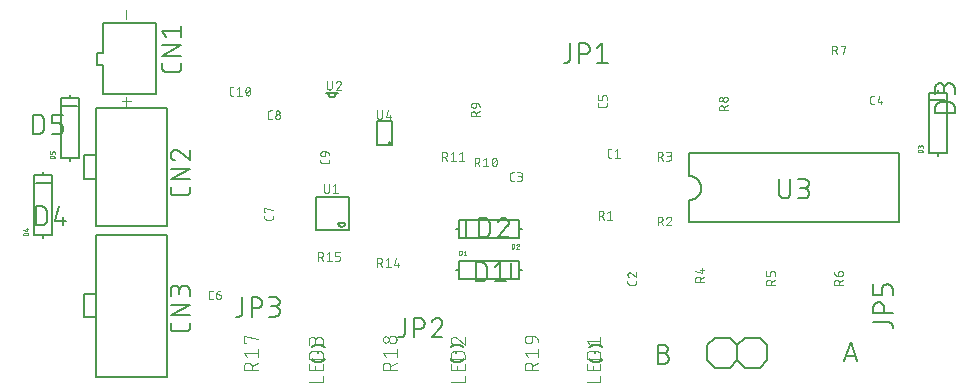
<source format=gbr>
G04 EAGLE Gerber RS-274X export*
G75*
%MOMM*%
%FSLAX34Y34*%
%LPD*%
%INSilkscreen Top*%
%IPPOS*%
%AMOC8*
5,1,8,0,0,1.08239X$1,22.5*%
G01*
%ADD10C,0.152400*%
%ADD11C,0.076200*%
%ADD12C,0.127000*%
%ADD13C,0.101600*%
%ADD14C,0.203200*%
%ADD15C,0.010159*%
%ADD16R,0.200000X0.200000*%
%ADD17R,0.150000X0.250000*%
%ADD18C,0.025400*%


D10*
X658262Y122293D02*
X662778Y122293D01*
X662778Y122294D02*
X662911Y122292D01*
X663043Y122286D01*
X663175Y122276D01*
X663307Y122263D01*
X663439Y122245D01*
X663569Y122224D01*
X663700Y122199D01*
X663829Y122170D01*
X663957Y122137D01*
X664085Y122101D01*
X664211Y122061D01*
X664336Y122017D01*
X664460Y121969D01*
X664582Y121918D01*
X664703Y121863D01*
X664822Y121805D01*
X664940Y121743D01*
X665055Y121678D01*
X665169Y121609D01*
X665280Y121538D01*
X665389Y121462D01*
X665496Y121384D01*
X665601Y121303D01*
X665703Y121218D01*
X665803Y121131D01*
X665900Y121041D01*
X665995Y120948D01*
X666086Y120852D01*
X666175Y120754D01*
X666261Y120653D01*
X666344Y120549D01*
X666424Y120443D01*
X666500Y120335D01*
X666574Y120225D01*
X666644Y120112D01*
X666711Y119998D01*
X666774Y119881D01*
X666834Y119763D01*
X666891Y119643D01*
X666944Y119521D01*
X666993Y119398D01*
X667039Y119274D01*
X667081Y119148D01*
X667119Y119021D01*
X667154Y118893D01*
X667185Y118764D01*
X667212Y118635D01*
X667235Y118504D01*
X667255Y118373D01*
X667270Y118241D01*
X667282Y118109D01*
X667290Y117977D01*
X667294Y117844D01*
X667294Y117712D01*
X667290Y117579D01*
X667282Y117447D01*
X667270Y117315D01*
X667255Y117183D01*
X667235Y117052D01*
X667212Y116921D01*
X667185Y116792D01*
X667154Y116663D01*
X667119Y116535D01*
X667081Y116408D01*
X667039Y116282D01*
X666993Y116158D01*
X666944Y116035D01*
X666891Y115913D01*
X666834Y115793D01*
X666774Y115675D01*
X666711Y115558D01*
X666644Y115444D01*
X666574Y115331D01*
X666500Y115221D01*
X666424Y115113D01*
X666344Y115007D01*
X666261Y114903D01*
X666175Y114802D01*
X666086Y114704D01*
X665995Y114608D01*
X665900Y114515D01*
X665803Y114425D01*
X665703Y114338D01*
X665601Y114253D01*
X665496Y114172D01*
X665389Y114094D01*
X665280Y114018D01*
X665169Y113947D01*
X665055Y113878D01*
X664940Y113813D01*
X664822Y113751D01*
X664703Y113693D01*
X664582Y113638D01*
X664460Y113587D01*
X664336Y113539D01*
X664211Y113495D01*
X664085Y113455D01*
X663957Y113419D01*
X663829Y113386D01*
X663700Y113357D01*
X663569Y113332D01*
X663439Y113311D01*
X663307Y113293D01*
X663175Y113280D01*
X663043Y113270D01*
X662911Y113264D01*
X662778Y113262D01*
X658262Y113262D01*
X658262Y129518D01*
X662778Y129518D01*
X662897Y129516D01*
X663017Y129510D01*
X663136Y129500D01*
X663254Y129486D01*
X663373Y129469D01*
X663490Y129447D01*
X663607Y129422D01*
X663722Y129392D01*
X663837Y129359D01*
X663951Y129322D01*
X664063Y129282D01*
X664174Y129237D01*
X664283Y129189D01*
X664391Y129138D01*
X664497Y129083D01*
X664601Y129024D01*
X664703Y128962D01*
X664803Y128897D01*
X664901Y128828D01*
X664997Y128756D01*
X665090Y128681D01*
X665180Y128604D01*
X665268Y128523D01*
X665353Y128439D01*
X665435Y128352D01*
X665515Y128263D01*
X665591Y128171D01*
X665665Y128077D01*
X665735Y127980D01*
X665802Y127882D01*
X665866Y127781D01*
X665926Y127677D01*
X665983Y127572D01*
X666036Y127465D01*
X666086Y127357D01*
X666132Y127247D01*
X666174Y127135D01*
X666213Y127022D01*
X666248Y126908D01*
X666279Y126793D01*
X666307Y126676D01*
X666330Y126559D01*
X666350Y126442D01*
X666366Y126323D01*
X666378Y126204D01*
X666386Y126085D01*
X666390Y125966D01*
X666390Y125846D01*
X666386Y125727D01*
X666378Y125608D01*
X666366Y125489D01*
X666350Y125370D01*
X666330Y125253D01*
X666307Y125136D01*
X666279Y125019D01*
X666248Y124904D01*
X666213Y124790D01*
X666174Y124677D01*
X666132Y124565D01*
X666086Y124455D01*
X666036Y124347D01*
X665983Y124240D01*
X665926Y124135D01*
X665866Y124031D01*
X665802Y123930D01*
X665735Y123832D01*
X665665Y123735D01*
X665591Y123641D01*
X665515Y123549D01*
X665435Y123460D01*
X665353Y123373D01*
X665268Y123289D01*
X665180Y123208D01*
X665090Y123131D01*
X664997Y123056D01*
X664901Y122984D01*
X664803Y122915D01*
X664703Y122850D01*
X664601Y122788D01*
X664497Y122729D01*
X664391Y122674D01*
X664283Y122623D01*
X664174Y122575D01*
X664063Y122530D01*
X663951Y122490D01*
X663837Y122453D01*
X663722Y122420D01*
X663607Y122390D01*
X663490Y122365D01*
X663373Y122343D01*
X663254Y122326D01*
X663136Y122312D01*
X663017Y122302D01*
X662897Y122296D01*
X662778Y122294D01*
X815762Y115762D02*
X821181Y132018D01*
X826599Y115762D01*
X825245Y119826D02*
X817117Y119826D01*
D11*
X618655Y287881D02*
X617018Y287881D01*
X616940Y287883D01*
X616862Y287888D01*
X616785Y287898D01*
X616708Y287911D01*
X616632Y287927D01*
X616557Y287947D01*
X616483Y287971D01*
X616410Y287998D01*
X616338Y288029D01*
X616268Y288063D01*
X616200Y288100D01*
X616133Y288141D01*
X616068Y288185D01*
X616006Y288231D01*
X615946Y288281D01*
X615888Y288333D01*
X615833Y288388D01*
X615781Y288446D01*
X615731Y288506D01*
X615685Y288568D01*
X615641Y288633D01*
X615600Y288700D01*
X615563Y288768D01*
X615529Y288838D01*
X615498Y288910D01*
X615471Y288983D01*
X615447Y289057D01*
X615427Y289132D01*
X615411Y289208D01*
X615398Y289285D01*
X615388Y289362D01*
X615383Y289440D01*
X615381Y289518D01*
X615381Y293610D01*
X615383Y293690D01*
X615389Y293770D01*
X615399Y293850D01*
X615412Y293929D01*
X615430Y294008D01*
X615451Y294085D01*
X615477Y294161D01*
X615506Y294236D01*
X615538Y294310D01*
X615574Y294382D01*
X615614Y294452D01*
X615657Y294519D01*
X615703Y294585D01*
X615753Y294648D01*
X615805Y294709D01*
X615860Y294768D01*
X615919Y294823D01*
X615979Y294875D01*
X616043Y294925D01*
X616109Y294971D01*
X616176Y295014D01*
X616246Y295054D01*
X616318Y295090D01*
X616392Y295122D01*
X616466Y295151D01*
X616543Y295177D01*
X616620Y295198D01*
X616699Y295216D01*
X616778Y295229D01*
X616858Y295239D01*
X616938Y295245D01*
X617018Y295247D01*
X618655Y295247D01*
X621500Y293610D02*
X623546Y295247D01*
X623546Y287881D01*
X621500Y287881D02*
X625592Y287881D01*
X639619Y183655D02*
X639619Y182018D01*
X639617Y181940D01*
X639612Y181862D01*
X639602Y181785D01*
X639589Y181708D01*
X639573Y181632D01*
X639553Y181557D01*
X639529Y181483D01*
X639502Y181410D01*
X639471Y181338D01*
X639437Y181268D01*
X639400Y181200D01*
X639359Y181133D01*
X639315Y181068D01*
X639269Y181006D01*
X639219Y180946D01*
X639167Y180888D01*
X639112Y180833D01*
X639054Y180781D01*
X638994Y180731D01*
X638932Y180685D01*
X638867Y180641D01*
X638801Y180600D01*
X638732Y180563D01*
X638662Y180529D01*
X638590Y180498D01*
X638517Y180471D01*
X638443Y180447D01*
X638368Y180427D01*
X638292Y180411D01*
X638215Y180398D01*
X638138Y180388D01*
X638060Y180383D01*
X637982Y180381D01*
X633890Y180381D01*
X633810Y180383D01*
X633730Y180389D01*
X633650Y180399D01*
X633571Y180412D01*
X633492Y180430D01*
X633415Y180451D01*
X633339Y180477D01*
X633264Y180506D01*
X633190Y180538D01*
X633118Y180574D01*
X633048Y180614D01*
X632981Y180657D01*
X632915Y180703D01*
X632852Y180753D01*
X632791Y180805D01*
X632732Y180860D01*
X632677Y180919D01*
X632625Y180979D01*
X632575Y181043D01*
X632529Y181108D01*
X632486Y181176D01*
X632446Y181246D01*
X632410Y181318D01*
X632378Y181392D01*
X632349Y181466D01*
X632324Y181543D01*
X632302Y181620D01*
X632284Y181699D01*
X632271Y181778D01*
X632261Y181857D01*
X632255Y181938D01*
X632253Y182018D01*
X632253Y183655D01*
X632253Y188751D02*
X632255Y188836D01*
X632261Y188921D01*
X632271Y189005D01*
X632284Y189089D01*
X632302Y189173D01*
X632323Y189255D01*
X632348Y189336D01*
X632377Y189416D01*
X632410Y189495D01*
X632446Y189572D01*
X632486Y189647D01*
X632529Y189721D01*
X632575Y189792D01*
X632625Y189861D01*
X632678Y189928D01*
X632734Y189992D01*
X632793Y190053D01*
X632854Y190112D01*
X632918Y190168D01*
X632985Y190221D01*
X633054Y190271D01*
X633125Y190317D01*
X633199Y190360D01*
X633274Y190400D01*
X633351Y190436D01*
X633430Y190469D01*
X633510Y190498D01*
X633591Y190523D01*
X633673Y190544D01*
X633757Y190562D01*
X633841Y190575D01*
X633925Y190585D01*
X634010Y190591D01*
X634095Y190593D01*
X632253Y188751D02*
X632255Y188655D01*
X632261Y188559D01*
X632271Y188464D01*
X632284Y188369D01*
X632302Y188274D01*
X632323Y188181D01*
X632348Y188088D01*
X632377Y187997D01*
X632409Y187906D01*
X632445Y187817D01*
X632485Y187730D01*
X632528Y187644D01*
X632574Y187560D01*
X632624Y187478D01*
X632678Y187398D01*
X632734Y187321D01*
X632794Y187246D01*
X632856Y187173D01*
X632922Y187103D01*
X632990Y187035D01*
X633061Y186970D01*
X633134Y186909D01*
X633210Y186850D01*
X633289Y186794D01*
X633369Y186742D01*
X633452Y186693D01*
X633536Y186647D01*
X633622Y186605D01*
X633710Y186567D01*
X633799Y186532D01*
X633890Y186500D01*
X635527Y189978D02*
X635468Y190038D01*
X635406Y190095D01*
X635342Y190150D01*
X635275Y190201D01*
X635206Y190250D01*
X635136Y190296D01*
X635063Y190339D01*
X634989Y190379D01*
X634913Y190415D01*
X634835Y190448D01*
X634756Y190478D01*
X634676Y190505D01*
X634595Y190528D01*
X634513Y190547D01*
X634431Y190563D01*
X634347Y190576D01*
X634263Y190585D01*
X634179Y190590D01*
X634095Y190592D01*
X635527Y189978D02*
X639619Y186500D01*
X639619Y190592D01*
X536155Y267881D02*
X534518Y267881D01*
X534440Y267883D01*
X534362Y267888D01*
X534285Y267898D01*
X534208Y267911D01*
X534132Y267927D01*
X534057Y267947D01*
X533983Y267971D01*
X533910Y267998D01*
X533838Y268029D01*
X533768Y268063D01*
X533700Y268100D01*
X533633Y268141D01*
X533568Y268185D01*
X533506Y268231D01*
X533446Y268281D01*
X533388Y268333D01*
X533333Y268388D01*
X533281Y268446D01*
X533231Y268506D01*
X533185Y268568D01*
X533141Y268633D01*
X533100Y268700D01*
X533063Y268768D01*
X533029Y268838D01*
X532998Y268910D01*
X532971Y268983D01*
X532947Y269057D01*
X532927Y269132D01*
X532911Y269208D01*
X532898Y269285D01*
X532888Y269362D01*
X532883Y269440D01*
X532881Y269518D01*
X532881Y273610D01*
X532883Y273690D01*
X532889Y273770D01*
X532899Y273850D01*
X532912Y273929D01*
X532930Y274008D01*
X532951Y274085D01*
X532977Y274161D01*
X533006Y274236D01*
X533038Y274310D01*
X533074Y274382D01*
X533114Y274452D01*
X533157Y274519D01*
X533203Y274585D01*
X533253Y274648D01*
X533305Y274709D01*
X533360Y274768D01*
X533419Y274823D01*
X533479Y274875D01*
X533543Y274925D01*
X533609Y274971D01*
X533676Y275014D01*
X533746Y275054D01*
X533818Y275090D01*
X533892Y275122D01*
X533966Y275151D01*
X534043Y275177D01*
X534120Y275198D01*
X534199Y275216D01*
X534278Y275229D01*
X534358Y275239D01*
X534438Y275245D01*
X534518Y275247D01*
X536155Y275247D01*
X539000Y267881D02*
X541046Y267881D01*
X541135Y267883D01*
X541224Y267889D01*
X541313Y267899D01*
X541401Y267912D01*
X541489Y267929D01*
X541576Y267951D01*
X541661Y267976D01*
X541746Y268004D01*
X541829Y268037D01*
X541911Y268073D01*
X541991Y268112D01*
X542069Y268155D01*
X542145Y268201D01*
X542220Y268251D01*
X542292Y268304D01*
X542361Y268360D01*
X542428Y268419D01*
X542493Y268480D01*
X542554Y268545D01*
X542613Y268612D01*
X542669Y268681D01*
X542722Y268753D01*
X542772Y268828D01*
X542818Y268904D01*
X542861Y268982D01*
X542900Y269062D01*
X542936Y269144D01*
X542969Y269227D01*
X542997Y269312D01*
X543022Y269397D01*
X543044Y269484D01*
X543061Y269572D01*
X543074Y269660D01*
X543084Y269749D01*
X543090Y269838D01*
X543092Y269927D01*
X543090Y270016D01*
X543084Y270105D01*
X543074Y270194D01*
X543061Y270282D01*
X543044Y270370D01*
X543022Y270457D01*
X542997Y270542D01*
X542969Y270627D01*
X542936Y270710D01*
X542900Y270792D01*
X542861Y270872D01*
X542818Y270950D01*
X542772Y271026D01*
X542722Y271101D01*
X542669Y271173D01*
X542613Y271242D01*
X542554Y271309D01*
X542493Y271374D01*
X542428Y271435D01*
X542361Y271494D01*
X542292Y271550D01*
X542220Y271603D01*
X542145Y271653D01*
X542069Y271699D01*
X541991Y271742D01*
X541911Y271781D01*
X541829Y271817D01*
X541746Y271850D01*
X541661Y271878D01*
X541576Y271903D01*
X541489Y271925D01*
X541401Y271942D01*
X541313Y271955D01*
X541224Y271965D01*
X541135Y271971D01*
X541046Y271973D01*
X541455Y275247D02*
X539000Y275247D01*
X541455Y275247D02*
X541534Y275245D01*
X541613Y275239D01*
X541692Y275230D01*
X541770Y275217D01*
X541847Y275199D01*
X541923Y275179D01*
X541998Y275154D01*
X542072Y275126D01*
X542145Y275095D01*
X542216Y275059D01*
X542285Y275021D01*
X542352Y274979D01*
X542417Y274934D01*
X542480Y274886D01*
X542541Y274835D01*
X542598Y274781D01*
X542654Y274725D01*
X542706Y274666D01*
X542756Y274604D01*
X542802Y274540D01*
X542846Y274474D01*
X542886Y274406D01*
X542922Y274336D01*
X542956Y274264D01*
X542986Y274190D01*
X543012Y274116D01*
X543035Y274040D01*
X543053Y273963D01*
X543069Y273886D01*
X543080Y273807D01*
X543088Y273729D01*
X543092Y273650D01*
X543092Y273570D01*
X543088Y273491D01*
X543080Y273413D01*
X543069Y273334D01*
X543053Y273257D01*
X543035Y273180D01*
X543012Y273104D01*
X542986Y273030D01*
X542956Y272956D01*
X542922Y272884D01*
X542886Y272814D01*
X542846Y272746D01*
X542802Y272680D01*
X542756Y272616D01*
X542706Y272554D01*
X542654Y272495D01*
X542598Y272439D01*
X542541Y272385D01*
X542480Y272334D01*
X542417Y272286D01*
X542352Y272241D01*
X542285Y272199D01*
X542216Y272161D01*
X542145Y272125D01*
X542072Y272094D01*
X541998Y272066D01*
X541923Y272041D01*
X541847Y272021D01*
X541770Y272003D01*
X541692Y271990D01*
X541613Y271981D01*
X541534Y271975D01*
X541455Y271973D01*
X539819Y271973D01*
X839518Y332881D02*
X841155Y332881D01*
X839518Y332881D02*
X839440Y332883D01*
X839362Y332888D01*
X839285Y332898D01*
X839208Y332911D01*
X839132Y332927D01*
X839057Y332947D01*
X838983Y332971D01*
X838910Y332998D01*
X838838Y333029D01*
X838768Y333063D01*
X838700Y333100D01*
X838633Y333141D01*
X838568Y333185D01*
X838506Y333231D01*
X838446Y333281D01*
X838388Y333333D01*
X838333Y333388D01*
X838281Y333446D01*
X838231Y333506D01*
X838185Y333568D01*
X838141Y333633D01*
X838100Y333700D01*
X838063Y333768D01*
X838029Y333838D01*
X837998Y333910D01*
X837971Y333983D01*
X837947Y334057D01*
X837927Y334132D01*
X837911Y334208D01*
X837898Y334285D01*
X837888Y334362D01*
X837883Y334440D01*
X837881Y334518D01*
X837881Y338610D01*
X837883Y338690D01*
X837889Y338770D01*
X837899Y338850D01*
X837912Y338929D01*
X837930Y339008D01*
X837951Y339085D01*
X837977Y339161D01*
X838006Y339236D01*
X838038Y339310D01*
X838074Y339382D01*
X838114Y339452D01*
X838157Y339519D01*
X838203Y339585D01*
X838253Y339648D01*
X838305Y339709D01*
X838360Y339768D01*
X838419Y339823D01*
X838479Y339875D01*
X838543Y339925D01*
X838609Y339971D01*
X838676Y340014D01*
X838746Y340054D01*
X838818Y340090D01*
X838892Y340122D01*
X838966Y340151D01*
X839043Y340177D01*
X839120Y340198D01*
X839199Y340216D01*
X839278Y340229D01*
X839358Y340239D01*
X839438Y340245D01*
X839518Y340247D01*
X841155Y340247D01*
X845637Y340247D02*
X844000Y334518D01*
X848092Y334518D01*
X846865Y336155D02*
X846865Y332881D01*
X614619Y333655D02*
X614619Y332018D01*
X614617Y331940D01*
X614612Y331862D01*
X614602Y331785D01*
X614589Y331708D01*
X614573Y331632D01*
X614553Y331557D01*
X614529Y331483D01*
X614502Y331410D01*
X614471Y331338D01*
X614437Y331268D01*
X614400Y331200D01*
X614359Y331133D01*
X614315Y331068D01*
X614269Y331006D01*
X614219Y330946D01*
X614167Y330888D01*
X614112Y330833D01*
X614054Y330781D01*
X613994Y330731D01*
X613932Y330685D01*
X613867Y330641D01*
X613801Y330600D01*
X613732Y330563D01*
X613662Y330529D01*
X613590Y330498D01*
X613517Y330471D01*
X613443Y330447D01*
X613368Y330427D01*
X613292Y330411D01*
X613215Y330398D01*
X613138Y330388D01*
X613060Y330383D01*
X612982Y330381D01*
X608890Y330381D01*
X608810Y330383D01*
X608730Y330389D01*
X608650Y330399D01*
X608571Y330412D01*
X608492Y330430D01*
X608415Y330451D01*
X608339Y330477D01*
X608264Y330506D01*
X608190Y330538D01*
X608118Y330574D01*
X608048Y330614D01*
X607981Y330657D01*
X607915Y330703D01*
X607852Y330753D01*
X607791Y330805D01*
X607732Y330860D01*
X607677Y330919D01*
X607625Y330979D01*
X607575Y331043D01*
X607529Y331108D01*
X607486Y331176D01*
X607446Y331246D01*
X607410Y331318D01*
X607378Y331392D01*
X607349Y331466D01*
X607324Y331543D01*
X607302Y331620D01*
X607284Y331699D01*
X607271Y331778D01*
X607261Y331857D01*
X607255Y331938D01*
X607253Y332018D01*
X607253Y333655D01*
X614619Y336500D02*
X614619Y338955D01*
X614617Y339033D01*
X614612Y339111D01*
X614602Y339188D01*
X614589Y339265D01*
X614573Y339341D01*
X614553Y339416D01*
X614529Y339490D01*
X614502Y339563D01*
X614471Y339635D01*
X614437Y339705D01*
X614400Y339774D01*
X614359Y339840D01*
X614315Y339905D01*
X614269Y339967D01*
X614219Y340027D01*
X614167Y340085D01*
X614112Y340140D01*
X614054Y340192D01*
X613994Y340242D01*
X613932Y340288D01*
X613867Y340332D01*
X613801Y340373D01*
X613732Y340410D01*
X613662Y340444D01*
X613590Y340475D01*
X613517Y340502D01*
X613443Y340526D01*
X613368Y340546D01*
X613292Y340562D01*
X613215Y340575D01*
X613138Y340585D01*
X613060Y340590D01*
X612982Y340592D01*
X612164Y340592D01*
X612084Y340590D01*
X612004Y340584D01*
X611924Y340574D01*
X611845Y340561D01*
X611766Y340543D01*
X611689Y340522D01*
X611613Y340496D01*
X611538Y340467D01*
X611464Y340435D01*
X611392Y340399D01*
X611322Y340359D01*
X611255Y340316D01*
X611189Y340270D01*
X611126Y340220D01*
X611065Y340168D01*
X611006Y340113D01*
X610951Y340054D01*
X610899Y339994D01*
X610849Y339930D01*
X610803Y339864D01*
X610760Y339797D01*
X610720Y339727D01*
X610684Y339655D01*
X610652Y339581D01*
X610623Y339507D01*
X610597Y339430D01*
X610576Y339353D01*
X610558Y339274D01*
X610545Y339195D01*
X610535Y339115D01*
X610529Y339035D01*
X610527Y338955D01*
X610527Y336500D01*
X607253Y336500D01*
X607253Y340592D01*
X281155Y167881D02*
X279518Y167881D01*
X279440Y167883D01*
X279362Y167888D01*
X279285Y167898D01*
X279208Y167911D01*
X279132Y167927D01*
X279057Y167947D01*
X278983Y167971D01*
X278910Y167998D01*
X278838Y168029D01*
X278768Y168063D01*
X278700Y168100D01*
X278633Y168141D01*
X278568Y168185D01*
X278506Y168231D01*
X278446Y168281D01*
X278388Y168333D01*
X278333Y168388D01*
X278281Y168446D01*
X278231Y168506D01*
X278185Y168568D01*
X278141Y168633D01*
X278100Y168700D01*
X278063Y168768D01*
X278029Y168838D01*
X277998Y168910D01*
X277971Y168983D01*
X277947Y169057D01*
X277927Y169132D01*
X277911Y169208D01*
X277898Y169285D01*
X277888Y169362D01*
X277883Y169440D01*
X277881Y169518D01*
X277881Y173610D01*
X277883Y173690D01*
X277889Y173770D01*
X277899Y173850D01*
X277912Y173929D01*
X277930Y174008D01*
X277951Y174085D01*
X277977Y174161D01*
X278006Y174236D01*
X278038Y174310D01*
X278074Y174382D01*
X278114Y174452D01*
X278157Y174519D01*
X278203Y174585D01*
X278253Y174648D01*
X278305Y174709D01*
X278360Y174768D01*
X278419Y174823D01*
X278479Y174875D01*
X278543Y174925D01*
X278609Y174971D01*
X278676Y175014D01*
X278746Y175054D01*
X278818Y175090D01*
X278892Y175122D01*
X278966Y175151D01*
X279043Y175177D01*
X279120Y175198D01*
X279199Y175216D01*
X279278Y175229D01*
X279358Y175239D01*
X279438Y175245D01*
X279518Y175247D01*
X281155Y175247D01*
X284000Y171973D02*
X286455Y171973D01*
X286533Y171971D01*
X286611Y171966D01*
X286688Y171956D01*
X286765Y171943D01*
X286841Y171927D01*
X286916Y171907D01*
X286990Y171883D01*
X287063Y171856D01*
X287135Y171825D01*
X287205Y171791D01*
X287274Y171754D01*
X287340Y171713D01*
X287405Y171669D01*
X287467Y171623D01*
X287527Y171573D01*
X287585Y171521D01*
X287640Y171466D01*
X287692Y171408D01*
X287742Y171348D01*
X287788Y171286D01*
X287832Y171221D01*
X287873Y171155D01*
X287910Y171086D01*
X287944Y171016D01*
X287975Y170944D01*
X288002Y170871D01*
X288026Y170797D01*
X288046Y170722D01*
X288062Y170646D01*
X288075Y170569D01*
X288085Y170492D01*
X288090Y170414D01*
X288092Y170336D01*
X288092Y169927D01*
X288090Y169838D01*
X288084Y169749D01*
X288074Y169660D01*
X288061Y169572D01*
X288044Y169484D01*
X288022Y169397D01*
X287997Y169312D01*
X287969Y169227D01*
X287936Y169144D01*
X287900Y169062D01*
X287861Y168982D01*
X287818Y168904D01*
X287772Y168828D01*
X287722Y168753D01*
X287669Y168681D01*
X287613Y168612D01*
X287554Y168545D01*
X287493Y168480D01*
X287428Y168419D01*
X287361Y168360D01*
X287292Y168304D01*
X287220Y168251D01*
X287145Y168201D01*
X287069Y168155D01*
X286991Y168112D01*
X286911Y168073D01*
X286829Y168037D01*
X286746Y168004D01*
X286661Y167976D01*
X286576Y167951D01*
X286489Y167929D01*
X286401Y167912D01*
X286313Y167899D01*
X286224Y167889D01*
X286135Y167883D01*
X286046Y167881D01*
X285957Y167883D01*
X285868Y167889D01*
X285779Y167899D01*
X285691Y167912D01*
X285603Y167929D01*
X285516Y167951D01*
X285431Y167976D01*
X285346Y168004D01*
X285263Y168037D01*
X285181Y168073D01*
X285101Y168112D01*
X285023Y168155D01*
X284947Y168201D01*
X284872Y168251D01*
X284800Y168304D01*
X284731Y168360D01*
X284664Y168419D01*
X284599Y168480D01*
X284538Y168545D01*
X284479Y168612D01*
X284423Y168681D01*
X284370Y168753D01*
X284320Y168828D01*
X284274Y168904D01*
X284231Y168982D01*
X284192Y169062D01*
X284156Y169144D01*
X284123Y169227D01*
X284095Y169312D01*
X284070Y169397D01*
X284048Y169484D01*
X284031Y169572D01*
X284018Y169660D01*
X284008Y169749D01*
X284002Y169838D01*
X284000Y169927D01*
X284000Y171973D01*
X284002Y172087D01*
X284008Y172201D01*
X284018Y172315D01*
X284032Y172429D01*
X284050Y172542D01*
X284072Y172654D01*
X284097Y172765D01*
X284127Y172875D01*
X284160Y172985D01*
X284197Y173093D01*
X284238Y173199D01*
X284283Y173305D01*
X284331Y173408D01*
X284383Y173510D01*
X284439Y173610D01*
X284497Y173708D01*
X284560Y173804D01*
X284625Y173897D01*
X284694Y173989D01*
X284766Y174077D01*
X284841Y174164D01*
X284919Y174247D01*
X285000Y174328D01*
X285083Y174406D01*
X285170Y174481D01*
X285258Y174553D01*
X285350Y174622D01*
X285443Y174687D01*
X285539Y174749D01*
X285637Y174808D01*
X285737Y174864D01*
X285839Y174916D01*
X285942Y174964D01*
X286048Y175009D01*
X286154Y175050D01*
X286262Y175087D01*
X286372Y175120D01*
X286482Y175150D01*
X286593Y175175D01*
X286705Y175197D01*
X286818Y175215D01*
X286932Y175229D01*
X287046Y175239D01*
X287160Y175245D01*
X287274Y175247D01*
X332119Y237018D02*
X332119Y238655D01*
X332119Y237018D02*
X332117Y236940D01*
X332112Y236862D01*
X332102Y236785D01*
X332089Y236708D01*
X332073Y236632D01*
X332053Y236557D01*
X332029Y236483D01*
X332002Y236410D01*
X331971Y236338D01*
X331937Y236268D01*
X331900Y236200D01*
X331859Y236133D01*
X331815Y236068D01*
X331769Y236006D01*
X331719Y235946D01*
X331667Y235888D01*
X331612Y235833D01*
X331554Y235781D01*
X331494Y235731D01*
X331432Y235685D01*
X331367Y235641D01*
X331301Y235600D01*
X331232Y235563D01*
X331162Y235529D01*
X331090Y235498D01*
X331017Y235471D01*
X330943Y235447D01*
X330868Y235427D01*
X330792Y235411D01*
X330715Y235398D01*
X330638Y235388D01*
X330560Y235383D01*
X330482Y235381D01*
X326390Y235381D01*
X326310Y235383D01*
X326230Y235389D01*
X326150Y235399D01*
X326071Y235412D01*
X325992Y235430D01*
X325915Y235451D01*
X325839Y235477D01*
X325764Y235506D01*
X325690Y235538D01*
X325618Y235574D01*
X325548Y235614D01*
X325481Y235657D01*
X325415Y235703D01*
X325352Y235753D01*
X325291Y235805D01*
X325232Y235860D01*
X325177Y235919D01*
X325125Y235979D01*
X325075Y236043D01*
X325029Y236108D01*
X324986Y236176D01*
X324946Y236246D01*
X324910Y236318D01*
X324878Y236392D01*
X324849Y236466D01*
X324824Y236543D01*
X324802Y236620D01*
X324784Y236699D01*
X324771Y236778D01*
X324761Y236857D01*
X324755Y236938D01*
X324753Y237018D01*
X324753Y238655D01*
X324753Y241500D02*
X325571Y241500D01*
X324753Y241500D02*
X324753Y245592D01*
X332119Y243546D01*
X331155Y320381D02*
X329518Y320381D01*
X329440Y320383D01*
X329362Y320388D01*
X329285Y320398D01*
X329208Y320411D01*
X329132Y320427D01*
X329057Y320447D01*
X328983Y320471D01*
X328910Y320498D01*
X328838Y320529D01*
X328768Y320563D01*
X328700Y320600D01*
X328633Y320641D01*
X328568Y320685D01*
X328506Y320731D01*
X328446Y320781D01*
X328388Y320833D01*
X328333Y320888D01*
X328281Y320946D01*
X328231Y321006D01*
X328185Y321068D01*
X328141Y321133D01*
X328100Y321200D01*
X328063Y321268D01*
X328029Y321338D01*
X327998Y321410D01*
X327971Y321483D01*
X327947Y321557D01*
X327927Y321632D01*
X327911Y321708D01*
X327898Y321785D01*
X327888Y321862D01*
X327883Y321940D01*
X327881Y322018D01*
X327881Y326110D01*
X327883Y326190D01*
X327889Y326270D01*
X327899Y326350D01*
X327912Y326429D01*
X327930Y326508D01*
X327951Y326585D01*
X327977Y326661D01*
X328006Y326736D01*
X328038Y326810D01*
X328074Y326882D01*
X328114Y326952D01*
X328157Y327019D01*
X328203Y327085D01*
X328253Y327148D01*
X328305Y327209D01*
X328360Y327268D01*
X328419Y327323D01*
X328479Y327375D01*
X328543Y327425D01*
X328609Y327471D01*
X328676Y327514D01*
X328746Y327554D01*
X328818Y327590D01*
X328892Y327622D01*
X328966Y327651D01*
X329043Y327677D01*
X329120Y327698D01*
X329199Y327716D01*
X329278Y327729D01*
X329358Y327739D01*
X329438Y327745D01*
X329518Y327747D01*
X331155Y327747D01*
X334000Y322427D02*
X334002Y322516D01*
X334008Y322605D01*
X334018Y322694D01*
X334031Y322782D01*
X334048Y322870D01*
X334070Y322957D01*
X334095Y323042D01*
X334123Y323127D01*
X334156Y323210D01*
X334192Y323292D01*
X334231Y323372D01*
X334274Y323450D01*
X334320Y323526D01*
X334370Y323601D01*
X334423Y323673D01*
X334479Y323742D01*
X334538Y323809D01*
X334599Y323874D01*
X334664Y323935D01*
X334731Y323994D01*
X334800Y324050D01*
X334872Y324103D01*
X334947Y324153D01*
X335023Y324199D01*
X335101Y324242D01*
X335181Y324281D01*
X335263Y324317D01*
X335346Y324350D01*
X335431Y324378D01*
X335516Y324403D01*
X335603Y324425D01*
X335691Y324442D01*
X335779Y324455D01*
X335868Y324465D01*
X335957Y324471D01*
X336046Y324473D01*
X336135Y324471D01*
X336224Y324465D01*
X336313Y324455D01*
X336401Y324442D01*
X336489Y324425D01*
X336576Y324403D01*
X336661Y324378D01*
X336746Y324350D01*
X336829Y324317D01*
X336911Y324281D01*
X336991Y324242D01*
X337069Y324199D01*
X337145Y324153D01*
X337220Y324103D01*
X337292Y324050D01*
X337361Y323994D01*
X337428Y323935D01*
X337493Y323874D01*
X337554Y323809D01*
X337613Y323742D01*
X337669Y323673D01*
X337722Y323601D01*
X337772Y323526D01*
X337818Y323450D01*
X337861Y323372D01*
X337900Y323292D01*
X337936Y323210D01*
X337969Y323127D01*
X337997Y323042D01*
X338022Y322957D01*
X338044Y322870D01*
X338061Y322782D01*
X338074Y322694D01*
X338084Y322605D01*
X338090Y322516D01*
X338092Y322427D01*
X338090Y322338D01*
X338084Y322249D01*
X338074Y322160D01*
X338061Y322072D01*
X338044Y321984D01*
X338022Y321897D01*
X337997Y321812D01*
X337969Y321727D01*
X337936Y321644D01*
X337900Y321562D01*
X337861Y321482D01*
X337818Y321404D01*
X337772Y321328D01*
X337722Y321253D01*
X337669Y321181D01*
X337613Y321112D01*
X337554Y321045D01*
X337493Y320980D01*
X337428Y320919D01*
X337361Y320860D01*
X337292Y320804D01*
X337220Y320751D01*
X337145Y320701D01*
X337069Y320655D01*
X336991Y320612D01*
X336911Y320573D01*
X336829Y320537D01*
X336746Y320504D01*
X336661Y320476D01*
X336576Y320451D01*
X336489Y320429D01*
X336401Y320412D01*
X336313Y320399D01*
X336224Y320389D01*
X336135Y320383D01*
X336046Y320381D01*
X335957Y320383D01*
X335868Y320389D01*
X335779Y320399D01*
X335691Y320412D01*
X335603Y320429D01*
X335516Y320451D01*
X335431Y320476D01*
X335346Y320504D01*
X335263Y320537D01*
X335181Y320573D01*
X335101Y320612D01*
X335023Y320655D01*
X334947Y320701D01*
X334872Y320751D01*
X334800Y320804D01*
X334731Y320860D01*
X334664Y320919D01*
X334599Y320980D01*
X334538Y321045D01*
X334479Y321112D01*
X334423Y321181D01*
X334370Y321253D01*
X334320Y321328D01*
X334274Y321404D01*
X334231Y321482D01*
X334192Y321562D01*
X334156Y321644D01*
X334123Y321727D01*
X334095Y321812D01*
X334070Y321897D01*
X334048Y321984D01*
X334031Y322072D01*
X334018Y322160D01*
X334008Y322249D01*
X334002Y322338D01*
X334000Y322427D01*
X334409Y326110D02*
X334411Y326189D01*
X334417Y326268D01*
X334426Y326347D01*
X334439Y326425D01*
X334457Y326502D01*
X334477Y326578D01*
X334502Y326653D01*
X334530Y326727D01*
X334561Y326800D01*
X334597Y326871D01*
X334635Y326940D01*
X334677Y327007D01*
X334722Y327072D01*
X334770Y327135D01*
X334821Y327196D01*
X334875Y327253D01*
X334931Y327309D01*
X334990Y327361D01*
X335052Y327411D01*
X335116Y327457D01*
X335182Y327501D01*
X335250Y327541D01*
X335320Y327577D01*
X335392Y327611D01*
X335466Y327641D01*
X335540Y327667D01*
X335616Y327690D01*
X335693Y327708D01*
X335770Y327724D01*
X335849Y327735D01*
X335927Y327743D01*
X336006Y327747D01*
X336086Y327747D01*
X336165Y327743D01*
X336243Y327735D01*
X336322Y327724D01*
X336399Y327708D01*
X336476Y327690D01*
X336552Y327667D01*
X336626Y327641D01*
X336700Y327611D01*
X336772Y327577D01*
X336842Y327541D01*
X336910Y327501D01*
X336976Y327457D01*
X337040Y327411D01*
X337102Y327361D01*
X337161Y327309D01*
X337217Y327253D01*
X337271Y327196D01*
X337322Y327135D01*
X337370Y327072D01*
X337415Y327007D01*
X337457Y326940D01*
X337495Y326871D01*
X337531Y326800D01*
X337562Y326727D01*
X337590Y326653D01*
X337615Y326578D01*
X337635Y326502D01*
X337653Y326425D01*
X337666Y326347D01*
X337675Y326268D01*
X337681Y326189D01*
X337683Y326110D01*
X337681Y326031D01*
X337675Y325952D01*
X337666Y325873D01*
X337653Y325795D01*
X337635Y325718D01*
X337615Y325642D01*
X337590Y325567D01*
X337562Y325493D01*
X337531Y325420D01*
X337495Y325349D01*
X337457Y325280D01*
X337415Y325213D01*
X337370Y325148D01*
X337322Y325085D01*
X337271Y325024D01*
X337217Y324967D01*
X337161Y324911D01*
X337102Y324859D01*
X337040Y324809D01*
X336976Y324763D01*
X336910Y324719D01*
X336842Y324679D01*
X336772Y324643D01*
X336700Y324609D01*
X336626Y324579D01*
X336552Y324553D01*
X336476Y324530D01*
X336399Y324512D01*
X336322Y324496D01*
X336243Y324485D01*
X336165Y324477D01*
X336086Y324473D01*
X336006Y324473D01*
X335927Y324477D01*
X335849Y324485D01*
X335770Y324496D01*
X335693Y324512D01*
X335616Y324530D01*
X335540Y324553D01*
X335466Y324579D01*
X335392Y324609D01*
X335320Y324643D01*
X335250Y324679D01*
X335182Y324719D01*
X335116Y324763D01*
X335052Y324809D01*
X334990Y324859D01*
X334931Y324911D01*
X334875Y324967D01*
X334821Y325024D01*
X334770Y325085D01*
X334722Y325148D01*
X334677Y325213D01*
X334635Y325280D01*
X334597Y325349D01*
X334561Y325420D01*
X334530Y325493D01*
X334502Y325567D01*
X334477Y325642D01*
X334457Y325718D01*
X334439Y325795D01*
X334426Y325873D01*
X334417Y325952D01*
X334411Y326031D01*
X334409Y326110D01*
X379619Y286155D02*
X379619Y284518D01*
X379617Y284440D01*
X379612Y284362D01*
X379602Y284285D01*
X379589Y284208D01*
X379573Y284132D01*
X379553Y284057D01*
X379529Y283983D01*
X379502Y283910D01*
X379471Y283838D01*
X379437Y283768D01*
X379400Y283700D01*
X379359Y283633D01*
X379315Y283568D01*
X379269Y283506D01*
X379219Y283446D01*
X379167Y283388D01*
X379112Y283333D01*
X379054Y283281D01*
X378994Y283231D01*
X378932Y283185D01*
X378867Y283141D01*
X378801Y283100D01*
X378732Y283063D01*
X378662Y283029D01*
X378590Y282998D01*
X378517Y282971D01*
X378443Y282947D01*
X378368Y282927D01*
X378292Y282911D01*
X378215Y282898D01*
X378138Y282888D01*
X378060Y282883D01*
X377982Y282881D01*
X373890Y282881D01*
X373810Y282883D01*
X373730Y282889D01*
X373650Y282899D01*
X373571Y282912D01*
X373492Y282930D01*
X373415Y282951D01*
X373339Y282977D01*
X373264Y283006D01*
X373190Y283038D01*
X373118Y283074D01*
X373048Y283114D01*
X372981Y283157D01*
X372915Y283203D01*
X372852Y283253D01*
X372791Y283305D01*
X372732Y283360D01*
X372677Y283419D01*
X372625Y283479D01*
X372575Y283543D01*
X372529Y283608D01*
X372486Y283676D01*
X372446Y283746D01*
X372410Y283818D01*
X372378Y283892D01*
X372349Y283966D01*
X372324Y284043D01*
X372302Y284120D01*
X372284Y284199D01*
X372271Y284278D01*
X372261Y284357D01*
X372255Y284438D01*
X372253Y284518D01*
X372253Y286155D01*
X376345Y290637D02*
X376345Y293092D01*
X376345Y290637D02*
X376343Y290559D01*
X376338Y290481D01*
X376328Y290404D01*
X376315Y290327D01*
X376299Y290251D01*
X376279Y290176D01*
X376255Y290102D01*
X376228Y290029D01*
X376197Y289957D01*
X376163Y289887D01*
X376126Y289819D01*
X376085Y289752D01*
X376041Y289687D01*
X375995Y289625D01*
X375945Y289565D01*
X375893Y289507D01*
X375838Y289452D01*
X375780Y289400D01*
X375720Y289350D01*
X375658Y289304D01*
X375593Y289260D01*
X375527Y289219D01*
X375458Y289182D01*
X375388Y289148D01*
X375316Y289117D01*
X375243Y289090D01*
X375169Y289066D01*
X375094Y289046D01*
X375018Y289030D01*
X374941Y289017D01*
X374864Y289007D01*
X374786Y289002D01*
X374708Y289000D01*
X374299Y289000D01*
X374210Y289002D01*
X374121Y289008D01*
X374032Y289018D01*
X373944Y289031D01*
X373856Y289048D01*
X373769Y289070D01*
X373684Y289095D01*
X373599Y289123D01*
X373516Y289156D01*
X373434Y289192D01*
X373354Y289231D01*
X373276Y289274D01*
X373200Y289320D01*
X373125Y289370D01*
X373053Y289423D01*
X372984Y289479D01*
X372917Y289538D01*
X372852Y289599D01*
X372791Y289664D01*
X372732Y289731D01*
X372676Y289800D01*
X372623Y289872D01*
X372573Y289947D01*
X372527Y290023D01*
X372484Y290101D01*
X372445Y290181D01*
X372409Y290263D01*
X372376Y290346D01*
X372348Y290431D01*
X372323Y290516D01*
X372301Y290603D01*
X372284Y290691D01*
X372271Y290779D01*
X372261Y290868D01*
X372255Y290957D01*
X372253Y291046D01*
X372255Y291135D01*
X372261Y291224D01*
X372271Y291313D01*
X372284Y291401D01*
X372301Y291489D01*
X372323Y291576D01*
X372348Y291661D01*
X372376Y291746D01*
X372409Y291829D01*
X372445Y291911D01*
X372484Y291991D01*
X372527Y292069D01*
X372573Y292145D01*
X372623Y292220D01*
X372676Y292292D01*
X372732Y292361D01*
X372791Y292428D01*
X372852Y292493D01*
X372917Y292554D01*
X372984Y292613D01*
X373053Y292669D01*
X373125Y292722D01*
X373200Y292772D01*
X373276Y292818D01*
X373354Y292861D01*
X373434Y292900D01*
X373516Y292936D01*
X373599Y292969D01*
X373684Y292997D01*
X373769Y293022D01*
X373856Y293044D01*
X373944Y293061D01*
X374032Y293074D01*
X374121Y293084D01*
X374210Y293090D01*
X374299Y293092D01*
X376345Y293092D01*
X376345Y293093D02*
X376457Y293091D01*
X376568Y293085D01*
X376680Y293076D01*
X376791Y293063D01*
X376901Y293045D01*
X377011Y293025D01*
X377120Y293000D01*
X377228Y292972D01*
X377335Y292940D01*
X377441Y292904D01*
X377546Y292865D01*
X377649Y292822D01*
X377751Y292776D01*
X377851Y292726D01*
X377950Y292673D01*
X378046Y292616D01*
X378141Y292557D01*
X378233Y292494D01*
X378323Y292428D01*
X378411Y292359D01*
X378497Y292287D01*
X378580Y292212D01*
X378660Y292134D01*
X378738Y292054D01*
X378813Y291971D01*
X378885Y291885D01*
X378954Y291797D01*
X379020Y291707D01*
X379083Y291615D01*
X379142Y291520D01*
X379199Y291424D01*
X379252Y291325D01*
X379302Y291225D01*
X379348Y291123D01*
X379391Y291020D01*
X379430Y290915D01*
X379466Y290809D01*
X379498Y290702D01*
X379526Y290594D01*
X379551Y290485D01*
X379571Y290375D01*
X379589Y290265D01*
X379602Y290154D01*
X379611Y290042D01*
X379617Y289931D01*
X379619Y289819D01*
X298655Y340381D02*
X297018Y340381D01*
X296940Y340383D01*
X296862Y340388D01*
X296785Y340398D01*
X296708Y340411D01*
X296632Y340427D01*
X296557Y340447D01*
X296483Y340471D01*
X296410Y340498D01*
X296338Y340529D01*
X296268Y340563D01*
X296200Y340600D01*
X296133Y340641D01*
X296068Y340685D01*
X296006Y340731D01*
X295946Y340781D01*
X295888Y340833D01*
X295833Y340888D01*
X295781Y340946D01*
X295731Y341006D01*
X295685Y341068D01*
X295641Y341133D01*
X295600Y341200D01*
X295563Y341268D01*
X295529Y341338D01*
X295498Y341410D01*
X295471Y341483D01*
X295447Y341557D01*
X295427Y341632D01*
X295411Y341708D01*
X295398Y341785D01*
X295388Y341862D01*
X295383Y341940D01*
X295381Y342018D01*
X295381Y346110D01*
X295383Y346190D01*
X295389Y346270D01*
X295399Y346350D01*
X295412Y346429D01*
X295430Y346508D01*
X295451Y346585D01*
X295477Y346661D01*
X295506Y346736D01*
X295538Y346810D01*
X295574Y346882D01*
X295614Y346952D01*
X295657Y347019D01*
X295703Y347085D01*
X295753Y347148D01*
X295805Y347209D01*
X295860Y347268D01*
X295919Y347323D01*
X295979Y347375D01*
X296043Y347425D01*
X296109Y347471D01*
X296176Y347514D01*
X296246Y347554D01*
X296318Y347590D01*
X296392Y347622D01*
X296466Y347651D01*
X296543Y347677D01*
X296620Y347698D01*
X296699Y347716D01*
X296778Y347729D01*
X296858Y347739D01*
X296938Y347745D01*
X297018Y347747D01*
X298655Y347747D01*
X301500Y346110D02*
X303546Y347747D01*
X303546Y340381D01*
X301500Y340381D02*
X305592Y340381D01*
X308816Y344064D02*
X308818Y344217D01*
X308824Y344370D01*
X308833Y344522D01*
X308847Y344675D01*
X308864Y344827D01*
X308885Y344978D01*
X308910Y345129D01*
X308939Y345279D01*
X308971Y345429D01*
X309008Y345577D01*
X309048Y345725D01*
X309091Y345872D01*
X309139Y346017D01*
X309190Y346161D01*
X309244Y346304D01*
X309303Y346446D01*
X309364Y346585D01*
X309430Y346724D01*
X309429Y346724D02*
X309455Y346794D01*
X309485Y346864D01*
X309518Y346931D01*
X309554Y346997D01*
X309593Y347061D01*
X309636Y347123D01*
X309682Y347182D01*
X309730Y347240D01*
X309781Y347294D01*
X309835Y347347D01*
X309892Y347396D01*
X309951Y347443D01*
X310012Y347486D01*
X310075Y347527D01*
X310140Y347564D01*
X310207Y347599D01*
X310276Y347629D01*
X310346Y347657D01*
X310417Y347680D01*
X310489Y347701D01*
X310562Y347717D01*
X310636Y347730D01*
X310711Y347740D01*
X310786Y347745D01*
X310861Y347747D01*
X310936Y347745D01*
X311011Y347740D01*
X311086Y347730D01*
X311160Y347717D01*
X311233Y347701D01*
X311305Y347680D01*
X311376Y347657D01*
X311446Y347629D01*
X311515Y347599D01*
X311582Y347564D01*
X311647Y347527D01*
X311710Y347486D01*
X311771Y347443D01*
X311830Y347396D01*
X311887Y347347D01*
X311941Y347294D01*
X311992Y347240D01*
X312041Y347182D01*
X312086Y347123D01*
X312129Y347061D01*
X312168Y346997D01*
X312205Y346931D01*
X312237Y346863D01*
X312267Y346794D01*
X312293Y346724D01*
X312358Y346586D01*
X312420Y346446D01*
X312478Y346304D01*
X312533Y346161D01*
X312584Y346017D01*
X312632Y345872D01*
X312675Y345725D01*
X312715Y345578D01*
X312752Y345429D01*
X312784Y345279D01*
X312813Y345129D01*
X312838Y344978D01*
X312859Y344827D01*
X312876Y344675D01*
X312890Y344522D01*
X312899Y344370D01*
X312905Y344217D01*
X312907Y344064D01*
X308815Y344064D02*
X308817Y343911D01*
X308823Y343758D01*
X308832Y343605D01*
X308846Y343453D01*
X308863Y343301D01*
X308884Y343150D01*
X308909Y342999D01*
X308938Y342848D01*
X308970Y342699D01*
X309007Y342550D01*
X309047Y342403D01*
X309090Y342256D01*
X309138Y342111D01*
X309189Y341966D01*
X309244Y341824D01*
X309302Y341682D01*
X309364Y341542D01*
X309429Y341404D01*
X309455Y341333D01*
X309485Y341264D01*
X309518Y341197D01*
X309554Y341131D01*
X309593Y341067D01*
X309636Y341005D01*
X309682Y340946D01*
X309730Y340888D01*
X309781Y340834D01*
X309835Y340781D01*
X309892Y340732D01*
X309951Y340685D01*
X310012Y340642D01*
X310075Y340601D01*
X310140Y340564D01*
X310207Y340529D01*
X310276Y340499D01*
X310346Y340471D01*
X310417Y340448D01*
X310489Y340427D01*
X310562Y340411D01*
X310636Y340398D01*
X310711Y340388D01*
X310786Y340383D01*
X310861Y340381D01*
X312293Y341404D02*
X312358Y341542D01*
X312420Y341682D01*
X312478Y341824D01*
X312533Y341967D01*
X312584Y342111D01*
X312632Y342256D01*
X312675Y342403D01*
X312715Y342551D01*
X312752Y342699D01*
X312784Y342849D01*
X312813Y342999D01*
X312838Y343150D01*
X312859Y343301D01*
X312876Y343453D01*
X312890Y343606D01*
X312899Y343758D01*
X312905Y343911D01*
X312907Y344064D01*
X312293Y341404D02*
X312267Y341334D01*
X312237Y341264D01*
X312205Y341197D01*
X312168Y341131D01*
X312129Y341067D01*
X312086Y341005D01*
X312040Y340946D01*
X311992Y340888D01*
X311941Y340834D01*
X311887Y340781D01*
X311830Y340732D01*
X311771Y340685D01*
X311710Y340642D01*
X311647Y340601D01*
X311582Y340564D01*
X311515Y340529D01*
X311446Y340499D01*
X311376Y340471D01*
X311305Y340448D01*
X311233Y340427D01*
X311160Y340411D01*
X311086Y340398D01*
X311011Y340388D01*
X310936Y340383D01*
X310861Y340381D01*
X309225Y342018D02*
X312498Y346110D01*
D10*
X254518Y364081D02*
X254518Y367693D01*
X254518Y364081D02*
X254516Y363963D01*
X254510Y363845D01*
X254501Y363727D01*
X254487Y363610D01*
X254470Y363493D01*
X254449Y363376D01*
X254424Y363261D01*
X254395Y363146D01*
X254362Y363032D01*
X254326Y362920D01*
X254286Y362809D01*
X254243Y362699D01*
X254196Y362590D01*
X254146Y362483D01*
X254091Y362378D01*
X254034Y362275D01*
X253973Y362174D01*
X253909Y362074D01*
X253842Y361977D01*
X253772Y361882D01*
X253698Y361790D01*
X253622Y361699D01*
X253542Y361612D01*
X253460Y361527D01*
X253375Y361445D01*
X253288Y361365D01*
X253197Y361289D01*
X253105Y361215D01*
X253010Y361145D01*
X252913Y361078D01*
X252813Y361014D01*
X252712Y360953D01*
X252609Y360896D01*
X252504Y360841D01*
X252397Y360791D01*
X252288Y360744D01*
X252178Y360701D01*
X252067Y360661D01*
X251955Y360625D01*
X251841Y360592D01*
X251726Y360563D01*
X251611Y360538D01*
X251494Y360517D01*
X251377Y360500D01*
X251260Y360486D01*
X251142Y360477D01*
X251024Y360471D01*
X250906Y360469D01*
X250906Y360468D02*
X241874Y360468D01*
X241756Y360470D01*
X241638Y360476D01*
X241520Y360485D01*
X241402Y360499D01*
X241285Y360516D01*
X241169Y360537D01*
X241054Y360562D01*
X240939Y360591D01*
X240825Y360624D01*
X240713Y360660D01*
X240601Y360700D01*
X240491Y360743D01*
X240383Y360790D01*
X240276Y360841D01*
X240171Y360895D01*
X240068Y360952D01*
X239966Y361013D01*
X239867Y361077D01*
X239770Y361144D01*
X239675Y361215D01*
X239582Y361288D01*
X239492Y361365D01*
X239404Y361444D01*
X239319Y361526D01*
X239237Y361611D01*
X239158Y361699D01*
X239081Y361789D01*
X239008Y361882D01*
X238937Y361976D01*
X238870Y362074D01*
X238806Y362173D01*
X238745Y362274D01*
X238688Y362378D01*
X238634Y362483D01*
X238583Y362590D01*
X238536Y362698D01*
X238493Y362808D01*
X238453Y362920D01*
X238417Y363032D01*
X238384Y363146D01*
X238355Y363261D01*
X238330Y363376D01*
X238309Y363492D01*
X238292Y363609D01*
X238278Y363727D01*
X238269Y363845D01*
X238263Y363963D01*
X238261Y364081D01*
X238262Y364081D02*
X238262Y367693D01*
X238262Y374055D02*
X254518Y374055D01*
X254518Y383086D02*
X238262Y374055D01*
X238262Y383086D02*
X254518Y383086D01*
X241874Y390207D02*
X238262Y394722D01*
X254518Y394722D01*
X254518Y390207D02*
X254518Y399238D01*
X261738Y262987D02*
X261738Y259374D01*
X261736Y259256D01*
X261730Y259138D01*
X261721Y259020D01*
X261707Y258903D01*
X261690Y258786D01*
X261669Y258669D01*
X261644Y258554D01*
X261615Y258439D01*
X261582Y258325D01*
X261546Y258213D01*
X261506Y258102D01*
X261463Y257992D01*
X261416Y257883D01*
X261366Y257776D01*
X261311Y257671D01*
X261254Y257568D01*
X261193Y257467D01*
X261129Y257367D01*
X261062Y257270D01*
X260992Y257175D01*
X260918Y257083D01*
X260842Y256992D01*
X260762Y256905D01*
X260680Y256820D01*
X260595Y256738D01*
X260508Y256658D01*
X260417Y256582D01*
X260325Y256508D01*
X260230Y256438D01*
X260133Y256371D01*
X260033Y256307D01*
X259932Y256246D01*
X259829Y256189D01*
X259724Y256134D01*
X259617Y256084D01*
X259508Y256037D01*
X259398Y255994D01*
X259287Y255954D01*
X259175Y255918D01*
X259061Y255885D01*
X258946Y255856D01*
X258831Y255831D01*
X258714Y255810D01*
X258597Y255793D01*
X258480Y255779D01*
X258362Y255770D01*
X258244Y255764D01*
X258126Y255762D01*
X249094Y255762D01*
X248976Y255764D01*
X248858Y255770D01*
X248740Y255779D01*
X248622Y255793D01*
X248505Y255810D01*
X248389Y255831D01*
X248274Y255856D01*
X248159Y255885D01*
X248045Y255918D01*
X247933Y255954D01*
X247821Y255994D01*
X247711Y256037D01*
X247603Y256084D01*
X247496Y256135D01*
X247391Y256189D01*
X247288Y256246D01*
X247186Y256307D01*
X247087Y256371D01*
X246990Y256438D01*
X246895Y256509D01*
X246802Y256582D01*
X246712Y256659D01*
X246624Y256738D01*
X246539Y256820D01*
X246457Y256905D01*
X246378Y256993D01*
X246301Y257083D01*
X246228Y257176D01*
X246157Y257270D01*
X246090Y257368D01*
X246026Y257467D01*
X245965Y257568D01*
X245908Y257672D01*
X245854Y257777D01*
X245803Y257884D01*
X245756Y257992D01*
X245713Y258102D01*
X245673Y258214D01*
X245637Y258326D01*
X245604Y258440D01*
X245575Y258555D01*
X245550Y258670D01*
X245529Y258786D01*
X245512Y258903D01*
X245498Y259021D01*
X245489Y259139D01*
X245483Y259257D01*
X245481Y259375D01*
X245482Y259374D02*
X245482Y262987D01*
X245482Y269349D02*
X261738Y269349D01*
X261738Y278380D02*
X245482Y269349D01*
X245482Y278380D02*
X261738Y278380D01*
X249546Y294532D02*
X249421Y294530D01*
X249296Y294524D01*
X249171Y294515D01*
X249047Y294501D01*
X248923Y294484D01*
X248799Y294463D01*
X248677Y294438D01*
X248555Y294409D01*
X248434Y294377D01*
X248314Y294341D01*
X248195Y294301D01*
X248078Y294258D01*
X247962Y294211D01*
X247847Y294160D01*
X247735Y294106D01*
X247623Y294048D01*
X247514Y293988D01*
X247407Y293923D01*
X247301Y293856D01*
X247198Y293785D01*
X247097Y293711D01*
X246998Y293634D01*
X246902Y293554D01*
X246808Y293471D01*
X246717Y293386D01*
X246628Y293297D01*
X246543Y293206D01*
X246460Y293112D01*
X246380Y293016D01*
X246303Y292917D01*
X246229Y292816D01*
X246158Y292713D01*
X246091Y292607D01*
X246026Y292500D01*
X245966Y292391D01*
X245908Y292279D01*
X245854Y292167D01*
X245803Y292052D01*
X245756Y291936D01*
X245713Y291819D01*
X245673Y291700D01*
X245637Y291580D01*
X245605Y291459D01*
X245576Y291337D01*
X245551Y291215D01*
X245530Y291091D01*
X245513Y290967D01*
X245499Y290843D01*
X245490Y290718D01*
X245484Y290593D01*
X245482Y290468D01*
X245484Y290325D01*
X245490Y290183D01*
X245500Y290040D01*
X245513Y289898D01*
X245531Y289757D01*
X245552Y289615D01*
X245577Y289475D01*
X245606Y289335D01*
X245639Y289196D01*
X245676Y289058D01*
X245716Y288921D01*
X245760Y288786D01*
X245808Y288651D01*
X245860Y288518D01*
X245915Y288386D01*
X245974Y288256D01*
X246036Y288128D01*
X246102Y288001D01*
X246171Y287876D01*
X246243Y287753D01*
X246319Y287632D01*
X246398Y287514D01*
X246481Y287397D01*
X246566Y287283D01*
X246655Y287171D01*
X246746Y287062D01*
X246841Y286955D01*
X246938Y286850D01*
X247039Y286749D01*
X247142Y286650D01*
X247247Y286554D01*
X247356Y286461D01*
X247467Y286371D01*
X247580Y286284D01*
X247695Y286200D01*
X247813Y286120D01*
X247933Y286042D01*
X248055Y285968D01*
X248179Y285898D01*
X248305Y285830D01*
X248433Y285767D01*
X248562Y285706D01*
X248693Y285649D01*
X248825Y285596D01*
X248959Y285547D01*
X249094Y285501D01*
X252707Y293177D02*
X252615Y293271D01*
X252521Y293361D01*
X252424Y293449D01*
X252324Y293534D01*
X252222Y293616D01*
X252117Y293694D01*
X252010Y293770D01*
X251901Y293842D01*
X251790Y293911D01*
X251676Y293977D01*
X251561Y294039D01*
X251444Y294098D01*
X251325Y294153D01*
X251205Y294204D01*
X251083Y294252D01*
X250960Y294297D01*
X250836Y294337D01*
X250710Y294374D01*
X250583Y294407D01*
X250456Y294436D01*
X250327Y294462D01*
X250198Y294483D01*
X250068Y294501D01*
X249938Y294514D01*
X249808Y294524D01*
X249677Y294530D01*
X249546Y294532D01*
X252707Y293177D02*
X261738Y285501D01*
X261738Y294532D01*
X261738Y147987D02*
X261738Y144374D01*
X261736Y144256D01*
X261730Y144138D01*
X261721Y144020D01*
X261707Y143903D01*
X261690Y143786D01*
X261669Y143669D01*
X261644Y143554D01*
X261615Y143439D01*
X261582Y143325D01*
X261546Y143213D01*
X261506Y143102D01*
X261463Y142992D01*
X261416Y142883D01*
X261366Y142776D01*
X261311Y142671D01*
X261254Y142568D01*
X261193Y142467D01*
X261129Y142367D01*
X261062Y142270D01*
X260992Y142175D01*
X260918Y142083D01*
X260842Y141992D01*
X260762Y141905D01*
X260680Y141820D01*
X260595Y141738D01*
X260508Y141658D01*
X260417Y141582D01*
X260325Y141508D01*
X260230Y141438D01*
X260133Y141371D01*
X260033Y141307D01*
X259932Y141246D01*
X259829Y141189D01*
X259724Y141134D01*
X259617Y141084D01*
X259508Y141037D01*
X259398Y140994D01*
X259287Y140954D01*
X259175Y140918D01*
X259061Y140885D01*
X258946Y140856D01*
X258831Y140831D01*
X258714Y140810D01*
X258597Y140793D01*
X258480Y140779D01*
X258362Y140770D01*
X258244Y140764D01*
X258126Y140762D01*
X249094Y140762D01*
X248976Y140764D01*
X248858Y140770D01*
X248740Y140779D01*
X248622Y140793D01*
X248505Y140810D01*
X248389Y140831D01*
X248274Y140856D01*
X248159Y140885D01*
X248045Y140918D01*
X247933Y140954D01*
X247821Y140994D01*
X247711Y141037D01*
X247603Y141084D01*
X247496Y141135D01*
X247391Y141189D01*
X247288Y141246D01*
X247186Y141307D01*
X247087Y141371D01*
X246990Y141438D01*
X246895Y141509D01*
X246802Y141582D01*
X246712Y141659D01*
X246624Y141738D01*
X246539Y141820D01*
X246457Y141905D01*
X246378Y141993D01*
X246301Y142083D01*
X246228Y142176D01*
X246157Y142270D01*
X246090Y142368D01*
X246026Y142467D01*
X245965Y142568D01*
X245908Y142672D01*
X245854Y142777D01*
X245803Y142884D01*
X245756Y142992D01*
X245713Y143102D01*
X245673Y143214D01*
X245637Y143326D01*
X245604Y143440D01*
X245575Y143555D01*
X245550Y143670D01*
X245529Y143786D01*
X245512Y143903D01*
X245498Y144021D01*
X245489Y144139D01*
X245483Y144257D01*
X245481Y144375D01*
X245482Y144374D02*
X245482Y147987D01*
X245482Y154349D02*
X261738Y154349D01*
X261738Y163380D02*
X245482Y154349D01*
X245482Y163380D02*
X261738Y163380D01*
X261738Y170501D02*
X261738Y175016D01*
X261736Y175149D01*
X261730Y175281D01*
X261720Y175413D01*
X261707Y175545D01*
X261689Y175677D01*
X261668Y175807D01*
X261643Y175938D01*
X261614Y176067D01*
X261581Y176195D01*
X261545Y176323D01*
X261505Y176449D01*
X261461Y176574D01*
X261413Y176698D01*
X261362Y176820D01*
X261307Y176941D01*
X261249Y177060D01*
X261187Y177178D01*
X261122Y177293D01*
X261053Y177407D01*
X260982Y177518D01*
X260906Y177627D01*
X260828Y177734D01*
X260747Y177839D01*
X260662Y177941D01*
X260575Y178041D01*
X260485Y178138D01*
X260392Y178233D01*
X260296Y178324D01*
X260198Y178413D01*
X260097Y178499D01*
X259993Y178582D01*
X259887Y178662D01*
X259779Y178738D01*
X259669Y178812D01*
X259556Y178882D01*
X259442Y178949D01*
X259325Y179012D01*
X259207Y179072D01*
X259087Y179129D01*
X258965Y179182D01*
X258842Y179231D01*
X258718Y179277D01*
X258592Y179319D01*
X258465Y179357D01*
X258337Y179392D01*
X258208Y179423D01*
X258079Y179450D01*
X257948Y179473D01*
X257817Y179493D01*
X257685Y179508D01*
X257553Y179520D01*
X257421Y179528D01*
X257288Y179532D01*
X257156Y179532D01*
X257023Y179528D01*
X256891Y179520D01*
X256759Y179508D01*
X256627Y179493D01*
X256496Y179473D01*
X256365Y179450D01*
X256236Y179423D01*
X256107Y179392D01*
X255979Y179357D01*
X255852Y179319D01*
X255726Y179277D01*
X255602Y179231D01*
X255479Y179182D01*
X255357Y179129D01*
X255237Y179072D01*
X255119Y179012D01*
X255002Y178949D01*
X254888Y178882D01*
X254775Y178812D01*
X254665Y178738D01*
X254557Y178662D01*
X254451Y178582D01*
X254347Y178499D01*
X254246Y178413D01*
X254148Y178324D01*
X254052Y178233D01*
X253959Y178138D01*
X253869Y178041D01*
X253782Y177941D01*
X253697Y177839D01*
X253616Y177734D01*
X253538Y177627D01*
X253462Y177518D01*
X253391Y177407D01*
X253322Y177293D01*
X253257Y177178D01*
X253195Y177060D01*
X253137Y176941D01*
X253082Y176820D01*
X253031Y176698D01*
X252983Y176574D01*
X252939Y176449D01*
X252899Y176323D01*
X252863Y176195D01*
X252830Y176067D01*
X252801Y175938D01*
X252776Y175807D01*
X252755Y175677D01*
X252737Y175545D01*
X252724Y175413D01*
X252714Y175281D01*
X252708Y175149D01*
X252706Y175016D01*
X245482Y175920D02*
X245482Y170501D01*
X245482Y175920D02*
X245484Y176039D01*
X245490Y176159D01*
X245500Y176278D01*
X245514Y176396D01*
X245531Y176515D01*
X245553Y176632D01*
X245578Y176749D01*
X245608Y176864D01*
X245641Y176979D01*
X245678Y177093D01*
X245718Y177205D01*
X245763Y177316D01*
X245811Y177425D01*
X245862Y177533D01*
X245917Y177639D01*
X245976Y177743D01*
X246038Y177845D01*
X246103Y177945D01*
X246172Y178043D01*
X246244Y178139D01*
X246319Y178232D01*
X246396Y178322D01*
X246477Y178410D01*
X246561Y178495D01*
X246648Y178577D01*
X246737Y178657D01*
X246829Y178733D01*
X246923Y178807D01*
X247020Y178877D01*
X247118Y178944D01*
X247219Y179008D01*
X247323Y179068D01*
X247428Y179125D01*
X247535Y179178D01*
X247643Y179228D01*
X247753Y179274D01*
X247865Y179316D01*
X247978Y179355D01*
X248092Y179390D01*
X248207Y179421D01*
X248324Y179449D01*
X248441Y179472D01*
X248558Y179492D01*
X248677Y179508D01*
X248796Y179520D01*
X248915Y179528D01*
X249034Y179532D01*
X249154Y179532D01*
X249273Y179528D01*
X249392Y179520D01*
X249511Y179508D01*
X249630Y179492D01*
X249747Y179472D01*
X249864Y179449D01*
X249981Y179421D01*
X250096Y179390D01*
X250210Y179355D01*
X250323Y179316D01*
X250435Y179274D01*
X250545Y179228D01*
X250653Y179178D01*
X250760Y179125D01*
X250865Y179068D01*
X250969Y179008D01*
X251070Y178944D01*
X251168Y178877D01*
X251265Y178807D01*
X251359Y178733D01*
X251451Y178657D01*
X251540Y178577D01*
X251627Y178495D01*
X251711Y178410D01*
X251792Y178322D01*
X251869Y178232D01*
X251944Y178139D01*
X252016Y178043D01*
X252085Y177945D01*
X252150Y177845D01*
X252212Y177743D01*
X252271Y177639D01*
X252326Y177533D01*
X252377Y177425D01*
X252425Y177316D01*
X252470Y177205D01*
X252510Y177093D01*
X252547Y176979D01*
X252580Y176864D01*
X252610Y176749D01*
X252635Y176632D01*
X252657Y176515D01*
X252674Y176396D01*
X252688Y176278D01*
X252698Y176159D01*
X252704Y176039D01*
X252706Y175920D01*
X252707Y175920D02*
X252707Y172307D01*
X504055Y182982D02*
X504055Y199238D01*
X508570Y199238D01*
X508701Y199236D01*
X508833Y199230D01*
X508964Y199221D01*
X509094Y199207D01*
X509225Y199190D01*
X509354Y199169D01*
X509483Y199145D01*
X509611Y199116D01*
X509739Y199084D01*
X509865Y199048D01*
X509990Y199009D01*
X510115Y198966D01*
X510237Y198919D01*
X510359Y198869D01*
X510479Y198815D01*
X510597Y198758D01*
X510713Y198697D01*
X510828Y198633D01*
X510941Y198566D01*
X511052Y198495D01*
X511160Y198421D01*
X511267Y198344D01*
X511371Y198264D01*
X511473Y198181D01*
X511572Y198096D01*
X511669Y198007D01*
X511763Y197915D01*
X511855Y197821D01*
X511944Y197724D01*
X512029Y197625D01*
X512112Y197523D01*
X512192Y197419D01*
X512269Y197312D01*
X512343Y197204D01*
X512414Y197093D01*
X512481Y196980D01*
X512545Y196865D01*
X512606Y196749D01*
X512663Y196631D01*
X512717Y196511D01*
X512767Y196389D01*
X512814Y196267D01*
X512857Y196142D01*
X512896Y196017D01*
X512932Y195891D01*
X512964Y195763D01*
X512993Y195635D01*
X513017Y195506D01*
X513038Y195377D01*
X513055Y195246D01*
X513069Y195116D01*
X513078Y194985D01*
X513084Y194853D01*
X513086Y194722D01*
X513086Y187498D01*
X513084Y187367D01*
X513078Y187235D01*
X513069Y187104D01*
X513055Y186974D01*
X513038Y186843D01*
X513017Y186714D01*
X512993Y186585D01*
X512964Y186457D01*
X512932Y186329D01*
X512896Y186203D01*
X512857Y186078D01*
X512814Y185953D01*
X512767Y185831D01*
X512717Y185709D01*
X512663Y185589D01*
X512606Y185471D01*
X512545Y185355D01*
X512481Y185240D01*
X512414Y185127D01*
X512343Y185016D01*
X512269Y184908D01*
X512192Y184801D01*
X512112Y184697D01*
X512029Y184595D01*
X511944Y184496D01*
X511855Y184399D01*
X511763Y184305D01*
X511669Y184213D01*
X511572Y184124D01*
X511473Y184039D01*
X511371Y183956D01*
X511267Y183876D01*
X511160Y183799D01*
X511052Y183725D01*
X510941Y183654D01*
X510828Y183587D01*
X510713Y183523D01*
X510597Y183462D01*
X510479Y183405D01*
X510359Y183351D01*
X510237Y183301D01*
X510115Y183254D01*
X509990Y183211D01*
X509865Y183172D01*
X509739Y183136D01*
X509611Y183104D01*
X509483Y183075D01*
X509354Y183051D01*
X509224Y183030D01*
X509094Y183013D01*
X508964Y182999D01*
X508833Y182990D01*
X508701Y182984D01*
X508570Y182982D01*
X504055Y182982D01*
X520207Y195626D02*
X524722Y199238D01*
X524722Y182982D01*
X520207Y182982D02*
X529238Y182982D01*
X506555Y220482D02*
X506555Y236738D01*
X511070Y236738D01*
X511201Y236736D01*
X511333Y236730D01*
X511464Y236721D01*
X511594Y236707D01*
X511725Y236690D01*
X511854Y236669D01*
X511983Y236645D01*
X512111Y236616D01*
X512239Y236584D01*
X512365Y236548D01*
X512490Y236509D01*
X512615Y236466D01*
X512737Y236419D01*
X512859Y236369D01*
X512979Y236315D01*
X513097Y236258D01*
X513213Y236197D01*
X513328Y236133D01*
X513441Y236066D01*
X513552Y235995D01*
X513660Y235921D01*
X513767Y235844D01*
X513871Y235764D01*
X513973Y235681D01*
X514072Y235596D01*
X514169Y235507D01*
X514263Y235415D01*
X514355Y235321D01*
X514444Y235224D01*
X514529Y235125D01*
X514612Y235023D01*
X514692Y234919D01*
X514769Y234812D01*
X514843Y234704D01*
X514914Y234593D01*
X514981Y234480D01*
X515045Y234365D01*
X515106Y234249D01*
X515163Y234131D01*
X515217Y234011D01*
X515267Y233889D01*
X515314Y233767D01*
X515357Y233642D01*
X515396Y233517D01*
X515432Y233391D01*
X515464Y233263D01*
X515493Y233135D01*
X515517Y233006D01*
X515538Y232877D01*
X515555Y232746D01*
X515569Y232616D01*
X515578Y232485D01*
X515584Y232353D01*
X515586Y232222D01*
X515586Y224998D01*
X515584Y224867D01*
X515578Y224735D01*
X515569Y224604D01*
X515555Y224474D01*
X515538Y224343D01*
X515517Y224214D01*
X515493Y224085D01*
X515464Y223957D01*
X515432Y223829D01*
X515396Y223703D01*
X515357Y223578D01*
X515314Y223453D01*
X515267Y223331D01*
X515217Y223209D01*
X515163Y223089D01*
X515106Y222971D01*
X515045Y222855D01*
X514981Y222740D01*
X514914Y222627D01*
X514843Y222516D01*
X514769Y222408D01*
X514692Y222301D01*
X514612Y222197D01*
X514529Y222095D01*
X514444Y221996D01*
X514355Y221899D01*
X514263Y221805D01*
X514169Y221713D01*
X514072Y221624D01*
X513973Y221539D01*
X513871Y221456D01*
X513767Y221376D01*
X513660Y221299D01*
X513552Y221225D01*
X513441Y221154D01*
X513328Y221087D01*
X513213Y221023D01*
X513097Y220962D01*
X512979Y220905D01*
X512859Y220851D01*
X512737Y220801D01*
X512615Y220754D01*
X512490Y220711D01*
X512365Y220672D01*
X512239Y220636D01*
X512111Y220604D01*
X511983Y220575D01*
X511854Y220551D01*
X511724Y220530D01*
X511594Y220513D01*
X511464Y220499D01*
X511333Y220490D01*
X511201Y220484D01*
X511070Y220482D01*
X506555Y220482D01*
X527674Y236738D02*
X527799Y236736D01*
X527924Y236730D01*
X528049Y236721D01*
X528173Y236707D01*
X528297Y236690D01*
X528421Y236669D01*
X528543Y236644D01*
X528665Y236615D01*
X528786Y236583D01*
X528906Y236547D01*
X529025Y236507D01*
X529142Y236464D01*
X529258Y236417D01*
X529373Y236366D01*
X529485Y236312D01*
X529597Y236254D01*
X529706Y236194D01*
X529813Y236129D01*
X529919Y236062D01*
X530022Y235991D01*
X530123Y235917D01*
X530222Y235840D01*
X530318Y235760D01*
X530412Y235677D01*
X530503Y235592D01*
X530592Y235503D01*
X530677Y235412D01*
X530760Y235318D01*
X530840Y235222D01*
X530917Y235123D01*
X530991Y235022D01*
X531062Y234919D01*
X531129Y234813D01*
X531194Y234706D01*
X531254Y234597D01*
X531312Y234485D01*
X531366Y234373D01*
X531417Y234258D01*
X531464Y234142D01*
X531507Y234025D01*
X531547Y233906D01*
X531583Y233786D01*
X531615Y233665D01*
X531644Y233543D01*
X531669Y233421D01*
X531690Y233297D01*
X531707Y233173D01*
X531721Y233049D01*
X531730Y232924D01*
X531736Y232799D01*
X531738Y232674D01*
X527674Y236738D02*
X527531Y236736D01*
X527389Y236730D01*
X527246Y236720D01*
X527104Y236707D01*
X526963Y236689D01*
X526821Y236668D01*
X526681Y236643D01*
X526541Y236614D01*
X526402Y236581D01*
X526264Y236544D01*
X526127Y236504D01*
X525992Y236460D01*
X525857Y236412D01*
X525724Y236360D01*
X525592Y236305D01*
X525462Y236246D01*
X525334Y236184D01*
X525207Y236118D01*
X525082Y236049D01*
X524959Y235977D01*
X524839Y235901D01*
X524720Y235822D01*
X524603Y235739D01*
X524489Y235654D01*
X524377Y235565D01*
X524268Y235474D01*
X524161Y235379D01*
X524056Y235282D01*
X523955Y235181D01*
X523856Y235078D01*
X523760Y234973D01*
X523667Y234864D01*
X523577Y234753D01*
X523490Y234640D01*
X523406Y234525D01*
X523326Y234407D01*
X523248Y234287D01*
X523174Y234165D01*
X523104Y234041D01*
X523036Y233915D01*
X522973Y233787D01*
X522912Y233658D01*
X522855Y233527D01*
X522802Y233395D01*
X522753Y233261D01*
X522707Y233126D01*
X530383Y229513D02*
X530477Y229605D01*
X530567Y229699D01*
X530655Y229796D01*
X530740Y229896D01*
X530822Y229998D01*
X530901Y230103D01*
X530976Y230210D01*
X531048Y230319D01*
X531117Y230430D01*
X531183Y230544D01*
X531245Y230659D01*
X531304Y230776D01*
X531359Y230895D01*
X531410Y231015D01*
X531458Y231137D01*
X531503Y231260D01*
X531543Y231384D01*
X531580Y231510D01*
X531613Y231637D01*
X531642Y231764D01*
X531668Y231893D01*
X531689Y232022D01*
X531707Y232152D01*
X531720Y232282D01*
X531730Y232412D01*
X531736Y232543D01*
X531738Y232674D01*
X530383Y229513D02*
X522707Y220482D01*
X531738Y220482D01*
X892982Y325762D02*
X909238Y325762D01*
X892982Y325762D02*
X892982Y330278D01*
X892984Y330409D01*
X892990Y330541D01*
X892999Y330672D01*
X893013Y330802D01*
X893030Y330933D01*
X893051Y331062D01*
X893075Y331191D01*
X893104Y331319D01*
X893136Y331447D01*
X893172Y331573D01*
X893211Y331698D01*
X893254Y331823D01*
X893301Y331945D01*
X893351Y332067D01*
X893405Y332187D01*
X893462Y332305D01*
X893523Y332421D01*
X893587Y332536D01*
X893654Y332649D01*
X893725Y332760D01*
X893799Y332868D01*
X893876Y332975D01*
X893956Y333079D01*
X894039Y333181D01*
X894124Y333280D01*
X894213Y333377D01*
X894305Y333471D01*
X894399Y333563D01*
X894496Y333652D01*
X894595Y333737D01*
X894697Y333820D01*
X894801Y333900D01*
X894908Y333977D01*
X895016Y334051D01*
X895127Y334122D01*
X895240Y334189D01*
X895355Y334253D01*
X895471Y334314D01*
X895589Y334371D01*
X895709Y334425D01*
X895831Y334475D01*
X895953Y334522D01*
X896078Y334565D01*
X896203Y334604D01*
X896329Y334640D01*
X896457Y334672D01*
X896585Y334701D01*
X896714Y334725D01*
X896843Y334746D01*
X896974Y334763D01*
X897104Y334777D01*
X897235Y334786D01*
X897367Y334792D01*
X897498Y334794D01*
X897498Y334793D02*
X904722Y334793D01*
X904722Y334794D02*
X904853Y334792D01*
X904985Y334786D01*
X905116Y334777D01*
X905246Y334763D01*
X905377Y334746D01*
X905506Y334725D01*
X905635Y334701D01*
X905763Y334672D01*
X905891Y334640D01*
X906017Y334604D01*
X906142Y334565D01*
X906267Y334522D01*
X906389Y334475D01*
X906511Y334425D01*
X906631Y334371D01*
X906749Y334314D01*
X906865Y334253D01*
X906980Y334189D01*
X907093Y334122D01*
X907204Y334051D01*
X907312Y333977D01*
X907419Y333900D01*
X907523Y333820D01*
X907625Y333737D01*
X907724Y333652D01*
X907821Y333563D01*
X907915Y333471D01*
X908007Y333377D01*
X908096Y333280D01*
X908181Y333181D01*
X908264Y333079D01*
X908344Y332975D01*
X908421Y332868D01*
X908495Y332760D01*
X908566Y332649D01*
X908633Y332536D01*
X908697Y332421D01*
X908758Y332305D01*
X908815Y332187D01*
X908869Y332067D01*
X908919Y331945D01*
X908966Y331823D01*
X909009Y331698D01*
X909048Y331573D01*
X909084Y331447D01*
X909116Y331319D01*
X909145Y331191D01*
X909169Y331062D01*
X909190Y330932D01*
X909207Y330802D01*
X909221Y330672D01*
X909230Y330541D01*
X909236Y330409D01*
X909238Y330278D01*
X909238Y325762D01*
X909238Y341914D02*
X909238Y346430D01*
X909236Y346563D01*
X909230Y346695D01*
X909220Y346827D01*
X909207Y346959D01*
X909189Y347091D01*
X909168Y347221D01*
X909143Y347352D01*
X909114Y347481D01*
X909081Y347609D01*
X909045Y347737D01*
X909005Y347863D01*
X908961Y347988D01*
X908913Y348112D01*
X908862Y348234D01*
X908807Y348355D01*
X908749Y348474D01*
X908687Y348592D01*
X908622Y348707D01*
X908553Y348821D01*
X908482Y348932D01*
X908406Y349041D01*
X908328Y349148D01*
X908247Y349253D01*
X908162Y349355D01*
X908075Y349455D01*
X907985Y349552D01*
X907892Y349647D01*
X907796Y349738D01*
X907698Y349827D01*
X907597Y349913D01*
X907493Y349996D01*
X907387Y350076D01*
X907279Y350152D01*
X907169Y350226D01*
X907056Y350296D01*
X906942Y350363D01*
X906825Y350426D01*
X906707Y350486D01*
X906587Y350543D01*
X906465Y350596D01*
X906342Y350645D01*
X906218Y350691D01*
X906092Y350733D01*
X905965Y350771D01*
X905837Y350806D01*
X905708Y350837D01*
X905579Y350864D01*
X905448Y350887D01*
X905317Y350907D01*
X905185Y350922D01*
X905053Y350934D01*
X904921Y350942D01*
X904788Y350946D01*
X904656Y350946D01*
X904523Y350942D01*
X904391Y350934D01*
X904259Y350922D01*
X904127Y350907D01*
X903996Y350887D01*
X903865Y350864D01*
X903736Y350837D01*
X903607Y350806D01*
X903479Y350771D01*
X903352Y350733D01*
X903226Y350691D01*
X903102Y350645D01*
X902979Y350596D01*
X902857Y350543D01*
X902737Y350486D01*
X902619Y350426D01*
X902502Y350363D01*
X902388Y350296D01*
X902275Y350226D01*
X902165Y350152D01*
X902057Y350076D01*
X901951Y349996D01*
X901847Y349913D01*
X901746Y349827D01*
X901648Y349738D01*
X901552Y349647D01*
X901459Y349552D01*
X901369Y349455D01*
X901282Y349355D01*
X901197Y349253D01*
X901116Y349148D01*
X901038Y349041D01*
X900962Y348932D01*
X900891Y348821D01*
X900822Y348707D01*
X900757Y348592D01*
X900695Y348474D01*
X900637Y348355D01*
X900582Y348234D01*
X900531Y348112D01*
X900483Y347988D01*
X900439Y347863D01*
X900399Y347737D01*
X900363Y347609D01*
X900330Y347481D01*
X900301Y347352D01*
X900276Y347221D01*
X900255Y347091D01*
X900237Y346959D01*
X900224Y346827D01*
X900214Y346695D01*
X900208Y346563D01*
X900206Y346430D01*
X892982Y347333D02*
X892982Y341914D01*
X892982Y347333D02*
X892984Y347452D01*
X892990Y347572D01*
X893000Y347691D01*
X893014Y347809D01*
X893031Y347928D01*
X893053Y348045D01*
X893078Y348162D01*
X893108Y348277D01*
X893141Y348392D01*
X893178Y348506D01*
X893218Y348618D01*
X893263Y348729D01*
X893311Y348838D01*
X893362Y348946D01*
X893417Y349052D01*
X893476Y349156D01*
X893538Y349258D01*
X893603Y349358D01*
X893672Y349456D01*
X893744Y349552D01*
X893819Y349645D01*
X893896Y349735D01*
X893977Y349823D01*
X894061Y349908D01*
X894148Y349990D01*
X894237Y350070D01*
X894329Y350146D01*
X894423Y350220D01*
X894520Y350290D01*
X894618Y350357D01*
X894719Y350421D01*
X894823Y350481D01*
X894928Y350538D01*
X895035Y350591D01*
X895143Y350641D01*
X895253Y350687D01*
X895365Y350729D01*
X895478Y350768D01*
X895592Y350803D01*
X895707Y350834D01*
X895824Y350862D01*
X895941Y350885D01*
X896058Y350905D01*
X896177Y350921D01*
X896296Y350933D01*
X896415Y350941D01*
X896534Y350945D01*
X896654Y350945D01*
X896773Y350941D01*
X896892Y350933D01*
X897011Y350921D01*
X897130Y350905D01*
X897247Y350885D01*
X897364Y350862D01*
X897481Y350834D01*
X897596Y350803D01*
X897710Y350768D01*
X897823Y350729D01*
X897935Y350687D01*
X898045Y350641D01*
X898153Y350591D01*
X898260Y350538D01*
X898365Y350481D01*
X898469Y350421D01*
X898570Y350357D01*
X898668Y350290D01*
X898765Y350220D01*
X898859Y350146D01*
X898951Y350070D01*
X899040Y349990D01*
X899127Y349908D01*
X899211Y349823D01*
X899292Y349735D01*
X899369Y349645D01*
X899444Y349552D01*
X899516Y349456D01*
X899585Y349358D01*
X899650Y349258D01*
X899712Y349156D01*
X899771Y349052D01*
X899826Y348946D01*
X899877Y348838D01*
X899925Y348729D01*
X899970Y348618D01*
X900010Y348506D01*
X900047Y348392D01*
X900080Y348277D01*
X900110Y348162D01*
X900135Y348045D01*
X900157Y347928D01*
X900174Y347809D01*
X900188Y347691D01*
X900198Y347572D01*
X900204Y347452D01*
X900206Y347333D01*
X900207Y347333D02*
X900207Y343721D01*
X131555Y246738D02*
X131555Y230482D01*
X131555Y246738D02*
X136070Y246738D01*
X136201Y246736D01*
X136333Y246730D01*
X136464Y246721D01*
X136594Y246707D01*
X136725Y246690D01*
X136854Y246669D01*
X136983Y246645D01*
X137111Y246616D01*
X137239Y246584D01*
X137365Y246548D01*
X137490Y246509D01*
X137615Y246466D01*
X137737Y246419D01*
X137859Y246369D01*
X137979Y246315D01*
X138097Y246258D01*
X138213Y246197D01*
X138328Y246133D01*
X138441Y246066D01*
X138552Y245995D01*
X138660Y245921D01*
X138767Y245844D01*
X138871Y245764D01*
X138973Y245681D01*
X139072Y245596D01*
X139169Y245507D01*
X139263Y245415D01*
X139355Y245321D01*
X139444Y245224D01*
X139529Y245125D01*
X139612Y245023D01*
X139692Y244919D01*
X139769Y244812D01*
X139843Y244704D01*
X139914Y244593D01*
X139981Y244480D01*
X140045Y244365D01*
X140106Y244249D01*
X140163Y244131D01*
X140217Y244011D01*
X140267Y243889D01*
X140314Y243767D01*
X140357Y243642D01*
X140396Y243517D01*
X140432Y243391D01*
X140464Y243263D01*
X140493Y243135D01*
X140517Y243006D01*
X140538Y242877D01*
X140555Y242746D01*
X140569Y242616D01*
X140578Y242485D01*
X140584Y242353D01*
X140586Y242222D01*
X140586Y234998D01*
X140584Y234867D01*
X140578Y234735D01*
X140569Y234604D01*
X140555Y234474D01*
X140538Y234343D01*
X140517Y234214D01*
X140493Y234085D01*
X140464Y233957D01*
X140432Y233829D01*
X140396Y233703D01*
X140357Y233578D01*
X140314Y233453D01*
X140267Y233331D01*
X140217Y233209D01*
X140163Y233089D01*
X140106Y232971D01*
X140045Y232855D01*
X139981Y232740D01*
X139914Y232627D01*
X139843Y232516D01*
X139769Y232408D01*
X139692Y232301D01*
X139612Y232197D01*
X139529Y232095D01*
X139444Y231996D01*
X139355Y231899D01*
X139263Y231805D01*
X139169Y231713D01*
X139072Y231624D01*
X138973Y231539D01*
X138871Y231456D01*
X138767Y231376D01*
X138660Y231299D01*
X138552Y231225D01*
X138441Y231154D01*
X138328Y231087D01*
X138213Y231023D01*
X138097Y230962D01*
X137979Y230905D01*
X137859Y230851D01*
X137737Y230801D01*
X137615Y230754D01*
X137490Y230711D01*
X137365Y230672D01*
X137239Y230636D01*
X137111Y230604D01*
X136983Y230575D01*
X136854Y230551D01*
X136724Y230530D01*
X136594Y230513D01*
X136464Y230499D01*
X136333Y230490D01*
X136201Y230484D01*
X136070Y230482D01*
X131555Y230482D01*
X147707Y234094D02*
X151319Y246738D01*
X147707Y234094D02*
X156738Y234094D01*
X154029Y237707D02*
X154029Y230482D01*
X129055Y307982D02*
X129055Y324238D01*
X133570Y324238D01*
X133701Y324236D01*
X133833Y324230D01*
X133964Y324221D01*
X134094Y324207D01*
X134225Y324190D01*
X134354Y324169D01*
X134483Y324145D01*
X134611Y324116D01*
X134739Y324084D01*
X134865Y324048D01*
X134990Y324009D01*
X135115Y323966D01*
X135237Y323919D01*
X135359Y323869D01*
X135479Y323815D01*
X135597Y323758D01*
X135713Y323697D01*
X135828Y323633D01*
X135941Y323566D01*
X136052Y323495D01*
X136160Y323421D01*
X136267Y323344D01*
X136371Y323264D01*
X136473Y323181D01*
X136572Y323096D01*
X136669Y323007D01*
X136763Y322915D01*
X136855Y322821D01*
X136944Y322724D01*
X137029Y322625D01*
X137112Y322523D01*
X137192Y322419D01*
X137269Y322312D01*
X137343Y322204D01*
X137414Y322093D01*
X137481Y321980D01*
X137545Y321865D01*
X137606Y321749D01*
X137663Y321631D01*
X137717Y321511D01*
X137767Y321389D01*
X137814Y321267D01*
X137857Y321142D01*
X137896Y321017D01*
X137932Y320891D01*
X137964Y320763D01*
X137993Y320635D01*
X138017Y320506D01*
X138038Y320377D01*
X138055Y320246D01*
X138069Y320116D01*
X138078Y319985D01*
X138084Y319853D01*
X138086Y319722D01*
X138086Y312498D01*
X138084Y312367D01*
X138078Y312235D01*
X138069Y312104D01*
X138055Y311974D01*
X138038Y311843D01*
X138017Y311714D01*
X137993Y311585D01*
X137964Y311457D01*
X137932Y311329D01*
X137896Y311203D01*
X137857Y311078D01*
X137814Y310953D01*
X137767Y310831D01*
X137717Y310709D01*
X137663Y310589D01*
X137606Y310471D01*
X137545Y310355D01*
X137481Y310240D01*
X137414Y310127D01*
X137343Y310016D01*
X137269Y309908D01*
X137192Y309801D01*
X137112Y309697D01*
X137029Y309595D01*
X136944Y309496D01*
X136855Y309399D01*
X136763Y309305D01*
X136669Y309213D01*
X136572Y309124D01*
X136473Y309039D01*
X136371Y308956D01*
X136267Y308876D01*
X136160Y308799D01*
X136052Y308725D01*
X135941Y308654D01*
X135828Y308587D01*
X135713Y308523D01*
X135597Y308462D01*
X135479Y308405D01*
X135359Y308351D01*
X135237Y308301D01*
X135115Y308254D01*
X134990Y308211D01*
X134865Y308172D01*
X134739Y308136D01*
X134611Y308104D01*
X134483Y308075D01*
X134354Y308051D01*
X134224Y308030D01*
X134094Y308013D01*
X133964Y307999D01*
X133833Y307990D01*
X133701Y307984D01*
X133570Y307982D01*
X129055Y307982D01*
X145207Y307982D02*
X150626Y307982D01*
X150744Y307984D01*
X150862Y307990D01*
X150980Y307999D01*
X151097Y308013D01*
X151214Y308030D01*
X151331Y308051D01*
X151446Y308076D01*
X151561Y308105D01*
X151675Y308138D01*
X151787Y308174D01*
X151898Y308214D01*
X152008Y308257D01*
X152117Y308304D01*
X152224Y308354D01*
X152329Y308409D01*
X152432Y308466D01*
X152533Y308527D01*
X152633Y308591D01*
X152730Y308658D01*
X152825Y308728D01*
X152917Y308802D01*
X153008Y308878D01*
X153095Y308958D01*
X153180Y309040D01*
X153262Y309125D01*
X153342Y309212D01*
X153418Y309303D01*
X153492Y309395D01*
X153562Y309490D01*
X153629Y309587D01*
X153693Y309687D01*
X153754Y309788D01*
X153811Y309891D01*
X153866Y309996D01*
X153916Y310103D01*
X153963Y310212D01*
X154006Y310322D01*
X154046Y310433D01*
X154082Y310545D01*
X154115Y310659D01*
X154144Y310774D01*
X154169Y310889D01*
X154190Y311006D01*
X154207Y311123D01*
X154221Y311240D01*
X154230Y311358D01*
X154236Y311476D01*
X154238Y311594D01*
X154238Y313401D01*
X154236Y313519D01*
X154230Y313637D01*
X154221Y313755D01*
X154207Y313872D01*
X154190Y313989D01*
X154169Y314106D01*
X154144Y314221D01*
X154115Y314336D01*
X154082Y314450D01*
X154046Y314562D01*
X154006Y314673D01*
X153963Y314783D01*
X153916Y314892D01*
X153866Y314999D01*
X153811Y315104D01*
X153754Y315207D01*
X153693Y315308D01*
X153629Y315408D01*
X153562Y315505D01*
X153492Y315600D01*
X153418Y315692D01*
X153342Y315783D01*
X153262Y315870D01*
X153180Y315955D01*
X153095Y316037D01*
X153008Y316117D01*
X152917Y316193D01*
X152825Y316267D01*
X152730Y316337D01*
X152633Y316404D01*
X152533Y316468D01*
X152432Y316529D01*
X152329Y316586D01*
X152224Y316641D01*
X152117Y316691D01*
X152008Y316738D01*
X151898Y316781D01*
X151787Y316821D01*
X151675Y316857D01*
X151561Y316890D01*
X151446Y316919D01*
X151331Y316944D01*
X151214Y316965D01*
X151097Y316982D01*
X150980Y316996D01*
X150862Y317005D01*
X150744Y317011D01*
X150626Y317013D01*
X145207Y317013D01*
X145207Y324238D01*
X154238Y324238D01*
X760762Y269518D02*
X760762Y257778D01*
X760764Y257645D01*
X760770Y257513D01*
X760780Y257381D01*
X760793Y257249D01*
X760811Y257117D01*
X760832Y256987D01*
X760857Y256856D01*
X760886Y256727D01*
X760919Y256599D01*
X760955Y256471D01*
X760995Y256345D01*
X761039Y256220D01*
X761087Y256096D01*
X761138Y255974D01*
X761193Y255853D01*
X761251Y255734D01*
X761313Y255616D01*
X761378Y255501D01*
X761447Y255387D01*
X761518Y255276D01*
X761594Y255167D01*
X761672Y255060D01*
X761753Y254955D01*
X761838Y254853D01*
X761925Y254753D01*
X762015Y254656D01*
X762108Y254561D01*
X762204Y254470D01*
X762302Y254381D01*
X762403Y254295D01*
X762507Y254212D01*
X762613Y254132D01*
X762721Y254056D01*
X762831Y253982D01*
X762944Y253912D01*
X763058Y253845D01*
X763175Y253782D01*
X763293Y253722D01*
X763413Y253665D01*
X763535Y253612D01*
X763658Y253563D01*
X763782Y253517D01*
X763908Y253475D01*
X764035Y253437D01*
X764163Y253402D01*
X764292Y253371D01*
X764421Y253344D01*
X764552Y253321D01*
X764683Y253301D01*
X764815Y253286D01*
X764947Y253274D01*
X765079Y253266D01*
X765212Y253262D01*
X765344Y253262D01*
X765477Y253266D01*
X765609Y253274D01*
X765741Y253286D01*
X765873Y253301D01*
X766004Y253321D01*
X766135Y253344D01*
X766264Y253371D01*
X766393Y253402D01*
X766521Y253437D01*
X766648Y253475D01*
X766774Y253517D01*
X766898Y253563D01*
X767021Y253612D01*
X767143Y253665D01*
X767263Y253722D01*
X767381Y253782D01*
X767498Y253845D01*
X767612Y253912D01*
X767725Y253982D01*
X767835Y254056D01*
X767943Y254132D01*
X768049Y254212D01*
X768153Y254295D01*
X768254Y254381D01*
X768352Y254470D01*
X768448Y254561D01*
X768541Y254656D01*
X768631Y254753D01*
X768718Y254853D01*
X768803Y254955D01*
X768884Y255060D01*
X768962Y255167D01*
X769038Y255276D01*
X769109Y255387D01*
X769178Y255501D01*
X769243Y255616D01*
X769305Y255734D01*
X769363Y255853D01*
X769418Y255974D01*
X769469Y256096D01*
X769517Y256220D01*
X769561Y256345D01*
X769601Y256471D01*
X769637Y256599D01*
X769670Y256727D01*
X769699Y256856D01*
X769724Y256987D01*
X769745Y257117D01*
X769763Y257249D01*
X769776Y257381D01*
X769786Y257513D01*
X769792Y257645D01*
X769794Y257778D01*
X769793Y257778D02*
X769793Y269518D01*
X776914Y253262D02*
X781430Y253262D01*
X781563Y253264D01*
X781695Y253270D01*
X781827Y253280D01*
X781959Y253293D01*
X782091Y253311D01*
X782221Y253332D01*
X782352Y253357D01*
X782481Y253386D01*
X782609Y253419D01*
X782737Y253455D01*
X782863Y253495D01*
X782988Y253539D01*
X783112Y253587D01*
X783234Y253638D01*
X783355Y253693D01*
X783474Y253751D01*
X783592Y253813D01*
X783707Y253878D01*
X783821Y253947D01*
X783932Y254018D01*
X784041Y254094D01*
X784148Y254172D01*
X784253Y254253D01*
X784355Y254338D01*
X784455Y254425D01*
X784552Y254515D01*
X784647Y254608D01*
X784738Y254704D01*
X784827Y254802D01*
X784913Y254903D01*
X784996Y255007D01*
X785076Y255113D01*
X785152Y255221D01*
X785226Y255331D01*
X785296Y255444D01*
X785363Y255558D01*
X785426Y255675D01*
X785486Y255793D01*
X785543Y255913D01*
X785596Y256035D01*
X785645Y256158D01*
X785691Y256282D01*
X785733Y256408D01*
X785771Y256535D01*
X785806Y256663D01*
X785837Y256792D01*
X785864Y256921D01*
X785887Y257052D01*
X785907Y257183D01*
X785922Y257315D01*
X785934Y257447D01*
X785942Y257579D01*
X785946Y257712D01*
X785946Y257844D01*
X785942Y257977D01*
X785934Y258109D01*
X785922Y258241D01*
X785907Y258373D01*
X785887Y258504D01*
X785864Y258635D01*
X785837Y258764D01*
X785806Y258893D01*
X785771Y259021D01*
X785733Y259148D01*
X785691Y259274D01*
X785645Y259398D01*
X785596Y259521D01*
X785543Y259643D01*
X785486Y259763D01*
X785426Y259881D01*
X785363Y259998D01*
X785296Y260112D01*
X785226Y260225D01*
X785152Y260335D01*
X785076Y260443D01*
X784996Y260549D01*
X784913Y260653D01*
X784827Y260754D01*
X784738Y260852D01*
X784647Y260948D01*
X784552Y261041D01*
X784455Y261131D01*
X784355Y261218D01*
X784253Y261303D01*
X784148Y261384D01*
X784041Y261462D01*
X783932Y261538D01*
X783821Y261609D01*
X783707Y261678D01*
X783592Y261743D01*
X783474Y261805D01*
X783355Y261863D01*
X783234Y261918D01*
X783112Y261969D01*
X782988Y262017D01*
X782863Y262061D01*
X782737Y262101D01*
X782609Y262137D01*
X782481Y262170D01*
X782352Y262199D01*
X782221Y262224D01*
X782091Y262245D01*
X781959Y262263D01*
X781827Y262276D01*
X781695Y262286D01*
X781563Y262292D01*
X781430Y262294D01*
X782333Y269518D02*
X776914Y269518D01*
X782333Y269518D02*
X782452Y269516D01*
X782572Y269510D01*
X782691Y269500D01*
X782809Y269486D01*
X782928Y269469D01*
X783045Y269447D01*
X783162Y269422D01*
X783277Y269392D01*
X783392Y269359D01*
X783506Y269322D01*
X783618Y269282D01*
X783729Y269237D01*
X783838Y269189D01*
X783946Y269138D01*
X784052Y269083D01*
X784156Y269024D01*
X784258Y268962D01*
X784358Y268897D01*
X784456Y268828D01*
X784552Y268756D01*
X784645Y268681D01*
X784735Y268604D01*
X784823Y268523D01*
X784908Y268439D01*
X784990Y268352D01*
X785070Y268263D01*
X785146Y268171D01*
X785220Y268077D01*
X785290Y267980D01*
X785357Y267882D01*
X785421Y267781D01*
X785481Y267677D01*
X785538Y267572D01*
X785591Y267465D01*
X785641Y267357D01*
X785687Y267247D01*
X785729Y267135D01*
X785768Y267022D01*
X785803Y266908D01*
X785834Y266793D01*
X785862Y266676D01*
X785885Y266559D01*
X785905Y266442D01*
X785921Y266323D01*
X785933Y266204D01*
X785941Y266085D01*
X785945Y265966D01*
X785945Y265846D01*
X785941Y265727D01*
X785933Y265608D01*
X785921Y265489D01*
X785905Y265370D01*
X785885Y265253D01*
X785862Y265136D01*
X785834Y265019D01*
X785803Y264904D01*
X785768Y264790D01*
X785729Y264677D01*
X785687Y264565D01*
X785641Y264455D01*
X785591Y264347D01*
X785538Y264240D01*
X785481Y264135D01*
X785421Y264031D01*
X785357Y263930D01*
X785290Y263832D01*
X785220Y263735D01*
X785146Y263641D01*
X785070Y263549D01*
X784990Y263460D01*
X784908Y263373D01*
X784823Y263289D01*
X784735Y263208D01*
X784645Y263131D01*
X784552Y263056D01*
X784456Y262984D01*
X784358Y262915D01*
X784258Y262850D01*
X784156Y262788D01*
X784052Y262729D01*
X783946Y262674D01*
X783838Y262623D01*
X783729Y262575D01*
X783618Y262530D01*
X783506Y262490D01*
X783392Y262453D01*
X783277Y262420D01*
X783162Y262390D01*
X783045Y262365D01*
X782928Y262343D01*
X782809Y262326D01*
X782691Y262312D01*
X782572Y262302D01*
X782452Y262296D01*
X782333Y262294D01*
X782333Y262293D02*
X778721Y262293D01*
X583681Y371874D02*
X583681Y384518D01*
X583680Y371874D02*
X583678Y371756D01*
X583672Y371638D01*
X583663Y371520D01*
X583649Y371403D01*
X583632Y371286D01*
X583611Y371169D01*
X583586Y371054D01*
X583557Y370939D01*
X583524Y370825D01*
X583488Y370713D01*
X583448Y370602D01*
X583405Y370492D01*
X583358Y370383D01*
X583308Y370276D01*
X583253Y370171D01*
X583196Y370068D01*
X583135Y369967D01*
X583071Y369867D01*
X583004Y369770D01*
X582934Y369675D01*
X582860Y369583D01*
X582784Y369492D01*
X582704Y369405D01*
X582622Y369320D01*
X582537Y369238D01*
X582450Y369158D01*
X582359Y369082D01*
X582267Y369008D01*
X582172Y368938D01*
X582075Y368871D01*
X581975Y368807D01*
X581874Y368746D01*
X581771Y368689D01*
X581666Y368634D01*
X581559Y368584D01*
X581450Y368537D01*
X581340Y368494D01*
X581229Y368454D01*
X581117Y368418D01*
X581003Y368385D01*
X580888Y368356D01*
X580773Y368331D01*
X580656Y368310D01*
X580539Y368293D01*
X580422Y368279D01*
X580304Y368270D01*
X580186Y368264D01*
X580068Y368262D01*
X578262Y368262D01*
X591480Y368262D02*
X591480Y384518D01*
X595995Y384518D01*
X596128Y384516D01*
X596260Y384510D01*
X596392Y384500D01*
X596524Y384487D01*
X596656Y384469D01*
X596786Y384448D01*
X596917Y384423D01*
X597046Y384394D01*
X597174Y384361D01*
X597302Y384325D01*
X597428Y384285D01*
X597553Y384241D01*
X597677Y384193D01*
X597799Y384142D01*
X597920Y384087D01*
X598039Y384029D01*
X598157Y383967D01*
X598272Y383902D01*
X598386Y383833D01*
X598497Y383762D01*
X598606Y383686D01*
X598713Y383608D01*
X598818Y383527D01*
X598920Y383442D01*
X599020Y383355D01*
X599117Y383265D01*
X599212Y383172D01*
X599303Y383076D01*
X599392Y382978D01*
X599478Y382877D01*
X599561Y382773D01*
X599641Y382667D01*
X599717Y382559D01*
X599791Y382449D01*
X599861Y382336D01*
X599928Y382222D01*
X599991Y382105D01*
X600051Y381987D01*
X600108Y381867D01*
X600161Y381745D01*
X600210Y381622D01*
X600256Y381498D01*
X600298Y381372D01*
X600336Y381245D01*
X600371Y381117D01*
X600402Y380988D01*
X600429Y380859D01*
X600452Y380728D01*
X600472Y380597D01*
X600487Y380465D01*
X600499Y380333D01*
X600507Y380201D01*
X600511Y380068D01*
X600511Y379936D01*
X600507Y379803D01*
X600499Y379671D01*
X600487Y379539D01*
X600472Y379407D01*
X600452Y379276D01*
X600429Y379145D01*
X600402Y379016D01*
X600371Y378887D01*
X600336Y378759D01*
X600298Y378632D01*
X600256Y378506D01*
X600210Y378382D01*
X600161Y378259D01*
X600108Y378137D01*
X600051Y378017D01*
X599991Y377899D01*
X599928Y377782D01*
X599861Y377668D01*
X599791Y377555D01*
X599717Y377445D01*
X599641Y377337D01*
X599561Y377231D01*
X599478Y377127D01*
X599392Y377026D01*
X599303Y376928D01*
X599212Y376832D01*
X599117Y376739D01*
X599020Y376649D01*
X598920Y376562D01*
X598818Y376477D01*
X598713Y376396D01*
X598606Y376318D01*
X598497Y376242D01*
X598386Y376171D01*
X598272Y376102D01*
X598157Y376037D01*
X598039Y375975D01*
X597920Y375917D01*
X597799Y375862D01*
X597677Y375811D01*
X597553Y375763D01*
X597428Y375719D01*
X597302Y375679D01*
X597174Y375643D01*
X597046Y375610D01*
X596917Y375581D01*
X596786Y375556D01*
X596656Y375535D01*
X596524Y375517D01*
X596392Y375504D01*
X596260Y375494D01*
X596128Y375488D01*
X595995Y375486D01*
X595995Y375487D02*
X591480Y375487D01*
X606379Y380906D02*
X610895Y384518D01*
X610895Y368262D01*
X615410Y368262D02*
X606379Y368262D01*
X443681Y152018D02*
X443681Y139374D01*
X443680Y139374D02*
X443678Y139256D01*
X443672Y139138D01*
X443663Y139020D01*
X443649Y138903D01*
X443632Y138786D01*
X443611Y138669D01*
X443586Y138554D01*
X443557Y138439D01*
X443524Y138325D01*
X443488Y138213D01*
X443448Y138102D01*
X443405Y137992D01*
X443358Y137883D01*
X443308Y137776D01*
X443253Y137671D01*
X443196Y137568D01*
X443135Y137467D01*
X443071Y137367D01*
X443004Y137270D01*
X442934Y137175D01*
X442860Y137083D01*
X442784Y136992D01*
X442704Y136905D01*
X442622Y136820D01*
X442537Y136738D01*
X442450Y136658D01*
X442359Y136582D01*
X442267Y136508D01*
X442172Y136438D01*
X442075Y136371D01*
X441975Y136307D01*
X441874Y136246D01*
X441771Y136189D01*
X441666Y136134D01*
X441559Y136084D01*
X441450Y136037D01*
X441340Y135994D01*
X441229Y135954D01*
X441117Y135918D01*
X441003Y135885D01*
X440888Y135856D01*
X440773Y135831D01*
X440656Y135810D01*
X440539Y135793D01*
X440422Y135779D01*
X440304Y135770D01*
X440186Y135764D01*
X440068Y135762D01*
X438262Y135762D01*
X451480Y135762D02*
X451480Y152018D01*
X455995Y152018D01*
X456128Y152016D01*
X456260Y152010D01*
X456392Y152000D01*
X456524Y151987D01*
X456656Y151969D01*
X456786Y151948D01*
X456917Y151923D01*
X457046Y151894D01*
X457174Y151861D01*
X457302Y151825D01*
X457428Y151785D01*
X457553Y151741D01*
X457677Y151693D01*
X457799Y151642D01*
X457920Y151587D01*
X458039Y151529D01*
X458157Y151467D01*
X458272Y151402D01*
X458386Y151333D01*
X458497Y151262D01*
X458606Y151186D01*
X458713Y151108D01*
X458818Y151027D01*
X458920Y150942D01*
X459020Y150855D01*
X459117Y150765D01*
X459212Y150672D01*
X459303Y150576D01*
X459392Y150478D01*
X459478Y150377D01*
X459561Y150273D01*
X459641Y150167D01*
X459717Y150059D01*
X459791Y149949D01*
X459861Y149836D01*
X459928Y149722D01*
X459991Y149605D01*
X460051Y149487D01*
X460108Y149367D01*
X460161Y149245D01*
X460210Y149122D01*
X460256Y148998D01*
X460298Y148872D01*
X460336Y148745D01*
X460371Y148617D01*
X460402Y148488D01*
X460429Y148359D01*
X460452Y148228D01*
X460472Y148097D01*
X460487Y147965D01*
X460499Y147833D01*
X460507Y147701D01*
X460511Y147568D01*
X460511Y147436D01*
X460507Y147303D01*
X460499Y147171D01*
X460487Y147039D01*
X460472Y146907D01*
X460452Y146776D01*
X460429Y146645D01*
X460402Y146516D01*
X460371Y146387D01*
X460336Y146259D01*
X460298Y146132D01*
X460256Y146006D01*
X460210Y145882D01*
X460161Y145759D01*
X460108Y145637D01*
X460051Y145517D01*
X459991Y145399D01*
X459928Y145282D01*
X459861Y145168D01*
X459791Y145055D01*
X459717Y144945D01*
X459641Y144837D01*
X459561Y144731D01*
X459478Y144627D01*
X459392Y144526D01*
X459303Y144428D01*
X459212Y144332D01*
X459117Y144239D01*
X459020Y144149D01*
X458920Y144062D01*
X458818Y143977D01*
X458713Y143896D01*
X458606Y143818D01*
X458497Y143742D01*
X458386Y143671D01*
X458272Y143602D01*
X458157Y143537D01*
X458039Y143475D01*
X457920Y143417D01*
X457799Y143362D01*
X457677Y143311D01*
X457553Y143263D01*
X457428Y143219D01*
X457302Y143179D01*
X457174Y143143D01*
X457046Y143110D01*
X456917Y143081D01*
X456786Y143056D01*
X456656Y143035D01*
X456524Y143017D01*
X456392Y143004D01*
X456260Y142994D01*
X456128Y142988D01*
X455995Y142986D01*
X455995Y142987D02*
X451480Y142987D01*
X471346Y152018D02*
X471471Y152016D01*
X471596Y152010D01*
X471721Y152001D01*
X471845Y151987D01*
X471969Y151970D01*
X472093Y151949D01*
X472215Y151924D01*
X472337Y151895D01*
X472458Y151863D01*
X472578Y151827D01*
X472697Y151787D01*
X472814Y151744D01*
X472930Y151697D01*
X473045Y151646D01*
X473157Y151592D01*
X473269Y151534D01*
X473378Y151474D01*
X473485Y151409D01*
X473591Y151342D01*
X473694Y151271D01*
X473795Y151197D01*
X473894Y151120D01*
X473990Y151040D01*
X474084Y150957D01*
X474175Y150872D01*
X474264Y150783D01*
X474349Y150692D01*
X474432Y150598D01*
X474512Y150502D01*
X474589Y150403D01*
X474663Y150302D01*
X474734Y150199D01*
X474801Y150093D01*
X474866Y149986D01*
X474926Y149877D01*
X474984Y149765D01*
X475038Y149653D01*
X475089Y149538D01*
X475136Y149422D01*
X475179Y149305D01*
X475219Y149186D01*
X475255Y149066D01*
X475287Y148945D01*
X475316Y148823D01*
X475341Y148701D01*
X475362Y148577D01*
X475379Y148453D01*
X475393Y148329D01*
X475402Y148204D01*
X475408Y148079D01*
X475410Y147954D01*
X471346Y152018D02*
X471203Y152016D01*
X471061Y152010D01*
X470918Y152000D01*
X470776Y151987D01*
X470635Y151969D01*
X470493Y151948D01*
X470353Y151923D01*
X470213Y151894D01*
X470074Y151861D01*
X469936Y151824D01*
X469799Y151784D01*
X469664Y151740D01*
X469529Y151692D01*
X469396Y151640D01*
X469264Y151585D01*
X469134Y151526D01*
X469006Y151464D01*
X468879Y151398D01*
X468754Y151329D01*
X468631Y151257D01*
X468511Y151181D01*
X468392Y151102D01*
X468275Y151019D01*
X468161Y150934D01*
X468049Y150845D01*
X467940Y150754D01*
X467833Y150659D01*
X467728Y150562D01*
X467627Y150461D01*
X467528Y150358D01*
X467432Y150253D01*
X467339Y150144D01*
X467249Y150033D01*
X467162Y149920D01*
X467078Y149805D01*
X466998Y149687D01*
X466920Y149567D01*
X466846Y149445D01*
X466776Y149321D01*
X466708Y149195D01*
X466645Y149067D01*
X466584Y148938D01*
X466527Y148807D01*
X466474Y148675D01*
X466425Y148541D01*
X466379Y148406D01*
X474055Y144793D02*
X474149Y144885D01*
X474239Y144979D01*
X474327Y145076D01*
X474412Y145176D01*
X474494Y145278D01*
X474573Y145383D01*
X474648Y145490D01*
X474720Y145599D01*
X474789Y145710D01*
X474855Y145824D01*
X474917Y145939D01*
X474976Y146056D01*
X475031Y146175D01*
X475082Y146295D01*
X475130Y146417D01*
X475175Y146540D01*
X475215Y146664D01*
X475252Y146790D01*
X475285Y146917D01*
X475314Y147044D01*
X475340Y147173D01*
X475361Y147302D01*
X475379Y147432D01*
X475392Y147562D01*
X475402Y147692D01*
X475408Y147823D01*
X475410Y147954D01*
X474055Y144793D02*
X466379Y135762D01*
X475410Y135762D01*
X306181Y156874D02*
X306181Y169518D01*
X306180Y156874D02*
X306178Y156756D01*
X306172Y156638D01*
X306163Y156520D01*
X306149Y156403D01*
X306132Y156286D01*
X306111Y156169D01*
X306086Y156054D01*
X306057Y155939D01*
X306024Y155825D01*
X305988Y155713D01*
X305948Y155602D01*
X305905Y155492D01*
X305858Y155383D01*
X305808Y155276D01*
X305753Y155171D01*
X305696Y155068D01*
X305635Y154967D01*
X305571Y154867D01*
X305504Y154770D01*
X305434Y154675D01*
X305360Y154583D01*
X305284Y154492D01*
X305204Y154405D01*
X305122Y154320D01*
X305037Y154238D01*
X304950Y154158D01*
X304859Y154082D01*
X304767Y154008D01*
X304672Y153938D01*
X304575Y153871D01*
X304475Y153807D01*
X304374Y153746D01*
X304271Y153689D01*
X304166Y153634D01*
X304059Y153584D01*
X303950Y153537D01*
X303840Y153494D01*
X303729Y153454D01*
X303617Y153418D01*
X303503Y153385D01*
X303388Y153356D01*
X303273Y153331D01*
X303156Y153310D01*
X303039Y153293D01*
X302922Y153279D01*
X302804Y153270D01*
X302686Y153264D01*
X302568Y153262D01*
X300762Y153262D01*
X313980Y153262D02*
X313980Y169518D01*
X318495Y169518D01*
X318628Y169516D01*
X318760Y169510D01*
X318892Y169500D01*
X319024Y169487D01*
X319156Y169469D01*
X319286Y169448D01*
X319417Y169423D01*
X319546Y169394D01*
X319674Y169361D01*
X319802Y169325D01*
X319928Y169285D01*
X320053Y169241D01*
X320177Y169193D01*
X320299Y169142D01*
X320420Y169087D01*
X320539Y169029D01*
X320657Y168967D01*
X320772Y168902D01*
X320886Y168833D01*
X320997Y168762D01*
X321106Y168686D01*
X321213Y168608D01*
X321318Y168527D01*
X321420Y168442D01*
X321520Y168355D01*
X321617Y168265D01*
X321712Y168172D01*
X321803Y168076D01*
X321892Y167978D01*
X321978Y167877D01*
X322061Y167773D01*
X322141Y167667D01*
X322217Y167559D01*
X322291Y167449D01*
X322361Y167336D01*
X322428Y167222D01*
X322491Y167105D01*
X322551Y166987D01*
X322608Y166867D01*
X322661Y166745D01*
X322710Y166622D01*
X322756Y166498D01*
X322798Y166372D01*
X322836Y166245D01*
X322871Y166117D01*
X322902Y165988D01*
X322929Y165859D01*
X322952Y165728D01*
X322972Y165597D01*
X322987Y165465D01*
X322999Y165333D01*
X323007Y165201D01*
X323011Y165068D01*
X323011Y164936D01*
X323007Y164803D01*
X322999Y164671D01*
X322987Y164539D01*
X322972Y164407D01*
X322952Y164276D01*
X322929Y164145D01*
X322902Y164016D01*
X322871Y163887D01*
X322836Y163759D01*
X322798Y163632D01*
X322756Y163506D01*
X322710Y163382D01*
X322661Y163259D01*
X322608Y163137D01*
X322551Y163017D01*
X322491Y162899D01*
X322428Y162782D01*
X322361Y162668D01*
X322291Y162555D01*
X322217Y162445D01*
X322141Y162337D01*
X322061Y162231D01*
X321978Y162127D01*
X321892Y162026D01*
X321803Y161928D01*
X321712Y161832D01*
X321617Y161739D01*
X321520Y161649D01*
X321420Y161562D01*
X321318Y161477D01*
X321213Y161396D01*
X321106Y161318D01*
X320997Y161242D01*
X320886Y161171D01*
X320772Y161102D01*
X320657Y161037D01*
X320539Y160975D01*
X320420Y160917D01*
X320299Y160862D01*
X320177Y160811D01*
X320053Y160763D01*
X319928Y160719D01*
X319802Y160679D01*
X319674Y160643D01*
X319546Y160610D01*
X319417Y160581D01*
X319286Y160556D01*
X319156Y160535D01*
X319024Y160517D01*
X318892Y160504D01*
X318760Y160494D01*
X318628Y160488D01*
X318495Y160486D01*
X318495Y160487D02*
X313980Y160487D01*
X328879Y153262D02*
X333395Y153262D01*
X333528Y153264D01*
X333660Y153270D01*
X333792Y153280D01*
X333924Y153293D01*
X334056Y153311D01*
X334186Y153332D01*
X334317Y153357D01*
X334446Y153386D01*
X334574Y153419D01*
X334702Y153455D01*
X334828Y153495D01*
X334953Y153539D01*
X335077Y153587D01*
X335199Y153638D01*
X335320Y153693D01*
X335439Y153751D01*
X335557Y153813D01*
X335672Y153878D01*
X335786Y153947D01*
X335897Y154018D01*
X336006Y154094D01*
X336113Y154172D01*
X336218Y154253D01*
X336320Y154338D01*
X336420Y154425D01*
X336517Y154515D01*
X336612Y154608D01*
X336703Y154704D01*
X336792Y154802D01*
X336878Y154903D01*
X336961Y155007D01*
X337041Y155113D01*
X337117Y155221D01*
X337191Y155331D01*
X337261Y155444D01*
X337328Y155558D01*
X337391Y155675D01*
X337451Y155793D01*
X337508Y155913D01*
X337561Y156035D01*
X337610Y156158D01*
X337656Y156282D01*
X337698Y156408D01*
X337736Y156535D01*
X337771Y156663D01*
X337802Y156792D01*
X337829Y156921D01*
X337852Y157052D01*
X337872Y157183D01*
X337887Y157315D01*
X337899Y157447D01*
X337907Y157579D01*
X337911Y157712D01*
X337911Y157844D01*
X337907Y157977D01*
X337899Y158109D01*
X337887Y158241D01*
X337872Y158373D01*
X337852Y158504D01*
X337829Y158635D01*
X337802Y158764D01*
X337771Y158893D01*
X337736Y159021D01*
X337698Y159148D01*
X337656Y159274D01*
X337610Y159398D01*
X337561Y159521D01*
X337508Y159643D01*
X337451Y159763D01*
X337391Y159881D01*
X337328Y159998D01*
X337261Y160112D01*
X337191Y160225D01*
X337117Y160335D01*
X337041Y160443D01*
X336961Y160549D01*
X336878Y160653D01*
X336792Y160754D01*
X336703Y160852D01*
X336612Y160948D01*
X336517Y161041D01*
X336420Y161131D01*
X336320Y161218D01*
X336218Y161303D01*
X336113Y161384D01*
X336006Y161462D01*
X335897Y161538D01*
X335786Y161609D01*
X335672Y161678D01*
X335557Y161743D01*
X335439Y161805D01*
X335320Y161863D01*
X335199Y161918D01*
X335077Y161969D01*
X334953Y162017D01*
X334828Y162061D01*
X334702Y162101D01*
X334574Y162137D01*
X334446Y162170D01*
X334317Y162199D01*
X334186Y162224D01*
X334056Y162245D01*
X333924Y162263D01*
X333792Y162276D01*
X333660Y162286D01*
X333528Y162292D01*
X333395Y162294D01*
X334298Y169518D02*
X328879Y169518D01*
X334298Y169518D02*
X334417Y169516D01*
X334537Y169510D01*
X334656Y169500D01*
X334774Y169486D01*
X334893Y169469D01*
X335010Y169447D01*
X335127Y169422D01*
X335242Y169392D01*
X335357Y169359D01*
X335471Y169322D01*
X335583Y169282D01*
X335694Y169237D01*
X335803Y169189D01*
X335911Y169138D01*
X336017Y169083D01*
X336121Y169024D01*
X336223Y168962D01*
X336323Y168897D01*
X336421Y168828D01*
X336517Y168756D01*
X336610Y168681D01*
X336700Y168604D01*
X336788Y168523D01*
X336873Y168439D01*
X336955Y168352D01*
X337035Y168263D01*
X337111Y168171D01*
X337185Y168077D01*
X337255Y167980D01*
X337322Y167882D01*
X337386Y167781D01*
X337446Y167677D01*
X337503Y167572D01*
X337556Y167465D01*
X337606Y167357D01*
X337652Y167247D01*
X337694Y167135D01*
X337733Y167022D01*
X337768Y166908D01*
X337799Y166793D01*
X337827Y166676D01*
X337850Y166559D01*
X337870Y166442D01*
X337886Y166323D01*
X337898Y166204D01*
X337906Y166085D01*
X337910Y165966D01*
X337910Y165846D01*
X337906Y165727D01*
X337898Y165608D01*
X337886Y165489D01*
X337870Y165370D01*
X337850Y165253D01*
X337827Y165136D01*
X337799Y165019D01*
X337768Y164904D01*
X337733Y164790D01*
X337694Y164677D01*
X337652Y164565D01*
X337606Y164455D01*
X337556Y164347D01*
X337503Y164240D01*
X337446Y164135D01*
X337386Y164031D01*
X337322Y163930D01*
X337255Y163832D01*
X337185Y163735D01*
X337111Y163641D01*
X337035Y163549D01*
X336955Y163460D01*
X336873Y163373D01*
X336788Y163289D01*
X336700Y163208D01*
X336610Y163131D01*
X336517Y163056D01*
X336421Y162984D01*
X336323Y162915D01*
X336223Y162850D01*
X336121Y162788D01*
X336017Y162729D01*
X335911Y162674D01*
X335803Y162623D01*
X335694Y162575D01*
X335583Y162530D01*
X335471Y162490D01*
X335357Y162453D01*
X335242Y162420D01*
X335127Y162390D01*
X335010Y162365D01*
X334893Y162343D01*
X334774Y162326D01*
X334656Y162312D01*
X334537Y162302D01*
X334417Y162296D01*
X334298Y162294D01*
X334298Y162293D02*
X330685Y162293D01*
X840482Y148681D02*
X853126Y148681D01*
X853126Y148680D02*
X853244Y148678D01*
X853362Y148672D01*
X853480Y148663D01*
X853597Y148649D01*
X853714Y148632D01*
X853831Y148611D01*
X853946Y148586D01*
X854061Y148557D01*
X854175Y148524D01*
X854287Y148488D01*
X854398Y148448D01*
X854508Y148405D01*
X854617Y148358D01*
X854724Y148308D01*
X854829Y148253D01*
X854932Y148196D01*
X855033Y148135D01*
X855133Y148071D01*
X855230Y148004D01*
X855325Y147934D01*
X855417Y147860D01*
X855508Y147784D01*
X855595Y147704D01*
X855680Y147622D01*
X855762Y147537D01*
X855842Y147450D01*
X855918Y147359D01*
X855992Y147267D01*
X856062Y147172D01*
X856129Y147075D01*
X856193Y146975D01*
X856254Y146874D01*
X856311Y146771D01*
X856366Y146666D01*
X856416Y146559D01*
X856463Y146450D01*
X856506Y146340D01*
X856546Y146229D01*
X856582Y146117D01*
X856615Y146003D01*
X856644Y145888D01*
X856669Y145773D01*
X856690Y145656D01*
X856707Y145539D01*
X856721Y145422D01*
X856730Y145304D01*
X856736Y145186D01*
X856738Y145068D01*
X856738Y143262D01*
X856738Y156480D02*
X840482Y156480D01*
X840482Y160995D01*
X840484Y161128D01*
X840490Y161260D01*
X840500Y161392D01*
X840513Y161524D01*
X840531Y161656D01*
X840552Y161786D01*
X840577Y161917D01*
X840606Y162046D01*
X840639Y162174D01*
X840675Y162302D01*
X840715Y162428D01*
X840759Y162553D01*
X840807Y162677D01*
X840858Y162799D01*
X840913Y162920D01*
X840971Y163039D01*
X841033Y163157D01*
X841098Y163272D01*
X841167Y163386D01*
X841238Y163497D01*
X841314Y163606D01*
X841392Y163713D01*
X841473Y163818D01*
X841558Y163920D01*
X841645Y164020D01*
X841735Y164117D01*
X841828Y164212D01*
X841924Y164303D01*
X842022Y164392D01*
X842123Y164478D01*
X842227Y164561D01*
X842333Y164641D01*
X842441Y164717D01*
X842551Y164791D01*
X842664Y164861D01*
X842778Y164928D01*
X842895Y164991D01*
X843013Y165051D01*
X843133Y165108D01*
X843255Y165161D01*
X843378Y165210D01*
X843502Y165256D01*
X843628Y165298D01*
X843755Y165336D01*
X843883Y165371D01*
X844012Y165402D01*
X844141Y165429D01*
X844272Y165452D01*
X844403Y165472D01*
X844535Y165487D01*
X844667Y165499D01*
X844799Y165507D01*
X844932Y165511D01*
X845064Y165511D01*
X845197Y165507D01*
X845329Y165499D01*
X845461Y165487D01*
X845593Y165472D01*
X845724Y165452D01*
X845855Y165429D01*
X845984Y165402D01*
X846113Y165371D01*
X846241Y165336D01*
X846368Y165298D01*
X846494Y165256D01*
X846618Y165210D01*
X846741Y165161D01*
X846863Y165108D01*
X846983Y165051D01*
X847101Y164991D01*
X847218Y164928D01*
X847332Y164861D01*
X847445Y164791D01*
X847555Y164717D01*
X847663Y164641D01*
X847769Y164561D01*
X847873Y164478D01*
X847974Y164392D01*
X848072Y164303D01*
X848168Y164212D01*
X848261Y164117D01*
X848351Y164020D01*
X848438Y163920D01*
X848523Y163818D01*
X848604Y163713D01*
X848682Y163606D01*
X848758Y163497D01*
X848829Y163386D01*
X848898Y163272D01*
X848963Y163157D01*
X849025Y163039D01*
X849083Y162920D01*
X849138Y162799D01*
X849189Y162677D01*
X849237Y162553D01*
X849281Y162428D01*
X849321Y162302D01*
X849357Y162174D01*
X849390Y162046D01*
X849419Y161917D01*
X849444Y161786D01*
X849465Y161656D01*
X849483Y161524D01*
X849496Y161392D01*
X849506Y161260D01*
X849512Y161128D01*
X849514Y160995D01*
X849513Y160995D02*
X849513Y156480D01*
X856738Y171379D02*
X856738Y176798D01*
X856736Y176916D01*
X856730Y177034D01*
X856721Y177152D01*
X856707Y177269D01*
X856690Y177386D01*
X856669Y177503D01*
X856644Y177618D01*
X856615Y177733D01*
X856582Y177847D01*
X856546Y177959D01*
X856506Y178070D01*
X856463Y178180D01*
X856416Y178289D01*
X856366Y178396D01*
X856311Y178501D01*
X856254Y178604D01*
X856193Y178705D01*
X856129Y178805D01*
X856062Y178902D01*
X855992Y178997D01*
X855918Y179089D01*
X855842Y179180D01*
X855762Y179267D01*
X855680Y179352D01*
X855595Y179434D01*
X855508Y179514D01*
X855417Y179590D01*
X855325Y179664D01*
X855230Y179734D01*
X855133Y179801D01*
X855033Y179865D01*
X854932Y179926D01*
X854829Y179983D01*
X854724Y180038D01*
X854617Y180088D01*
X854508Y180135D01*
X854398Y180178D01*
X854287Y180218D01*
X854175Y180254D01*
X854061Y180287D01*
X853946Y180316D01*
X853831Y180341D01*
X853714Y180362D01*
X853597Y180379D01*
X853480Y180393D01*
X853362Y180402D01*
X853244Y180408D01*
X853126Y180410D01*
X851319Y180410D01*
X851201Y180408D01*
X851083Y180402D01*
X850965Y180393D01*
X850848Y180379D01*
X850731Y180362D01*
X850614Y180341D01*
X850499Y180316D01*
X850384Y180287D01*
X850270Y180254D01*
X850158Y180218D01*
X850047Y180178D01*
X849937Y180135D01*
X849828Y180088D01*
X849721Y180038D01*
X849616Y179983D01*
X849513Y179926D01*
X849412Y179865D01*
X849312Y179801D01*
X849215Y179734D01*
X849120Y179664D01*
X849028Y179590D01*
X848937Y179514D01*
X848850Y179434D01*
X848765Y179352D01*
X848683Y179267D01*
X848603Y179180D01*
X848527Y179089D01*
X848453Y178997D01*
X848383Y178902D01*
X848316Y178805D01*
X848252Y178705D01*
X848191Y178604D01*
X848134Y178501D01*
X848079Y178396D01*
X848029Y178289D01*
X847982Y178180D01*
X847939Y178070D01*
X847899Y177959D01*
X847863Y177847D01*
X847830Y177733D01*
X847801Y177618D01*
X847776Y177503D01*
X847755Y177386D01*
X847738Y177269D01*
X847724Y177152D01*
X847715Y177034D01*
X847709Y176916D01*
X847707Y176798D01*
X847707Y171379D01*
X840482Y171379D01*
X840482Y180410D01*
D11*
X607881Y235381D02*
X607881Y242747D01*
X609927Y242747D01*
X610016Y242745D01*
X610105Y242739D01*
X610194Y242729D01*
X610282Y242716D01*
X610370Y242699D01*
X610457Y242677D01*
X610542Y242652D01*
X610627Y242624D01*
X610710Y242591D01*
X610792Y242555D01*
X610872Y242516D01*
X610950Y242473D01*
X611026Y242427D01*
X611101Y242377D01*
X611173Y242324D01*
X611242Y242268D01*
X611309Y242209D01*
X611374Y242148D01*
X611435Y242083D01*
X611494Y242016D01*
X611550Y241947D01*
X611603Y241875D01*
X611653Y241800D01*
X611699Y241724D01*
X611742Y241646D01*
X611781Y241566D01*
X611817Y241484D01*
X611850Y241401D01*
X611878Y241316D01*
X611903Y241231D01*
X611925Y241144D01*
X611942Y241056D01*
X611955Y240968D01*
X611965Y240879D01*
X611971Y240790D01*
X611973Y240701D01*
X611971Y240612D01*
X611965Y240523D01*
X611955Y240434D01*
X611942Y240346D01*
X611925Y240258D01*
X611903Y240171D01*
X611878Y240086D01*
X611850Y240001D01*
X611817Y239918D01*
X611781Y239836D01*
X611742Y239756D01*
X611699Y239678D01*
X611653Y239602D01*
X611603Y239527D01*
X611550Y239455D01*
X611494Y239386D01*
X611435Y239319D01*
X611374Y239254D01*
X611309Y239193D01*
X611242Y239134D01*
X611173Y239078D01*
X611101Y239025D01*
X611026Y238975D01*
X610950Y238929D01*
X610872Y238886D01*
X610792Y238847D01*
X610710Y238811D01*
X610627Y238778D01*
X610542Y238750D01*
X610457Y238725D01*
X610370Y238703D01*
X610282Y238686D01*
X610194Y238673D01*
X610105Y238663D01*
X610016Y238657D01*
X609927Y238655D01*
X607881Y238655D01*
X610336Y238655D02*
X611973Y235381D01*
X615145Y241110D02*
X617191Y242747D01*
X617191Y235381D01*
X615145Y235381D02*
X619237Y235381D01*
X657881Y237747D02*
X657881Y230381D01*
X657881Y237747D02*
X659927Y237747D01*
X660016Y237745D01*
X660105Y237739D01*
X660194Y237729D01*
X660282Y237716D01*
X660370Y237699D01*
X660457Y237677D01*
X660542Y237652D01*
X660627Y237624D01*
X660710Y237591D01*
X660792Y237555D01*
X660872Y237516D01*
X660950Y237473D01*
X661026Y237427D01*
X661101Y237377D01*
X661173Y237324D01*
X661242Y237268D01*
X661309Y237209D01*
X661374Y237148D01*
X661435Y237083D01*
X661494Y237016D01*
X661550Y236947D01*
X661603Y236875D01*
X661653Y236800D01*
X661699Y236724D01*
X661742Y236646D01*
X661781Y236566D01*
X661817Y236484D01*
X661850Y236401D01*
X661878Y236316D01*
X661903Y236231D01*
X661925Y236144D01*
X661942Y236056D01*
X661955Y235968D01*
X661965Y235879D01*
X661971Y235790D01*
X661973Y235701D01*
X661971Y235612D01*
X661965Y235523D01*
X661955Y235434D01*
X661942Y235346D01*
X661925Y235258D01*
X661903Y235171D01*
X661878Y235086D01*
X661850Y235001D01*
X661817Y234918D01*
X661781Y234836D01*
X661742Y234756D01*
X661699Y234678D01*
X661653Y234602D01*
X661603Y234527D01*
X661550Y234455D01*
X661494Y234386D01*
X661435Y234319D01*
X661374Y234254D01*
X661309Y234193D01*
X661242Y234134D01*
X661173Y234078D01*
X661101Y234025D01*
X661026Y233975D01*
X660950Y233929D01*
X660872Y233886D01*
X660792Y233847D01*
X660710Y233811D01*
X660627Y233778D01*
X660542Y233750D01*
X660457Y233725D01*
X660370Y233703D01*
X660282Y233686D01*
X660194Y233673D01*
X660105Y233663D01*
X660016Y233657D01*
X659927Y233655D01*
X657881Y233655D01*
X660336Y233655D02*
X661973Y230381D01*
X669238Y235906D02*
X669236Y235991D01*
X669230Y236076D01*
X669220Y236160D01*
X669207Y236244D01*
X669189Y236328D01*
X669168Y236410D01*
X669143Y236491D01*
X669114Y236571D01*
X669081Y236650D01*
X669045Y236727D01*
X669005Y236802D01*
X668962Y236876D01*
X668916Y236947D01*
X668866Y237016D01*
X668813Y237083D01*
X668757Y237147D01*
X668698Y237208D01*
X668637Y237267D01*
X668573Y237323D01*
X668506Y237376D01*
X668437Y237426D01*
X668366Y237472D01*
X668292Y237515D01*
X668217Y237555D01*
X668140Y237591D01*
X668061Y237624D01*
X667981Y237653D01*
X667900Y237678D01*
X667818Y237699D01*
X667734Y237717D01*
X667650Y237730D01*
X667566Y237740D01*
X667481Y237746D01*
X667396Y237748D01*
X667396Y237747D02*
X667300Y237745D01*
X667204Y237739D01*
X667109Y237729D01*
X667014Y237716D01*
X666919Y237698D01*
X666826Y237677D01*
X666733Y237652D01*
X666642Y237623D01*
X666551Y237591D01*
X666462Y237555D01*
X666375Y237515D01*
X666289Y237472D01*
X666205Y237426D01*
X666123Y237376D01*
X666043Y237322D01*
X665966Y237266D01*
X665891Y237206D01*
X665818Y237144D01*
X665748Y237078D01*
X665680Y237010D01*
X665615Y236939D01*
X665554Y236866D01*
X665495Y236790D01*
X665439Y236711D01*
X665387Y236631D01*
X665338Y236548D01*
X665292Y236464D01*
X665250Y236378D01*
X665212Y236290D01*
X665177Y236201D01*
X665145Y236110D01*
X668623Y234474D02*
X668683Y234533D01*
X668740Y234595D01*
X668795Y234659D01*
X668846Y234726D01*
X668895Y234795D01*
X668941Y234865D01*
X668984Y234938D01*
X669024Y235012D01*
X669060Y235088D01*
X669093Y235166D01*
X669123Y235245D01*
X669150Y235325D01*
X669173Y235406D01*
X669192Y235488D01*
X669208Y235570D01*
X669221Y235654D01*
X669230Y235738D01*
X669235Y235822D01*
X669237Y235906D01*
X668623Y234473D02*
X665145Y230381D01*
X669237Y230381D01*
X657881Y285381D02*
X657881Y292747D01*
X659927Y292747D01*
X660016Y292745D01*
X660105Y292739D01*
X660194Y292729D01*
X660282Y292716D01*
X660370Y292699D01*
X660457Y292677D01*
X660542Y292652D01*
X660627Y292624D01*
X660710Y292591D01*
X660792Y292555D01*
X660872Y292516D01*
X660950Y292473D01*
X661026Y292427D01*
X661101Y292377D01*
X661173Y292324D01*
X661242Y292268D01*
X661309Y292209D01*
X661374Y292148D01*
X661435Y292083D01*
X661494Y292016D01*
X661550Y291947D01*
X661603Y291875D01*
X661653Y291800D01*
X661699Y291724D01*
X661742Y291646D01*
X661781Y291566D01*
X661817Y291484D01*
X661850Y291401D01*
X661878Y291316D01*
X661903Y291231D01*
X661925Y291144D01*
X661942Y291056D01*
X661955Y290968D01*
X661965Y290879D01*
X661971Y290790D01*
X661973Y290701D01*
X661971Y290612D01*
X661965Y290523D01*
X661955Y290434D01*
X661942Y290346D01*
X661925Y290258D01*
X661903Y290171D01*
X661878Y290086D01*
X661850Y290001D01*
X661817Y289918D01*
X661781Y289836D01*
X661742Y289756D01*
X661699Y289678D01*
X661653Y289602D01*
X661603Y289527D01*
X661550Y289455D01*
X661494Y289386D01*
X661435Y289319D01*
X661374Y289254D01*
X661309Y289193D01*
X661242Y289134D01*
X661173Y289078D01*
X661101Y289025D01*
X661026Y288975D01*
X660950Y288929D01*
X660872Y288886D01*
X660792Y288847D01*
X660710Y288811D01*
X660627Y288778D01*
X660542Y288750D01*
X660457Y288725D01*
X660370Y288703D01*
X660282Y288686D01*
X660194Y288673D01*
X660105Y288663D01*
X660016Y288657D01*
X659927Y288655D01*
X657881Y288655D01*
X660336Y288655D02*
X661973Y285381D01*
X665145Y285381D02*
X667191Y285381D01*
X667280Y285383D01*
X667369Y285389D01*
X667458Y285399D01*
X667546Y285412D01*
X667634Y285429D01*
X667721Y285451D01*
X667806Y285476D01*
X667891Y285504D01*
X667974Y285537D01*
X668056Y285573D01*
X668136Y285612D01*
X668214Y285655D01*
X668290Y285701D01*
X668365Y285751D01*
X668437Y285804D01*
X668506Y285860D01*
X668573Y285919D01*
X668638Y285980D01*
X668699Y286045D01*
X668758Y286112D01*
X668814Y286181D01*
X668867Y286253D01*
X668917Y286328D01*
X668963Y286404D01*
X669006Y286482D01*
X669045Y286562D01*
X669081Y286644D01*
X669114Y286727D01*
X669142Y286812D01*
X669167Y286897D01*
X669189Y286984D01*
X669206Y287072D01*
X669219Y287160D01*
X669229Y287249D01*
X669235Y287338D01*
X669237Y287427D01*
X669235Y287516D01*
X669229Y287605D01*
X669219Y287694D01*
X669206Y287782D01*
X669189Y287870D01*
X669167Y287957D01*
X669142Y288042D01*
X669114Y288127D01*
X669081Y288210D01*
X669045Y288292D01*
X669006Y288372D01*
X668963Y288450D01*
X668917Y288526D01*
X668867Y288601D01*
X668814Y288673D01*
X668758Y288742D01*
X668699Y288809D01*
X668638Y288874D01*
X668573Y288935D01*
X668506Y288994D01*
X668437Y289050D01*
X668365Y289103D01*
X668290Y289153D01*
X668214Y289199D01*
X668136Y289242D01*
X668056Y289281D01*
X667974Y289317D01*
X667891Y289350D01*
X667806Y289378D01*
X667721Y289403D01*
X667634Y289425D01*
X667546Y289442D01*
X667458Y289455D01*
X667369Y289465D01*
X667280Y289471D01*
X667191Y289473D01*
X667600Y292747D02*
X665145Y292747D01*
X667600Y292747D02*
X667679Y292745D01*
X667758Y292739D01*
X667837Y292730D01*
X667915Y292717D01*
X667992Y292699D01*
X668068Y292679D01*
X668143Y292654D01*
X668217Y292626D01*
X668290Y292595D01*
X668361Y292559D01*
X668430Y292521D01*
X668497Y292479D01*
X668562Y292434D01*
X668625Y292386D01*
X668686Y292335D01*
X668743Y292281D01*
X668799Y292225D01*
X668851Y292166D01*
X668901Y292104D01*
X668947Y292040D01*
X668991Y291974D01*
X669031Y291906D01*
X669067Y291836D01*
X669101Y291764D01*
X669131Y291690D01*
X669157Y291616D01*
X669180Y291540D01*
X669198Y291463D01*
X669214Y291386D01*
X669225Y291307D01*
X669233Y291229D01*
X669237Y291150D01*
X669237Y291070D01*
X669233Y290991D01*
X669225Y290913D01*
X669214Y290834D01*
X669198Y290757D01*
X669180Y290680D01*
X669157Y290604D01*
X669131Y290530D01*
X669101Y290456D01*
X669067Y290384D01*
X669031Y290314D01*
X668991Y290246D01*
X668947Y290180D01*
X668901Y290116D01*
X668851Y290054D01*
X668799Y289995D01*
X668743Y289939D01*
X668686Y289885D01*
X668625Y289834D01*
X668562Y289786D01*
X668497Y289741D01*
X668430Y289699D01*
X668361Y289661D01*
X668290Y289625D01*
X668217Y289594D01*
X668143Y289566D01*
X668068Y289541D01*
X667992Y289521D01*
X667915Y289503D01*
X667837Y289490D01*
X667758Y289481D01*
X667679Y289475D01*
X667600Y289473D01*
X665963Y289473D01*
X689753Y182881D02*
X697119Y182881D01*
X689753Y182881D02*
X689753Y184927D01*
X689755Y185016D01*
X689761Y185105D01*
X689771Y185194D01*
X689784Y185282D01*
X689801Y185370D01*
X689823Y185457D01*
X689848Y185542D01*
X689876Y185627D01*
X689909Y185710D01*
X689945Y185792D01*
X689984Y185872D01*
X690027Y185950D01*
X690073Y186026D01*
X690123Y186101D01*
X690176Y186173D01*
X690232Y186242D01*
X690291Y186309D01*
X690352Y186374D01*
X690417Y186435D01*
X690484Y186494D01*
X690553Y186550D01*
X690625Y186603D01*
X690700Y186653D01*
X690776Y186699D01*
X690854Y186742D01*
X690934Y186781D01*
X691016Y186817D01*
X691099Y186850D01*
X691184Y186878D01*
X691269Y186903D01*
X691356Y186925D01*
X691444Y186942D01*
X691532Y186955D01*
X691621Y186965D01*
X691710Y186971D01*
X691799Y186973D01*
X691888Y186971D01*
X691977Y186965D01*
X692066Y186955D01*
X692154Y186942D01*
X692242Y186925D01*
X692329Y186903D01*
X692414Y186878D01*
X692499Y186850D01*
X692582Y186817D01*
X692664Y186781D01*
X692744Y186742D01*
X692822Y186699D01*
X692898Y186653D01*
X692973Y186603D01*
X693045Y186550D01*
X693114Y186494D01*
X693181Y186435D01*
X693246Y186374D01*
X693307Y186309D01*
X693366Y186242D01*
X693422Y186173D01*
X693475Y186101D01*
X693525Y186026D01*
X693571Y185950D01*
X693614Y185872D01*
X693653Y185792D01*
X693689Y185710D01*
X693722Y185627D01*
X693750Y185542D01*
X693775Y185457D01*
X693797Y185370D01*
X693814Y185282D01*
X693827Y185194D01*
X693837Y185105D01*
X693843Y185016D01*
X693845Y184927D01*
X693845Y182881D01*
X693845Y185336D02*
X697119Y186973D01*
X695482Y190145D02*
X689753Y191782D01*
X695482Y190145D02*
X695482Y194237D01*
X693845Y193010D02*
X697119Y193010D01*
X749753Y180381D02*
X757119Y180381D01*
X749753Y180381D02*
X749753Y182427D01*
X749755Y182516D01*
X749761Y182605D01*
X749771Y182694D01*
X749784Y182782D01*
X749801Y182870D01*
X749823Y182957D01*
X749848Y183042D01*
X749876Y183127D01*
X749909Y183210D01*
X749945Y183292D01*
X749984Y183372D01*
X750027Y183450D01*
X750073Y183526D01*
X750123Y183601D01*
X750176Y183673D01*
X750232Y183742D01*
X750291Y183809D01*
X750352Y183874D01*
X750417Y183935D01*
X750484Y183994D01*
X750553Y184050D01*
X750625Y184103D01*
X750700Y184153D01*
X750776Y184199D01*
X750854Y184242D01*
X750934Y184281D01*
X751016Y184317D01*
X751099Y184350D01*
X751184Y184378D01*
X751269Y184403D01*
X751356Y184425D01*
X751444Y184442D01*
X751532Y184455D01*
X751621Y184465D01*
X751710Y184471D01*
X751799Y184473D01*
X751888Y184471D01*
X751977Y184465D01*
X752066Y184455D01*
X752154Y184442D01*
X752242Y184425D01*
X752329Y184403D01*
X752414Y184378D01*
X752499Y184350D01*
X752582Y184317D01*
X752664Y184281D01*
X752744Y184242D01*
X752822Y184199D01*
X752898Y184153D01*
X752973Y184103D01*
X753045Y184050D01*
X753114Y183994D01*
X753181Y183935D01*
X753246Y183874D01*
X753307Y183809D01*
X753366Y183742D01*
X753422Y183673D01*
X753475Y183601D01*
X753525Y183526D01*
X753571Y183450D01*
X753614Y183372D01*
X753653Y183292D01*
X753689Y183210D01*
X753722Y183127D01*
X753750Y183042D01*
X753775Y182957D01*
X753797Y182870D01*
X753814Y182782D01*
X753827Y182694D01*
X753837Y182605D01*
X753843Y182516D01*
X753845Y182427D01*
X753845Y180381D01*
X753845Y182836D02*
X757119Y184473D01*
X757119Y187645D02*
X757119Y190100D01*
X757117Y190178D01*
X757112Y190256D01*
X757102Y190333D01*
X757089Y190410D01*
X757073Y190486D01*
X757053Y190561D01*
X757029Y190635D01*
X757002Y190708D01*
X756971Y190780D01*
X756937Y190850D01*
X756900Y190919D01*
X756859Y190985D01*
X756815Y191050D01*
X756769Y191112D01*
X756719Y191172D01*
X756667Y191230D01*
X756612Y191285D01*
X756554Y191337D01*
X756494Y191387D01*
X756432Y191433D01*
X756367Y191477D01*
X756301Y191518D01*
X756232Y191555D01*
X756162Y191589D01*
X756090Y191620D01*
X756017Y191647D01*
X755943Y191671D01*
X755868Y191691D01*
X755792Y191707D01*
X755715Y191720D01*
X755638Y191730D01*
X755560Y191735D01*
X755482Y191737D01*
X754664Y191737D01*
X754584Y191735D01*
X754504Y191729D01*
X754424Y191719D01*
X754345Y191706D01*
X754266Y191688D01*
X754189Y191667D01*
X754113Y191641D01*
X754038Y191612D01*
X753964Y191580D01*
X753892Y191544D01*
X753822Y191504D01*
X753755Y191461D01*
X753689Y191415D01*
X753626Y191365D01*
X753565Y191313D01*
X753506Y191258D01*
X753451Y191199D01*
X753399Y191139D01*
X753349Y191075D01*
X753303Y191009D01*
X753260Y190942D01*
X753220Y190872D01*
X753184Y190800D01*
X753152Y190726D01*
X753123Y190652D01*
X753097Y190575D01*
X753076Y190498D01*
X753058Y190419D01*
X753045Y190340D01*
X753035Y190260D01*
X753029Y190180D01*
X753027Y190100D01*
X753027Y187645D01*
X749753Y187645D01*
X749753Y191737D01*
X807253Y180381D02*
X814619Y180381D01*
X807253Y180381D02*
X807253Y182427D01*
X807255Y182516D01*
X807261Y182605D01*
X807271Y182694D01*
X807284Y182782D01*
X807301Y182870D01*
X807323Y182957D01*
X807348Y183042D01*
X807376Y183127D01*
X807409Y183210D01*
X807445Y183292D01*
X807484Y183372D01*
X807527Y183450D01*
X807573Y183526D01*
X807623Y183601D01*
X807676Y183673D01*
X807732Y183742D01*
X807791Y183809D01*
X807852Y183874D01*
X807917Y183935D01*
X807984Y183994D01*
X808053Y184050D01*
X808125Y184103D01*
X808200Y184153D01*
X808276Y184199D01*
X808354Y184242D01*
X808434Y184281D01*
X808516Y184317D01*
X808599Y184350D01*
X808684Y184378D01*
X808769Y184403D01*
X808856Y184425D01*
X808944Y184442D01*
X809032Y184455D01*
X809121Y184465D01*
X809210Y184471D01*
X809299Y184473D01*
X809388Y184471D01*
X809477Y184465D01*
X809566Y184455D01*
X809654Y184442D01*
X809742Y184425D01*
X809829Y184403D01*
X809914Y184378D01*
X809999Y184350D01*
X810082Y184317D01*
X810164Y184281D01*
X810244Y184242D01*
X810322Y184199D01*
X810398Y184153D01*
X810473Y184103D01*
X810545Y184050D01*
X810614Y183994D01*
X810681Y183935D01*
X810746Y183874D01*
X810807Y183809D01*
X810866Y183742D01*
X810922Y183673D01*
X810975Y183601D01*
X811025Y183526D01*
X811071Y183450D01*
X811114Y183372D01*
X811153Y183292D01*
X811189Y183210D01*
X811222Y183127D01*
X811250Y183042D01*
X811275Y182957D01*
X811297Y182870D01*
X811314Y182782D01*
X811327Y182694D01*
X811337Y182605D01*
X811343Y182516D01*
X811345Y182427D01*
X811345Y180381D01*
X811345Y182836D02*
X814619Y184473D01*
X810527Y187645D02*
X810527Y190100D01*
X810529Y190178D01*
X810534Y190256D01*
X810544Y190333D01*
X810557Y190410D01*
X810573Y190486D01*
X810593Y190561D01*
X810617Y190635D01*
X810644Y190708D01*
X810675Y190780D01*
X810709Y190850D01*
X810746Y190919D01*
X810787Y190985D01*
X810831Y191050D01*
X810877Y191112D01*
X810927Y191172D01*
X810979Y191230D01*
X811034Y191285D01*
X811092Y191337D01*
X811152Y191387D01*
X811214Y191433D01*
X811279Y191477D01*
X811346Y191518D01*
X811414Y191555D01*
X811484Y191589D01*
X811556Y191620D01*
X811629Y191647D01*
X811703Y191671D01*
X811778Y191691D01*
X811854Y191707D01*
X811931Y191720D01*
X812008Y191730D01*
X812086Y191735D01*
X812164Y191737D01*
X812573Y191737D01*
X812662Y191735D01*
X812751Y191729D01*
X812840Y191719D01*
X812928Y191706D01*
X813016Y191689D01*
X813103Y191667D01*
X813188Y191642D01*
X813273Y191614D01*
X813356Y191581D01*
X813438Y191545D01*
X813518Y191506D01*
X813596Y191463D01*
X813672Y191417D01*
X813747Y191367D01*
X813819Y191314D01*
X813888Y191258D01*
X813955Y191199D01*
X814020Y191138D01*
X814081Y191073D01*
X814140Y191006D01*
X814196Y190937D01*
X814249Y190865D01*
X814299Y190790D01*
X814345Y190714D01*
X814388Y190636D01*
X814427Y190556D01*
X814463Y190474D01*
X814496Y190391D01*
X814524Y190306D01*
X814549Y190221D01*
X814571Y190134D01*
X814588Y190046D01*
X814601Y189958D01*
X814611Y189869D01*
X814617Y189780D01*
X814619Y189691D01*
X814617Y189602D01*
X814611Y189513D01*
X814601Y189424D01*
X814588Y189336D01*
X814571Y189248D01*
X814549Y189161D01*
X814524Y189076D01*
X814496Y188991D01*
X814463Y188908D01*
X814427Y188826D01*
X814388Y188746D01*
X814345Y188668D01*
X814299Y188592D01*
X814249Y188517D01*
X814196Y188445D01*
X814140Y188376D01*
X814081Y188309D01*
X814020Y188244D01*
X813955Y188183D01*
X813888Y188124D01*
X813819Y188068D01*
X813747Y188015D01*
X813672Y187965D01*
X813596Y187919D01*
X813518Y187876D01*
X813438Y187837D01*
X813356Y187801D01*
X813273Y187768D01*
X813188Y187740D01*
X813103Y187715D01*
X813016Y187693D01*
X812928Y187676D01*
X812840Y187663D01*
X812751Y187653D01*
X812662Y187647D01*
X812573Y187645D01*
X810527Y187645D01*
X810413Y187647D01*
X810299Y187653D01*
X810185Y187663D01*
X810071Y187677D01*
X809958Y187695D01*
X809846Y187717D01*
X809735Y187742D01*
X809625Y187772D01*
X809515Y187805D01*
X809407Y187842D01*
X809301Y187883D01*
X809195Y187928D01*
X809092Y187976D01*
X808990Y188028D01*
X808890Y188084D01*
X808792Y188142D01*
X808696Y188205D01*
X808603Y188270D01*
X808511Y188339D01*
X808423Y188411D01*
X808336Y188486D01*
X808253Y188564D01*
X808172Y188645D01*
X808094Y188728D01*
X808019Y188814D01*
X807947Y188903D01*
X807878Y188995D01*
X807813Y189088D01*
X807751Y189184D01*
X807692Y189282D01*
X807636Y189382D01*
X807584Y189484D01*
X807536Y189587D01*
X807491Y189692D01*
X807450Y189799D01*
X807413Y189907D01*
X807380Y190017D01*
X807350Y190127D01*
X807325Y190238D01*
X807303Y190350D01*
X807285Y190463D01*
X807271Y190577D01*
X807261Y190691D01*
X807255Y190805D01*
X807253Y190919D01*
X805381Y375381D02*
X805381Y382747D01*
X807427Y382747D01*
X807516Y382745D01*
X807605Y382739D01*
X807694Y382729D01*
X807782Y382716D01*
X807870Y382699D01*
X807957Y382677D01*
X808042Y382652D01*
X808127Y382624D01*
X808210Y382591D01*
X808292Y382555D01*
X808372Y382516D01*
X808450Y382473D01*
X808526Y382427D01*
X808601Y382377D01*
X808673Y382324D01*
X808742Y382268D01*
X808809Y382209D01*
X808874Y382148D01*
X808935Y382083D01*
X808994Y382016D01*
X809050Y381947D01*
X809103Y381875D01*
X809153Y381800D01*
X809199Y381724D01*
X809242Y381646D01*
X809281Y381566D01*
X809317Y381484D01*
X809350Y381401D01*
X809378Y381316D01*
X809403Y381231D01*
X809425Y381144D01*
X809442Y381056D01*
X809455Y380968D01*
X809465Y380879D01*
X809471Y380790D01*
X809473Y380701D01*
X809471Y380612D01*
X809465Y380523D01*
X809455Y380434D01*
X809442Y380346D01*
X809425Y380258D01*
X809403Y380171D01*
X809378Y380086D01*
X809350Y380001D01*
X809317Y379918D01*
X809281Y379836D01*
X809242Y379756D01*
X809199Y379678D01*
X809153Y379602D01*
X809103Y379527D01*
X809050Y379455D01*
X808994Y379386D01*
X808935Y379319D01*
X808874Y379254D01*
X808809Y379193D01*
X808742Y379134D01*
X808673Y379078D01*
X808601Y379025D01*
X808526Y378975D01*
X808450Y378929D01*
X808372Y378886D01*
X808292Y378847D01*
X808210Y378811D01*
X808127Y378778D01*
X808042Y378750D01*
X807957Y378725D01*
X807870Y378703D01*
X807782Y378686D01*
X807694Y378673D01*
X807605Y378663D01*
X807516Y378657D01*
X807427Y378655D01*
X805381Y378655D01*
X807836Y378655D02*
X809473Y375381D01*
X812645Y381929D02*
X812645Y382747D01*
X816737Y382747D01*
X814691Y375381D01*
X717119Y327881D02*
X709753Y327881D01*
X709753Y329927D01*
X709755Y330016D01*
X709761Y330105D01*
X709771Y330194D01*
X709784Y330282D01*
X709801Y330370D01*
X709823Y330457D01*
X709848Y330542D01*
X709876Y330627D01*
X709909Y330710D01*
X709945Y330792D01*
X709984Y330872D01*
X710027Y330950D01*
X710073Y331026D01*
X710123Y331101D01*
X710176Y331173D01*
X710232Y331242D01*
X710291Y331309D01*
X710352Y331374D01*
X710417Y331435D01*
X710484Y331494D01*
X710553Y331550D01*
X710625Y331603D01*
X710700Y331653D01*
X710776Y331699D01*
X710854Y331742D01*
X710934Y331781D01*
X711016Y331817D01*
X711099Y331850D01*
X711184Y331878D01*
X711269Y331903D01*
X711356Y331925D01*
X711444Y331942D01*
X711532Y331955D01*
X711621Y331965D01*
X711710Y331971D01*
X711799Y331973D01*
X711888Y331971D01*
X711977Y331965D01*
X712066Y331955D01*
X712154Y331942D01*
X712242Y331925D01*
X712329Y331903D01*
X712414Y331878D01*
X712499Y331850D01*
X712582Y331817D01*
X712664Y331781D01*
X712744Y331742D01*
X712822Y331699D01*
X712898Y331653D01*
X712973Y331603D01*
X713045Y331550D01*
X713114Y331494D01*
X713181Y331435D01*
X713246Y331374D01*
X713307Y331309D01*
X713366Y331242D01*
X713422Y331173D01*
X713475Y331101D01*
X713525Y331026D01*
X713571Y330950D01*
X713614Y330872D01*
X713653Y330792D01*
X713689Y330710D01*
X713722Y330627D01*
X713750Y330542D01*
X713775Y330457D01*
X713797Y330370D01*
X713814Y330282D01*
X713827Y330194D01*
X713837Y330105D01*
X713843Y330016D01*
X713845Y329927D01*
X713845Y327881D01*
X713845Y330336D02*
X717119Y331973D01*
X715073Y335145D02*
X714984Y335147D01*
X714895Y335153D01*
X714806Y335163D01*
X714718Y335176D01*
X714630Y335193D01*
X714543Y335215D01*
X714458Y335240D01*
X714373Y335268D01*
X714290Y335301D01*
X714208Y335337D01*
X714128Y335376D01*
X714050Y335419D01*
X713974Y335465D01*
X713899Y335515D01*
X713827Y335568D01*
X713758Y335624D01*
X713691Y335683D01*
X713626Y335744D01*
X713565Y335809D01*
X713506Y335876D01*
X713450Y335945D01*
X713397Y336017D01*
X713347Y336092D01*
X713301Y336168D01*
X713258Y336246D01*
X713219Y336326D01*
X713183Y336408D01*
X713150Y336491D01*
X713122Y336576D01*
X713097Y336661D01*
X713075Y336748D01*
X713058Y336836D01*
X713045Y336924D01*
X713035Y337013D01*
X713029Y337102D01*
X713027Y337191D01*
X713029Y337280D01*
X713035Y337369D01*
X713045Y337458D01*
X713058Y337546D01*
X713075Y337634D01*
X713097Y337721D01*
X713122Y337806D01*
X713150Y337891D01*
X713183Y337974D01*
X713219Y338056D01*
X713258Y338136D01*
X713301Y338214D01*
X713347Y338290D01*
X713397Y338365D01*
X713450Y338437D01*
X713506Y338506D01*
X713565Y338573D01*
X713626Y338638D01*
X713691Y338699D01*
X713758Y338758D01*
X713827Y338814D01*
X713899Y338867D01*
X713974Y338917D01*
X714050Y338963D01*
X714128Y339006D01*
X714208Y339045D01*
X714290Y339081D01*
X714373Y339114D01*
X714458Y339142D01*
X714543Y339167D01*
X714630Y339189D01*
X714718Y339206D01*
X714806Y339219D01*
X714895Y339229D01*
X714984Y339235D01*
X715073Y339237D01*
X715162Y339235D01*
X715251Y339229D01*
X715340Y339219D01*
X715428Y339206D01*
X715516Y339189D01*
X715603Y339167D01*
X715688Y339142D01*
X715773Y339114D01*
X715856Y339081D01*
X715938Y339045D01*
X716018Y339006D01*
X716096Y338963D01*
X716172Y338917D01*
X716247Y338867D01*
X716319Y338814D01*
X716388Y338758D01*
X716455Y338699D01*
X716520Y338638D01*
X716581Y338573D01*
X716640Y338506D01*
X716696Y338437D01*
X716749Y338365D01*
X716799Y338290D01*
X716845Y338214D01*
X716888Y338136D01*
X716927Y338056D01*
X716963Y337974D01*
X716996Y337891D01*
X717024Y337806D01*
X717049Y337721D01*
X717071Y337634D01*
X717088Y337546D01*
X717101Y337458D01*
X717111Y337369D01*
X717117Y337280D01*
X717119Y337191D01*
X717117Y337102D01*
X717111Y337013D01*
X717101Y336924D01*
X717088Y336836D01*
X717071Y336748D01*
X717049Y336661D01*
X717024Y336576D01*
X716996Y336491D01*
X716963Y336408D01*
X716927Y336326D01*
X716888Y336246D01*
X716845Y336168D01*
X716799Y336092D01*
X716749Y336017D01*
X716696Y335945D01*
X716640Y335876D01*
X716581Y335809D01*
X716520Y335744D01*
X716455Y335683D01*
X716388Y335624D01*
X716319Y335568D01*
X716247Y335515D01*
X716172Y335465D01*
X716096Y335419D01*
X716018Y335376D01*
X715938Y335337D01*
X715856Y335301D01*
X715773Y335268D01*
X715688Y335240D01*
X715603Y335215D01*
X715516Y335193D01*
X715428Y335176D01*
X715340Y335163D01*
X715251Y335153D01*
X715162Y335147D01*
X715073Y335145D01*
X711390Y335554D02*
X711311Y335556D01*
X711232Y335562D01*
X711153Y335571D01*
X711075Y335584D01*
X710998Y335602D01*
X710922Y335622D01*
X710847Y335647D01*
X710773Y335675D01*
X710700Y335706D01*
X710629Y335742D01*
X710560Y335780D01*
X710493Y335822D01*
X710428Y335867D01*
X710365Y335915D01*
X710304Y335966D01*
X710247Y336020D01*
X710191Y336076D01*
X710139Y336135D01*
X710089Y336197D01*
X710043Y336261D01*
X709999Y336327D01*
X709959Y336395D01*
X709923Y336465D01*
X709889Y336537D01*
X709859Y336611D01*
X709833Y336685D01*
X709810Y336761D01*
X709792Y336838D01*
X709776Y336915D01*
X709765Y336994D01*
X709757Y337072D01*
X709753Y337151D01*
X709753Y337231D01*
X709757Y337310D01*
X709765Y337388D01*
X709776Y337467D01*
X709792Y337544D01*
X709810Y337621D01*
X709833Y337697D01*
X709859Y337771D01*
X709889Y337845D01*
X709923Y337917D01*
X709959Y337987D01*
X709999Y338055D01*
X710043Y338121D01*
X710089Y338185D01*
X710139Y338247D01*
X710191Y338306D01*
X710247Y338362D01*
X710304Y338416D01*
X710365Y338467D01*
X710428Y338515D01*
X710493Y338560D01*
X710560Y338602D01*
X710629Y338640D01*
X710700Y338676D01*
X710773Y338707D01*
X710847Y338735D01*
X710922Y338760D01*
X710998Y338780D01*
X711075Y338798D01*
X711153Y338811D01*
X711232Y338820D01*
X711311Y338826D01*
X711390Y338828D01*
X711469Y338826D01*
X711548Y338820D01*
X711627Y338811D01*
X711705Y338798D01*
X711782Y338780D01*
X711858Y338760D01*
X711933Y338735D01*
X712007Y338707D01*
X712080Y338676D01*
X712151Y338640D01*
X712220Y338602D01*
X712287Y338560D01*
X712352Y338515D01*
X712415Y338467D01*
X712476Y338416D01*
X712533Y338362D01*
X712589Y338306D01*
X712641Y338247D01*
X712691Y338185D01*
X712737Y338121D01*
X712781Y338055D01*
X712821Y337987D01*
X712857Y337917D01*
X712891Y337845D01*
X712921Y337771D01*
X712947Y337697D01*
X712970Y337621D01*
X712988Y337544D01*
X713004Y337467D01*
X713015Y337388D01*
X713023Y337310D01*
X713027Y337231D01*
X713027Y337151D01*
X713023Y337072D01*
X713015Y336994D01*
X713004Y336915D01*
X712988Y336838D01*
X712970Y336761D01*
X712947Y336685D01*
X712921Y336611D01*
X712891Y336537D01*
X712857Y336465D01*
X712821Y336395D01*
X712781Y336327D01*
X712737Y336261D01*
X712691Y336197D01*
X712641Y336135D01*
X712589Y336076D01*
X712533Y336020D01*
X712476Y335966D01*
X712415Y335915D01*
X712352Y335867D01*
X712287Y335822D01*
X712220Y335780D01*
X712151Y335742D01*
X712080Y335706D01*
X712007Y335675D01*
X711933Y335647D01*
X711858Y335622D01*
X711782Y335602D01*
X711705Y335584D01*
X711627Y335571D01*
X711548Y335562D01*
X711469Y335556D01*
X711390Y335554D01*
X507119Y322881D02*
X499753Y322881D01*
X499753Y324927D01*
X499755Y325016D01*
X499761Y325105D01*
X499771Y325194D01*
X499784Y325282D01*
X499801Y325370D01*
X499823Y325457D01*
X499848Y325542D01*
X499876Y325627D01*
X499909Y325710D01*
X499945Y325792D01*
X499984Y325872D01*
X500027Y325950D01*
X500073Y326026D01*
X500123Y326101D01*
X500176Y326173D01*
X500232Y326242D01*
X500291Y326309D01*
X500352Y326374D01*
X500417Y326435D01*
X500484Y326494D01*
X500553Y326550D01*
X500625Y326603D01*
X500700Y326653D01*
X500776Y326699D01*
X500854Y326742D01*
X500934Y326781D01*
X501016Y326817D01*
X501099Y326850D01*
X501184Y326878D01*
X501269Y326903D01*
X501356Y326925D01*
X501444Y326942D01*
X501532Y326955D01*
X501621Y326965D01*
X501710Y326971D01*
X501799Y326973D01*
X501888Y326971D01*
X501977Y326965D01*
X502066Y326955D01*
X502154Y326942D01*
X502242Y326925D01*
X502329Y326903D01*
X502414Y326878D01*
X502499Y326850D01*
X502582Y326817D01*
X502664Y326781D01*
X502744Y326742D01*
X502822Y326699D01*
X502898Y326653D01*
X502973Y326603D01*
X503045Y326550D01*
X503114Y326494D01*
X503181Y326435D01*
X503246Y326374D01*
X503307Y326309D01*
X503366Y326242D01*
X503422Y326173D01*
X503475Y326101D01*
X503525Y326026D01*
X503571Y325950D01*
X503614Y325872D01*
X503653Y325792D01*
X503689Y325710D01*
X503722Y325627D01*
X503750Y325542D01*
X503775Y325457D01*
X503797Y325370D01*
X503814Y325282D01*
X503827Y325194D01*
X503837Y325105D01*
X503843Y325016D01*
X503845Y324927D01*
X503845Y322881D01*
X503845Y325336D02*
X507119Y326973D01*
X503845Y331782D02*
X503845Y334237D01*
X503845Y331782D02*
X503843Y331704D01*
X503838Y331626D01*
X503828Y331549D01*
X503815Y331472D01*
X503799Y331396D01*
X503779Y331321D01*
X503755Y331247D01*
X503728Y331174D01*
X503697Y331102D01*
X503663Y331032D01*
X503626Y330964D01*
X503585Y330897D01*
X503541Y330832D01*
X503495Y330770D01*
X503445Y330710D01*
X503393Y330652D01*
X503338Y330597D01*
X503280Y330545D01*
X503220Y330495D01*
X503158Y330449D01*
X503093Y330405D01*
X503027Y330364D01*
X502958Y330327D01*
X502888Y330293D01*
X502816Y330262D01*
X502743Y330235D01*
X502669Y330211D01*
X502594Y330191D01*
X502518Y330175D01*
X502441Y330162D01*
X502364Y330152D01*
X502286Y330147D01*
X502208Y330145D01*
X501799Y330145D01*
X501710Y330147D01*
X501621Y330153D01*
X501532Y330163D01*
X501444Y330176D01*
X501356Y330193D01*
X501269Y330215D01*
X501184Y330240D01*
X501099Y330268D01*
X501016Y330301D01*
X500934Y330337D01*
X500854Y330376D01*
X500776Y330419D01*
X500700Y330465D01*
X500625Y330515D01*
X500553Y330568D01*
X500484Y330624D01*
X500417Y330683D01*
X500352Y330744D01*
X500291Y330809D01*
X500232Y330876D01*
X500176Y330945D01*
X500123Y331017D01*
X500073Y331092D01*
X500027Y331168D01*
X499984Y331246D01*
X499945Y331326D01*
X499909Y331408D01*
X499876Y331491D01*
X499848Y331576D01*
X499823Y331661D01*
X499801Y331748D01*
X499784Y331836D01*
X499771Y331924D01*
X499761Y332013D01*
X499755Y332102D01*
X499753Y332191D01*
X499755Y332280D01*
X499761Y332369D01*
X499771Y332458D01*
X499784Y332546D01*
X499801Y332634D01*
X499823Y332721D01*
X499848Y332806D01*
X499876Y332891D01*
X499909Y332974D01*
X499945Y333056D01*
X499984Y333136D01*
X500027Y333214D01*
X500073Y333290D01*
X500123Y333365D01*
X500176Y333437D01*
X500232Y333506D01*
X500291Y333573D01*
X500352Y333638D01*
X500417Y333699D01*
X500484Y333758D01*
X500553Y333814D01*
X500625Y333867D01*
X500700Y333917D01*
X500776Y333963D01*
X500854Y334006D01*
X500934Y334045D01*
X501016Y334081D01*
X501099Y334114D01*
X501184Y334142D01*
X501269Y334167D01*
X501356Y334189D01*
X501444Y334206D01*
X501532Y334219D01*
X501621Y334229D01*
X501710Y334235D01*
X501799Y334237D01*
X503845Y334237D01*
X503957Y334235D01*
X504068Y334229D01*
X504180Y334220D01*
X504291Y334207D01*
X504401Y334189D01*
X504511Y334169D01*
X504620Y334144D01*
X504728Y334116D01*
X504835Y334084D01*
X504941Y334048D01*
X505046Y334009D01*
X505149Y333966D01*
X505251Y333920D01*
X505351Y333870D01*
X505450Y333817D01*
X505546Y333760D01*
X505641Y333701D01*
X505733Y333638D01*
X505823Y333572D01*
X505911Y333503D01*
X505997Y333431D01*
X506080Y333356D01*
X506160Y333278D01*
X506238Y333198D01*
X506313Y333115D01*
X506385Y333029D01*
X506454Y332941D01*
X506520Y332851D01*
X506583Y332759D01*
X506642Y332664D01*
X506699Y332568D01*
X506752Y332469D01*
X506802Y332369D01*
X506848Y332267D01*
X506891Y332164D01*
X506930Y332059D01*
X506966Y331953D01*
X506998Y331846D01*
X507026Y331738D01*
X507051Y331629D01*
X507071Y331519D01*
X507089Y331409D01*
X507102Y331298D01*
X507111Y331186D01*
X507117Y331075D01*
X507119Y330963D01*
X502881Y287747D02*
X502881Y280381D01*
X502881Y287747D02*
X504927Y287747D01*
X505016Y287745D01*
X505105Y287739D01*
X505194Y287729D01*
X505282Y287716D01*
X505370Y287699D01*
X505457Y287677D01*
X505542Y287652D01*
X505627Y287624D01*
X505710Y287591D01*
X505792Y287555D01*
X505872Y287516D01*
X505950Y287473D01*
X506026Y287427D01*
X506101Y287377D01*
X506173Y287324D01*
X506242Y287268D01*
X506309Y287209D01*
X506374Y287148D01*
X506435Y287083D01*
X506494Y287016D01*
X506550Y286947D01*
X506603Y286875D01*
X506653Y286800D01*
X506699Y286724D01*
X506742Y286646D01*
X506781Y286566D01*
X506817Y286484D01*
X506850Y286401D01*
X506878Y286316D01*
X506903Y286231D01*
X506925Y286144D01*
X506942Y286056D01*
X506955Y285968D01*
X506965Y285879D01*
X506971Y285790D01*
X506973Y285701D01*
X506971Y285612D01*
X506965Y285523D01*
X506955Y285434D01*
X506942Y285346D01*
X506925Y285258D01*
X506903Y285171D01*
X506878Y285086D01*
X506850Y285001D01*
X506817Y284918D01*
X506781Y284836D01*
X506742Y284756D01*
X506699Y284678D01*
X506653Y284602D01*
X506603Y284527D01*
X506550Y284455D01*
X506494Y284386D01*
X506435Y284319D01*
X506374Y284254D01*
X506309Y284193D01*
X506242Y284134D01*
X506173Y284078D01*
X506101Y284025D01*
X506026Y283975D01*
X505950Y283929D01*
X505872Y283886D01*
X505792Y283847D01*
X505710Y283811D01*
X505627Y283778D01*
X505542Y283750D01*
X505457Y283725D01*
X505370Y283703D01*
X505282Y283686D01*
X505194Y283673D01*
X505105Y283663D01*
X505016Y283657D01*
X504927Y283655D01*
X502881Y283655D01*
X505336Y283655D02*
X506973Y280381D01*
X510145Y286110D02*
X512191Y287747D01*
X512191Y280381D01*
X510145Y280381D02*
X514237Y280381D01*
X517461Y284064D02*
X517463Y284217D01*
X517469Y284370D01*
X517478Y284522D01*
X517492Y284675D01*
X517509Y284827D01*
X517530Y284978D01*
X517555Y285129D01*
X517584Y285279D01*
X517616Y285429D01*
X517653Y285577D01*
X517693Y285725D01*
X517736Y285872D01*
X517784Y286017D01*
X517835Y286161D01*
X517889Y286304D01*
X517948Y286446D01*
X518009Y286585D01*
X518075Y286724D01*
X518074Y286724D02*
X518100Y286794D01*
X518130Y286864D01*
X518163Y286931D01*
X518199Y286997D01*
X518238Y287061D01*
X518281Y287123D01*
X518327Y287182D01*
X518375Y287240D01*
X518426Y287294D01*
X518480Y287347D01*
X518537Y287396D01*
X518596Y287443D01*
X518657Y287486D01*
X518720Y287527D01*
X518785Y287564D01*
X518852Y287599D01*
X518921Y287629D01*
X518991Y287657D01*
X519062Y287680D01*
X519134Y287701D01*
X519207Y287717D01*
X519281Y287730D01*
X519356Y287740D01*
X519431Y287745D01*
X519506Y287747D01*
X519581Y287745D01*
X519656Y287740D01*
X519731Y287730D01*
X519805Y287717D01*
X519878Y287701D01*
X519950Y287680D01*
X520021Y287657D01*
X520091Y287629D01*
X520160Y287599D01*
X520227Y287564D01*
X520292Y287527D01*
X520355Y287486D01*
X520416Y287443D01*
X520475Y287396D01*
X520532Y287347D01*
X520586Y287294D01*
X520637Y287240D01*
X520686Y287182D01*
X520731Y287123D01*
X520774Y287061D01*
X520813Y286997D01*
X520850Y286931D01*
X520882Y286863D01*
X520912Y286794D01*
X520938Y286724D01*
X521003Y286586D01*
X521065Y286446D01*
X521123Y286304D01*
X521178Y286161D01*
X521229Y286017D01*
X521277Y285872D01*
X521320Y285725D01*
X521360Y285578D01*
X521397Y285429D01*
X521429Y285279D01*
X521458Y285129D01*
X521483Y284978D01*
X521504Y284827D01*
X521521Y284675D01*
X521535Y284522D01*
X521544Y284370D01*
X521550Y284217D01*
X521552Y284064D01*
X517460Y284064D02*
X517462Y283911D01*
X517468Y283758D01*
X517477Y283605D01*
X517491Y283453D01*
X517508Y283301D01*
X517529Y283150D01*
X517554Y282999D01*
X517583Y282848D01*
X517615Y282699D01*
X517652Y282550D01*
X517692Y282403D01*
X517735Y282256D01*
X517783Y282111D01*
X517834Y281966D01*
X517889Y281824D01*
X517947Y281682D01*
X518009Y281542D01*
X518074Y281404D01*
X518100Y281333D01*
X518130Y281264D01*
X518163Y281197D01*
X518199Y281131D01*
X518238Y281067D01*
X518281Y281005D01*
X518327Y280946D01*
X518375Y280888D01*
X518426Y280834D01*
X518480Y280781D01*
X518537Y280732D01*
X518596Y280685D01*
X518657Y280642D01*
X518720Y280601D01*
X518785Y280564D01*
X518852Y280529D01*
X518921Y280499D01*
X518991Y280471D01*
X519062Y280448D01*
X519134Y280427D01*
X519207Y280411D01*
X519281Y280398D01*
X519356Y280388D01*
X519431Y280383D01*
X519506Y280381D01*
X520938Y281404D02*
X521003Y281542D01*
X521065Y281682D01*
X521123Y281824D01*
X521178Y281967D01*
X521229Y282111D01*
X521277Y282256D01*
X521320Y282403D01*
X521360Y282551D01*
X521397Y282699D01*
X521429Y282849D01*
X521458Y282999D01*
X521483Y283150D01*
X521504Y283301D01*
X521521Y283453D01*
X521535Y283606D01*
X521544Y283758D01*
X521550Y283911D01*
X521552Y284064D01*
X520938Y281404D02*
X520912Y281334D01*
X520882Y281264D01*
X520850Y281197D01*
X520813Y281131D01*
X520774Y281067D01*
X520731Y281005D01*
X520685Y280946D01*
X520637Y280888D01*
X520586Y280834D01*
X520532Y280781D01*
X520475Y280732D01*
X520416Y280685D01*
X520355Y280642D01*
X520292Y280601D01*
X520227Y280564D01*
X520160Y280529D01*
X520091Y280499D01*
X520021Y280471D01*
X519950Y280448D01*
X519878Y280427D01*
X519805Y280411D01*
X519731Y280398D01*
X519656Y280388D01*
X519581Y280383D01*
X519506Y280381D01*
X517869Y282018D02*
X521143Y286110D01*
X475381Y285381D02*
X475381Y292747D01*
X477427Y292747D01*
X477516Y292745D01*
X477605Y292739D01*
X477694Y292729D01*
X477782Y292716D01*
X477870Y292699D01*
X477957Y292677D01*
X478042Y292652D01*
X478127Y292624D01*
X478210Y292591D01*
X478292Y292555D01*
X478372Y292516D01*
X478450Y292473D01*
X478526Y292427D01*
X478601Y292377D01*
X478673Y292324D01*
X478742Y292268D01*
X478809Y292209D01*
X478874Y292148D01*
X478935Y292083D01*
X478994Y292016D01*
X479050Y291947D01*
X479103Y291875D01*
X479153Y291800D01*
X479199Y291724D01*
X479242Y291646D01*
X479281Y291566D01*
X479317Y291484D01*
X479350Y291401D01*
X479378Y291316D01*
X479403Y291231D01*
X479425Y291144D01*
X479442Y291056D01*
X479455Y290968D01*
X479465Y290879D01*
X479471Y290790D01*
X479473Y290701D01*
X479471Y290612D01*
X479465Y290523D01*
X479455Y290434D01*
X479442Y290346D01*
X479425Y290258D01*
X479403Y290171D01*
X479378Y290086D01*
X479350Y290001D01*
X479317Y289918D01*
X479281Y289836D01*
X479242Y289756D01*
X479199Y289678D01*
X479153Y289602D01*
X479103Y289527D01*
X479050Y289455D01*
X478994Y289386D01*
X478935Y289319D01*
X478874Y289254D01*
X478809Y289193D01*
X478742Y289134D01*
X478673Y289078D01*
X478601Y289025D01*
X478526Y288975D01*
X478450Y288929D01*
X478372Y288886D01*
X478292Y288847D01*
X478210Y288811D01*
X478127Y288778D01*
X478042Y288750D01*
X477957Y288725D01*
X477870Y288703D01*
X477782Y288686D01*
X477694Y288673D01*
X477605Y288663D01*
X477516Y288657D01*
X477427Y288655D01*
X475381Y288655D01*
X477836Y288655D02*
X479473Y285381D01*
X482645Y291110D02*
X484691Y292747D01*
X484691Y285381D01*
X482645Y285381D02*
X486737Y285381D01*
X489960Y291110D02*
X492006Y292747D01*
X492006Y285381D01*
X489960Y285381D02*
X494052Y285381D01*
X420381Y202747D02*
X420381Y195381D01*
X420381Y202747D02*
X422427Y202747D01*
X422516Y202745D01*
X422605Y202739D01*
X422694Y202729D01*
X422782Y202716D01*
X422870Y202699D01*
X422957Y202677D01*
X423042Y202652D01*
X423127Y202624D01*
X423210Y202591D01*
X423292Y202555D01*
X423372Y202516D01*
X423450Y202473D01*
X423526Y202427D01*
X423601Y202377D01*
X423673Y202324D01*
X423742Y202268D01*
X423809Y202209D01*
X423874Y202148D01*
X423935Y202083D01*
X423994Y202016D01*
X424050Y201947D01*
X424103Y201875D01*
X424153Y201800D01*
X424199Y201724D01*
X424242Y201646D01*
X424281Y201566D01*
X424317Y201484D01*
X424350Y201401D01*
X424378Y201316D01*
X424403Y201231D01*
X424425Y201144D01*
X424442Y201056D01*
X424455Y200968D01*
X424465Y200879D01*
X424471Y200790D01*
X424473Y200701D01*
X424471Y200612D01*
X424465Y200523D01*
X424455Y200434D01*
X424442Y200346D01*
X424425Y200258D01*
X424403Y200171D01*
X424378Y200086D01*
X424350Y200001D01*
X424317Y199918D01*
X424281Y199836D01*
X424242Y199756D01*
X424199Y199678D01*
X424153Y199602D01*
X424103Y199527D01*
X424050Y199455D01*
X423994Y199386D01*
X423935Y199319D01*
X423874Y199254D01*
X423809Y199193D01*
X423742Y199134D01*
X423673Y199078D01*
X423601Y199025D01*
X423526Y198975D01*
X423450Y198929D01*
X423372Y198886D01*
X423292Y198847D01*
X423210Y198811D01*
X423127Y198778D01*
X423042Y198750D01*
X422957Y198725D01*
X422870Y198703D01*
X422782Y198686D01*
X422694Y198673D01*
X422605Y198663D01*
X422516Y198657D01*
X422427Y198655D01*
X420381Y198655D01*
X422836Y198655D02*
X424473Y195381D01*
X427645Y201110D02*
X429691Y202747D01*
X429691Y195381D01*
X427645Y195381D02*
X431737Y195381D01*
X434960Y197018D02*
X436597Y202747D01*
X434960Y197018D02*
X439052Y197018D01*
X437825Y198655D02*
X437825Y195381D01*
X370381Y200381D02*
X370381Y207747D01*
X372427Y207747D01*
X372516Y207745D01*
X372605Y207739D01*
X372694Y207729D01*
X372782Y207716D01*
X372870Y207699D01*
X372957Y207677D01*
X373042Y207652D01*
X373127Y207624D01*
X373210Y207591D01*
X373292Y207555D01*
X373372Y207516D01*
X373450Y207473D01*
X373526Y207427D01*
X373601Y207377D01*
X373673Y207324D01*
X373742Y207268D01*
X373809Y207209D01*
X373874Y207148D01*
X373935Y207083D01*
X373994Y207016D01*
X374050Y206947D01*
X374103Y206875D01*
X374153Y206800D01*
X374199Y206724D01*
X374242Y206646D01*
X374281Y206566D01*
X374317Y206484D01*
X374350Y206401D01*
X374378Y206316D01*
X374403Y206231D01*
X374425Y206144D01*
X374442Y206056D01*
X374455Y205968D01*
X374465Y205879D01*
X374471Y205790D01*
X374473Y205701D01*
X374471Y205612D01*
X374465Y205523D01*
X374455Y205434D01*
X374442Y205346D01*
X374425Y205258D01*
X374403Y205171D01*
X374378Y205086D01*
X374350Y205001D01*
X374317Y204918D01*
X374281Y204836D01*
X374242Y204756D01*
X374199Y204678D01*
X374153Y204602D01*
X374103Y204527D01*
X374050Y204455D01*
X373994Y204386D01*
X373935Y204319D01*
X373874Y204254D01*
X373809Y204193D01*
X373742Y204134D01*
X373673Y204078D01*
X373601Y204025D01*
X373526Y203975D01*
X373450Y203929D01*
X373372Y203886D01*
X373292Y203847D01*
X373210Y203811D01*
X373127Y203778D01*
X373042Y203750D01*
X372957Y203725D01*
X372870Y203703D01*
X372782Y203686D01*
X372694Y203673D01*
X372605Y203663D01*
X372516Y203657D01*
X372427Y203655D01*
X370381Y203655D01*
X372836Y203655D02*
X374473Y200381D01*
X377645Y206110D02*
X379691Y207747D01*
X379691Y200381D01*
X377645Y200381D02*
X381737Y200381D01*
X384960Y200381D02*
X387416Y200381D01*
X387494Y200383D01*
X387572Y200388D01*
X387649Y200398D01*
X387726Y200411D01*
X387802Y200427D01*
X387877Y200447D01*
X387951Y200471D01*
X388024Y200498D01*
X388096Y200529D01*
X388166Y200563D01*
X388235Y200600D01*
X388301Y200641D01*
X388366Y200685D01*
X388428Y200731D01*
X388488Y200781D01*
X388546Y200833D01*
X388601Y200888D01*
X388653Y200946D01*
X388703Y201006D01*
X388749Y201068D01*
X388793Y201133D01*
X388834Y201200D01*
X388871Y201268D01*
X388905Y201338D01*
X388936Y201410D01*
X388963Y201483D01*
X388987Y201557D01*
X389007Y201632D01*
X389023Y201708D01*
X389036Y201785D01*
X389046Y201862D01*
X389051Y201940D01*
X389053Y202018D01*
X389052Y202018D02*
X389052Y202836D01*
X389053Y202836D02*
X389051Y202914D01*
X389046Y202992D01*
X389036Y203069D01*
X389023Y203146D01*
X389007Y203222D01*
X388987Y203297D01*
X388963Y203371D01*
X388936Y203444D01*
X388905Y203516D01*
X388871Y203586D01*
X388834Y203655D01*
X388793Y203721D01*
X388749Y203786D01*
X388703Y203848D01*
X388653Y203908D01*
X388601Y203966D01*
X388546Y204021D01*
X388488Y204073D01*
X388428Y204123D01*
X388366Y204169D01*
X388301Y204213D01*
X388235Y204254D01*
X388166Y204291D01*
X388096Y204325D01*
X388024Y204356D01*
X387951Y204383D01*
X387877Y204407D01*
X387802Y204427D01*
X387726Y204443D01*
X387649Y204456D01*
X387572Y204466D01*
X387494Y204471D01*
X387416Y204473D01*
X384960Y204473D01*
X384960Y207747D01*
X389052Y207747D01*
X420381Y322427D02*
X420381Y327747D01*
X420381Y322427D02*
X420383Y322338D01*
X420389Y322249D01*
X420399Y322160D01*
X420412Y322072D01*
X420429Y321984D01*
X420451Y321897D01*
X420476Y321812D01*
X420504Y321727D01*
X420537Y321644D01*
X420573Y321562D01*
X420612Y321482D01*
X420655Y321404D01*
X420701Y321328D01*
X420751Y321253D01*
X420804Y321181D01*
X420860Y321112D01*
X420919Y321045D01*
X420980Y320980D01*
X421045Y320919D01*
X421112Y320860D01*
X421181Y320804D01*
X421253Y320751D01*
X421328Y320701D01*
X421404Y320655D01*
X421482Y320612D01*
X421562Y320573D01*
X421644Y320537D01*
X421727Y320504D01*
X421812Y320476D01*
X421897Y320451D01*
X421984Y320429D01*
X422072Y320412D01*
X422160Y320399D01*
X422249Y320389D01*
X422338Y320383D01*
X422427Y320381D01*
X422516Y320383D01*
X422605Y320389D01*
X422694Y320399D01*
X422782Y320412D01*
X422870Y320429D01*
X422957Y320451D01*
X423042Y320476D01*
X423127Y320504D01*
X423210Y320537D01*
X423292Y320573D01*
X423372Y320612D01*
X423450Y320655D01*
X423526Y320701D01*
X423601Y320751D01*
X423673Y320804D01*
X423742Y320860D01*
X423809Y320919D01*
X423874Y320980D01*
X423935Y321045D01*
X423994Y321112D01*
X424050Y321181D01*
X424103Y321253D01*
X424153Y321328D01*
X424199Y321404D01*
X424242Y321482D01*
X424281Y321562D01*
X424317Y321644D01*
X424350Y321727D01*
X424378Y321812D01*
X424403Y321897D01*
X424425Y321984D01*
X424442Y322072D01*
X424455Y322160D01*
X424465Y322249D01*
X424471Y322338D01*
X424473Y322427D01*
X424473Y327747D01*
X429577Y327747D02*
X427940Y322018D01*
X432032Y322018D01*
X430805Y323655D02*
X430805Y320381D01*
X375381Y265247D02*
X375381Y259927D01*
X375383Y259838D01*
X375389Y259749D01*
X375399Y259660D01*
X375412Y259572D01*
X375429Y259484D01*
X375451Y259397D01*
X375476Y259312D01*
X375504Y259227D01*
X375537Y259144D01*
X375573Y259062D01*
X375612Y258982D01*
X375655Y258904D01*
X375701Y258828D01*
X375751Y258753D01*
X375804Y258681D01*
X375860Y258612D01*
X375919Y258545D01*
X375980Y258480D01*
X376045Y258419D01*
X376112Y258360D01*
X376181Y258304D01*
X376253Y258251D01*
X376328Y258201D01*
X376404Y258155D01*
X376482Y258112D01*
X376562Y258073D01*
X376644Y258037D01*
X376727Y258004D01*
X376812Y257976D01*
X376897Y257951D01*
X376984Y257929D01*
X377072Y257912D01*
X377160Y257899D01*
X377249Y257889D01*
X377338Y257883D01*
X377427Y257881D01*
X377516Y257883D01*
X377605Y257889D01*
X377694Y257899D01*
X377782Y257912D01*
X377870Y257929D01*
X377957Y257951D01*
X378042Y257976D01*
X378127Y258004D01*
X378210Y258037D01*
X378292Y258073D01*
X378372Y258112D01*
X378450Y258155D01*
X378526Y258201D01*
X378601Y258251D01*
X378673Y258304D01*
X378742Y258360D01*
X378809Y258419D01*
X378874Y258480D01*
X378935Y258545D01*
X378994Y258612D01*
X379050Y258681D01*
X379103Y258753D01*
X379153Y258828D01*
X379199Y258904D01*
X379242Y258982D01*
X379281Y259062D01*
X379317Y259144D01*
X379350Y259227D01*
X379378Y259312D01*
X379403Y259397D01*
X379425Y259484D01*
X379442Y259572D01*
X379455Y259660D01*
X379465Y259749D01*
X379471Y259838D01*
X379473Y259927D01*
X379473Y265247D01*
X382940Y263610D02*
X384986Y265247D01*
X384986Y257881D01*
X382940Y257881D02*
X387032Y257881D01*
X377881Y347427D02*
X377881Y352747D01*
X377881Y347427D02*
X377883Y347338D01*
X377889Y347249D01*
X377899Y347160D01*
X377912Y347072D01*
X377929Y346984D01*
X377951Y346897D01*
X377976Y346812D01*
X378004Y346727D01*
X378037Y346644D01*
X378073Y346562D01*
X378112Y346482D01*
X378155Y346404D01*
X378201Y346328D01*
X378251Y346253D01*
X378304Y346181D01*
X378360Y346112D01*
X378419Y346045D01*
X378480Y345980D01*
X378545Y345919D01*
X378612Y345860D01*
X378681Y345804D01*
X378753Y345751D01*
X378828Y345701D01*
X378904Y345655D01*
X378982Y345612D01*
X379062Y345573D01*
X379144Y345537D01*
X379227Y345504D01*
X379312Y345476D01*
X379397Y345451D01*
X379484Y345429D01*
X379572Y345412D01*
X379660Y345399D01*
X379749Y345389D01*
X379838Y345383D01*
X379927Y345381D01*
X380016Y345383D01*
X380105Y345389D01*
X380194Y345399D01*
X380282Y345412D01*
X380370Y345429D01*
X380457Y345451D01*
X380542Y345476D01*
X380627Y345504D01*
X380710Y345537D01*
X380792Y345573D01*
X380872Y345612D01*
X380950Y345655D01*
X381026Y345701D01*
X381101Y345751D01*
X381173Y345804D01*
X381242Y345860D01*
X381309Y345919D01*
X381374Y345980D01*
X381435Y346045D01*
X381494Y346112D01*
X381550Y346181D01*
X381603Y346253D01*
X381653Y346328D01*
X381699Y346404D01*
X381742Y346482D01*
X381781Y346562D01*
X381817Y346644D01*
X381850Y346727D01*
X381878Y346812D01*
X381903Y346897D01*
X381925Y346984D01*
X381942Y347072D01*
X381955Y347160D01*
X381965Y347249D01*
X381971Y347338D01*
X381973Y347427D01*
X381973Y352747D01*
X387691Y352748D02*
X387776Y352746D01*
X387861Y352740D01*
X387945Y352730D01*
X388029Y352717D01*
X388113Y352699D01*
X388195Y352678D01*
X388276Y352653D01*
X388356Y352624D01*
X388435Y352591D01*
X388512Y352555D01*
X388587Y352515D01*
X388661Y352472D01*
X388732Y352426D01*
X388801Y352376D01*
X388868Y352323D01*
X388932Y352267D01*
X388993Y352208D01*
X389052Y352147D01*
X389108Y352083D01*
X389161Y352016D01*
X389211Y351947D01*
X389257Y351876D01*
X389300Y351802D01*
X389340Y351727D01*
X389376Y351650D01*
X389409Y351571D01*
X389438Y351491D01*
X389463Y351410D01*
X389484Y351328D01*
X389502Y351244D01*
X389515Y351160D01*
X389525Y351076D01*
X389531Y350991D01*
X389533Y350906D01*
X387691Y352747D02*
X387595Y352745D01*
X387499Y352739D01*
X387404Y352729D01*
X387309Y352716D01*
X387214Y352698D01*
X387121Y352677D01*
X387028Y352652D01*
X386937Y352623D01*
X386846Y352591D01*
X386757Y352555D01*
X386670Y352515D01*
X386584Y352472D01*
X386500Y352426D01*
X386418Y352376D01*
X386338Y352322D01*
X386261Y352266D01*
X386186Y352206D01*
X386113Y352144D01*
X386043Y352078D01*
X385975Y352010D01*
X385910Y351939D01*
X385849Y351866D01*
X385790Y351790D01*
X385734Y351711D01*
X385682Y351631D01*
X385633Y351548D01*
X385587Y351464D01*
X385545Y351378D01*
X385507Y351290D01*
X385472Y351201D01*
X385440Y351110D01*
X388918Y349474D02*
X388978Y349533D01*
X389035Y349595D01*
X389090Y349659D01*
X389141Y349726D01*
X389190Y349795D01*
X389236Y349865D01*
X389279Y349938D01*
X389319Y350012D01*
X389355Y350088D01*
X389388Y350166D01*
X389418Y350245D01*
X389445Y350325D01*
X389468Y350406D01*
X389487Y350488D01*
X389503Y350570D01*
X389516Y350654D01*
X389525Y350738D01*
X389530Y350822D01*
X389532Y350906D01*
X388918Y349473D02*
X385440Y345381D01*
X389532Y345381D01*
D10*
X684520Y291410D02*
X862320Y291410D01*
X862320Y232990D02*
X684520Y232990D01*
X862320Y232990D02*
X862320Y291410D01*
X684520Y291410D02*
X684520Y272360D01*
X684520Y252040D02*
X684520Y232990D01*
X684520Y252040D02*
X684767Y252043D01*
X685015Y252052D01*
X685262Y252067D01*
X685508Y252088D01*
X685754Y252115D01*
X685999Y252148D01*
X686244Y252187D01*
X686487Y252232D01*
X686729Y252283D01*
X686970Y252340D01*
X687209Y252402D01*
X687447Y252471D01*
X687683Y252545D01*
X687917Y252625D01*
X688149Y252710D01*
X688379Y252802D01*
X688607Y252898D01*
X688832Y253001D01*
X689055Y253108D01*
X689275Y253222D01*
X689492Y253340D01*
X689707Y253464D01*
X689918Y253593D01*
X690126Y253727D01*
X690331Y253866D01*
X690532Y254010D01*
X690730Y254158D01*
X690924Y254312D01*
X691114Y254470D01*
X691300Y254633D01*
X691482Y254800D01*
X691660Y254972D01*
X691834Y255148D01*
X692004Y255328D01*
X692169Y255513D01*
X692329Y255701D01*
X692485Y255893D01*
X692637Y256089D01*
X692783Y256288D01*
X692925Y256491D01*
X693061Y256698D01*
X693193Y256907D01*
X693319Y257120D01*
X693440Y257336D01*
X693556Y257554D01*
X693666Y257776D01*
X693771Y258000D01*
X693871Y258226D01*
X693965Y258455D01*
X694053Y258686D01*
X694136Y258920D01*
X694213Y259155D01*
X694284Y259392D01*
X694350Y259630D01*
X694409Y259870D01*
X694463Y260112D01*
X694511Y260355D01*
X694553Y260598D01*
X694589Y260843D01*
X694619Y261089D01*
X694643Y261335D01*
X694661Y261582D01*
X694673Y261829D01*
X694679Y262076D01*
X694679Y262324D01*
X694673Y262571D01*
X694661Y262818D01*
X694643Y263065D01*
X694619Y263311D01*
X694589Y263557D01*
X694553Y263802D01*
X694511Y264045D01*
X694463Y264288D01*
X694409Y264530D01*
X694350Y264770D01*
X694284Y265008D01*
X694213Y265245D01*
X694136Y265480D01*
X694053Y265714D01*
X693965Y265945D01*
X693871Y266174D01*
X693771Y266400D01*
X693666Y266624D01*
X693556Y266846D01*
X693440Y267064D01*
X693319Y267280D01*
X693193Y267493D01*
X693061Y267702D01*
X692925Y267909D01*
X692783Y268112D01*
X692637Y268311D01*
X692485Y268507D01*
X692329Y268699D01*
X692169Y268887D01*
X692004Y269072D01*
X691834Y269252D01*
X691660Y269428D01*
X691482Y269600D01*
X691300Y269767D01*
X691114Y269930D01*
X690924Y270088D01*
X690730Y270242D01*
X690532Y270390D01*
X690331Y270534D01*
X690126Y270673D01*
X689918Y270807D01*
X689707Y270936D01*
X689492Y271060D01*
X689275Y271178D01*
X689055Y271292D01*
X688832Y271399D01*
X688607Y271502D01*
X688379Y271598D01*
X688149Y271690D01*
X687917Y271775D01*
X687683Y271855D01*
X687447Y271929D01*
X687209Y271998D01*
X686970Y272060D01*
X686729Y272117D01*
X686487Y272168D01*
X686244Y272213D01*
X685999Y272252D01*
X685754Y272285D01*
X685508Y272312D01*
X685262Y272333D01*
X685015Y272348D01*
X684767Y272357D01*
X684520Y272360D01*
D12*
X188400Y341650D02*
X188400Y366650D01*
X183400Y366650D01*
X183400Y376650D01*
X188400Y376650D01*
X188400Y401650D01*
X233400Y401650D01*
X233400Y341650D01*
X188400Y341650D01*
D13*
X207968Y339307D02*
X207968Y331518D01*
X204074Y335413D02*
X211863Y335413D01*
X207968Y405178D02*
X207968Y412967D01*
D14*
X368360Y254450D02*
X368360Y226450D01*
X368360Y254450D02*
X396360Y254450D01*
X396360Y226450D01*
X368360Y226450D01*
X387360Y232450D02*
X387362Y232342D01*
X387368Y232234D01*
X387378Y232126D01*
X387391Y232018D01*
X387409Y231911D01*
X387430Y231805D01*
X387455Y231700D01*
X387484Y231595D01*
X387517Y231492D01*
X387553Y231390D01*
X387594Y231289D01*
X387637Y231190D01*
X387685Y231093D01*
X387735Y230997D01*
X387789Y230903D01*
X387847Y230812D01*
X387908Y230722D01*
X387972Y230634D01*
X388039Y230549D01*
X388109Y230467D01*
X388182Y230387D01*
X388258Y230310D01*
X388337Y230235D01*
X388418Y230164D01*
X388502Y230095D01*
X388588Y230029D01*
X388676Y229967D01*
X388767Y229908D01*
X388860Y229852D01*
X388955Y229799D01*
X389051Y229750D01*
X389150Y229705D01*
X389250Y229663D01*
X389351Y229625D01*
X389454Y229590D01*
X389557Y229559D01*
X389662Y229532D01*
X389768Y229509D01*
X389875Y229490D01*
X389982Y229474D01*
X390090Y229462D01*
X390198Y229454D01*
X390306Y229450D01*
X390414Y229450D01*
X390522Y229454D01*
X390630Y229462D01*
X390738Y229474D01*
X390845Y229490D01*
X390952Y229509D01*
X391058Y229532D01*
X391163Y229559D01*
X391266Y229590D01*
X391369Y229625D01*
X391470Y229663D01*
X391570Y229705D01*
X391669Y229750D01*
X391765Y229799D01*
X391860Y229852D01*
X391953Y229908D01*
X392044Y229967D01*
X392132Y230029D01*
X392218Y230095D01*
X392302Y230164D01*
X392383Y230235D01*
X392462Y230310D01*
X392538Y230387D01*
X392611Y230467D01*
X392681Y230549D01*
X392748Y230634D01*
X392812Y230722D01*
X392873Y230812D01*
X392931Y230903D01*
X392985Y230997D01*
X393035Y231093D01*
X393083Y231190D01*
X393126Y231289D01*
X393167Y231390D01*
X393203Y231492D01*
X393236Y231595D01*
X393265Y231700D01*
X393290Y231805D01*
X393311Y231911D01*
X393329Y232018D01*
X393342Y232126D01*
X393352Y232234D01*
X393358Y232342D01*
X393360Y232450D01*
X387360Y232450D01*
D10*
X387374Y342210D02*
X385088Y342210D01*
X378992Y342210D01*
X376706Y342210D01*
X378992Y342210D02*
X378994Y342101D01*
X379000Y341993D01*
X379009Y341884D01*
X379023Y341776D01*
X379040Y341669D01*
X379062Y341562D01*
X379087Y341456D01*
X379115Y341351D01*
X379148Y341247D01*
X379184Y341145D01*
X379224Y341044D01*
X379267Y340944D01*
X379314Y340846D01*
X379365Y340749D01*
X379419Y340655D01*
X379476Y340562D01*
X379536Y340472D01*
X379600Y340383D01*
X379667Y340297D01*
X379736Y340214D01*
X379809Y340133D01*
X379885Y340055D01*
X379963Y339979D01*
X380044Y339906D01*
X380127Y339837D01*
X380213Y339770D01*
X380302Y339706D01*
X380392Y339646D01*
X380485Y339589D01*
X380579Y339535D01*
X380676Y339484D01*
X380774Y339437D01*
X380874Y339394D01*
X380975Y339354D01*
X381077Y339318D01*
X381181Y339285D01*
X381286Y339257D01*
X381392Y339232D01*
X381499Y339210D01*
X381606Y339193D01*
X381714Y339179D01*
X381823Y339170D01*
X381931Y339164D01*
X382040Y339162D01*
X382149Y339164D01*
X382257Y339170D01*
X382366Y339179D01*
X382474Y339193D01*
X382581Y339210D01*
X382688Y339232D01*
X382794Y339257D01*
X382899Y339285D01*
X383003Y339318D01*
X383105Y339354D01*
X383206Y339394D01*
X383306Y339437D01*
X383404Y339484D01*
X383501Y339535D01*
X383595Y339589D01*
X383688Y339646D01*
X383778Y339706D01*
X383867Y339770D01*
X383953Y339837D01*
X384036Y339906D01*
X384117Y339979D01*
X384195Y340055D01*
X384271Y340133D01*
X384344Y340214D01*
X384413Y340297D01*
X384480Y340383D01*
X384544Y340472D01*
X384604Y340562D01*
X384661Y340655D01*
X384715Y340749D01*
X384766Y340846D01*
X384813Y340944D01*
X384856Y341044D01*
X384896Y341145D01*
X384932Y341247D01*
X384965Y341351D01*
X384993Y341456D01*
X385018Y341562D01*
X385040Y341669D01*
X385057Y341776D01*
X385071Y341884D01*
X385080Y341993D01*
X385086Y342101D01*
X385088Y342210D01*
X420220Y318670D02*
X432720Y318670D01*
X432720Y298670D01*
X420220Y298670D01*
X420220Y318670D01*
X430220Y300670D02*
X430222Y300714D01*
X430228Y300758D01*
X430238Y300801D01*
X430251Y300843D01*
X430268Y300884D01*
X430289Y300923D01*
X430313Y300960D01*
X430340Y300995D01*
X430370Y301027D01*
X430403Y301057D01*
X430439Y301083D01*
X430476Y301107D01*
X430516Y301126D01*
X430557Y301143D01*
X430600Y301155D01*
X430643Y301164D01*
X430687Y301169D01*
X430731Y301170D01*
X430775Y301167D01*
X430819Y301160D01*
X430862Y301149D01*
X430904Y301135D01*
X430944Y301117D01*
X430983Y301095D01*
X431019Y301071D01*
X431053Y301043D01*
X431085Y301012D01*
X431114Y300978D01*
X431140Y300942D01*
X431162Y300904D01*
X431181Y300864D01*
X431196Y300822D01*
X431208Y300780D01*
X431216Y300736D01*
X431220Y300692D01*
X431220Y300648D01*
X431216Y300604D01*
X431208Y300560D01*
X431196Y300518D01*
X431181Y300476D01*
X431162Y300436D01*
X431140Y300398D01*
X431114Y300362D01*
X431085Y300328D01*
X431053Y300297D01*
X431019Y300269D01*
X430983Y300245D01*
X430944Y300223D01*
X430904Y300205D01*
X430862Y300191D01*
X430819Y300180D01*
X430775Y300173D01*
X430731Y300170D01*
X430687Y300171D01*
X430643Y300176D01*
X430600Y300185D01*
X430557Y300197D01*
X430516Y300214D01*
X430476Y300233D01*
X430439Y300257D01*
X430403Y300283D01*
X430370Y300313D01*
X430340Y300345D01*
X430313Y300380D01*
X430289Y300417D01*
X430268Y300456D01*
X430251Y300497D01*
X430238Y300539D01*
X430228Y300582D01*
X430222Y300626D01*
X430220Y300670D01*
X705950Y135200D02*
X718650Y135200D01*
X725000Y128850D01*
X725000Y116150D01*
X718650Y109800D01*
X699600Y116150D02*
X699600Y128850D01*
X705950Y135200D01*
X699600Y116150D02*
X705950Y109800D01*
X718650Y109800D01*
X725000Y128850D02*
X731350Y135200D01*
X744050Y135200D01*
X750400Y128850D01*
X750400Y116150D01*
X744050Y109800D01*
X731350Y109800D01*
X725000Y116150D01*
X242500Y102500D02*
X242500Y222500D01*
X242500Y102500D02*
X182500Y102500D01*
X182500Y152500D01*
X182500Y172500D01*
X182500Y222500D01*
X242500Y222500D01*
X182500Y172500D02*
X172500Y172500D01*
X172500Y152500D01*
X182500Y152500D01*
X242500Y230000D02*
X242500Y330000D01*
X182500Y330000D01*
X182500Y290000D01*
X182500Y270000D01*
X182500Y230000D01*
X242500Y230000D01*
X182500Y290000D02*
X172500Y290000D01*
X172500Y270000D01*
X182500Y270000D01*
D13*
X307608Y107808D02*
X319292Y107808D01*
X307608Y107808D02*
X307608Y111054D01*
X307610Y111167D01*
X307616Y111280D01*
X307626Y111393D01*
X307640Y111506D01*
X307657Y111618D01*
X307679Y111729D01*
X307704Y111839D01*
X307734Y111949D01*
X307767Y112057D01*
X307804Y112164D01*
X307844Y112270D01*
X307889Y112374D01*
X307937Y112477D01*
X307988Y112578D01*
X308043Y112677D01*
X308101Y112774D01*
X308163Y112869D01*
X308228Y112962D01*
X308296Y113052D01*
X308367Y113140D01*
X308442Y113226D01*
X308519Y113309D01*
X308599Y113389D01*
X308682Y113466D01*
X308768Y113541D01*
X308856Y113612D01*
X308946Y113680D01*
X309039Y113745D01*
X309134Y113807D01*
X309231Y113865D01*
X309330Y113920D01*
X309431Y113971D01*
X309534Y114019D01*
X309638Y114064D01*
X309744Y114104D01*
X309851Y114141D01*
X309959Y114174D01*
X310069Y114204D01*
X310179Y114229D01*
X310290Y114251D01*
X310402Y114268D01*
X310515Y114282D01*
X310628Y114292D01*
X310741Y114298D01*
X310854Y114300D01*
X310967Y114298D01*
X311080Y114292D01*
X311193Y114282D01*
X311306Y114268D01*
X311418Y114251D01*
X311529Y114229D01*
X311639Y114204D01*
X311749Y114174D01*
X311857Y114141D01*
X311964Y114104D01*
X312070Y114064D01*
X312174Y114019D01*
X312277Y113971D01*
X312378Y113920D01*
X312477Y113865D01*
X312574Y113807D01*
X312669Y113745D01*
X312762Y113680D01*
X312852Y113612D01*
X312940Y113541D01*
X313026Y113466D01*
X313109Y113389D01*
X313189Y113309D01*
X313266Y113226D01*
X313341Y113140D01*
X313412Y113052D01*
X313480Y112962D01*
X313545Y112869D01*
X313607Y112774D01*
X313665Y112677D01*
X313720Y112578D01*
X313771Y112477D01*
X313819Y112374D01*
X313864Y112270D01*
X313904Y112164D01*
X313941Y112057D01*
X313974Y111949D01*
X314004Y111839D01*
X314029Y111729D01*
X314051Y111618D01*
X314068Y111506D01*
X314082Y111393D01*
X314092Y111280D01*
X314098Y111167D01*
X314100Y111054D01*
X314099Y111054D02*
X314099Y107808D01*
X314099Y111703D02*
X319292Y114299D01*
X310204Y119164D02*
X307608Y122410D01*
X319292Y122410D01*
X319292Y125655D02*
X319292Y119164D01*
X308906Y130594D02*
X307608Y130594D01*
X307608Y137085D01*
X319292Y133840D01*
X425108Y107808D02*
X436792Y107808D01*
X425108Y107808D02*
X425108Y111054D01*
X425110Y111167D01*
X425116Y111280D01*
X425126Y111393D01*
X425140Y111506D01*
X425157Y111618D01*
X425179Y111729D01*
X425204Y111839D01*
X425234Y111949D01*
X425267Y112057D01*
X425304Y112164D01*
X425344Y112270D01*
X425389Y112374D01*
X425437Y112477D01*
X425488Y112578D01*
X425543Y112677D01*
X425601Y112774D01*
X425663Y112869D01*
X425728Y112962D01*
X425796Y113052D01*
X425867Y113140D01*
X425942Y113226D01*
X426019Y113309D01*
X426099Y113389D01*
X426182Y113466D01*
X426268Y113541D01*
X426356Y113612D01*
X426446Y113680D01*
X426539Y113745D01*
X426634Y113807D01*
X426731Y113865D01*
X426830Y113920D01*
X426931Y113971D01*
X427034Y114019D01*
X427138Y114064D01*
X427244Y114104D01*
X427351Y114141D01*
X427459Y114174D01*
X427569Y114204D01*
X427679Y114229D01*
X427790Y114251D01*
X427902Y114268D01*
X428015Y114282D01*
X428128Y114292D01*
X428241Y114298D01*
X428354Y114300D01*
X428467Y114298D01*
X428580Y114292D01*
X428693Y114282D01*
X428806Y114268D01*
X428918Y114251D01*
X429029Y114229D01*
X429139Y114204D01*
X429249Y114174D01*
X429357Y114141D01*
X429464Y114104D01*
X429570Y114064D01*
X429674Y114019D01*
X429777Y113971D01*
X429878Y113920D01*
X429977Y113865D01*
X430074Y113807D01*
X430169Y113745D01*
X430262Y113680D01*
X430352Y113612D01*
X430440Y113541D01*
X430526Y113466D01*
X430609Y113389D01*
X430689Y113309D01*
X430766Y113226D01*
X430841Y113140D01*
X430912Y113052D01*
X430980Y112962D01*
X431045Y112869D01*
X431107Y112774D01*
X431165Y112677D01*
X431220Y112578D01*
X431271Y112477D01*
X431319Y112374D01*
X431364Y112270D01*
X431404Y112164D01*
X431441Y112057D01*
X431474Y111949D01*
X431504Y111839D01*
X431529Y111729D01*
X431551Y111618D01*
X431568Y111506D01*
X431582Y111393D01*
X431592Y111280D01*
X431598Y111167D01*
X431600Y111054D01*
X431599Y111054D02*
X431599Y107808D01*
X431599Y111703D02*
X436792Y114299D01*
X427704Y119164D02*
X425108Y122410D01*
X436792Y122410D01*
X436792Y125655D02*
X436792Y119164D01*
X433546Y130594D02*
X433433Y130596D01*
X433320Y130602D01*
X433207Y130612D01*
X433094Y130626D01*
X432982Y130643D01*
X432871Y130665D01*
X432761Y130690D01*
X432651Y130720D01*
X432543Y130753D01*
X432436Y130790D01*
X432330Y130830D01*
X432226Y130875D01*
X432123Y130923D01*
X432022Y130974D01*
X431923Y131029D01*
X431826Y131087D01*
X431731Y131149D01*
X431638Y131214D01*
X431548Y131282D01*
X431460Y131353D01*
X431374Y131428D01*
X431291Y131505D01*
X431211Y131585D01*
X431134Y131668D01*
X431059Y131754D01*
X430988Y131842D01*
X430920Y131932D01*
X430855Y132025D01*
X430793Y132120D01*
X430735Y132217D01*
X430680Y132316D01*
X430629Y132417D01*
X430581Y132520D01*
X430536Y132624D01*
X430496Y132730D01*
X430459Y132837D01*
X430426Y132945D01*
X430396Y133055D01*
X430371Y133165D01*
X430349Y133276D01*
X430332Y133388D01*
X430318Y133501D01*
X430308Y133614D01*
X430302Y133727D01*
X430300Y133840D01*
X430302Y133953D01*
X430308Y134066D01*
X430318Y134179D01*
X430332Y134292D01*
X430349Y134404D01*
X430371Y134515D01*
X430396Y134625D01*
X430426Y134735D01*
X430459Y134843D01*
X430496Y134950D01*
X430536Y135056D01*
X430581Y135160D01*
X430629Y135263D01*
X430680Y135364D01*
X430735Y135463D01*
X430793Y135560D01*
X430855Y135655D01*
X430920Y135748D01*
X430988Y135838D01*
X431059Y135926D01*
X431134Y136012D01*
X431211Y136095D01*
X431291Y136175D01*
X431374Y136252D01*
X431460Y136327D01*
X431548Y136398D01*
X431638Y136466D01*
X431731Y136531D01*
X431826Y136593D01*
X431923Y136651D01*
X432022Y136706D01*
X432123Y136757D01*
X432226Y136805D01*
X432330Y136850D01*
X432436Y136890D01*
X432543Y136927D01*
X432651Y136960D01*
X432761Y136990D01*
X432871Y137015D01*
X432982Y137037D01*
X433094Y137054D01*
X433207Y137068D01*
X433320Y137078D01*
X433433Y137084D01*
X433546Y137086D01*
X433659Y137084D01*
X433772Y137078D01*
X433885Y137068D01*
X433998Y137054D01*
X434110Y137037D01*
X434221Y137015D01*
X434331Y136990D01*
X434441Y136960D01*
X434549Y136927D01*
X434656Y136890D01*
X434762Y136850D01*
X434866Y136805D01*
X434969Y136757D01*
X435070Y136706D01*
X435169Y136651D01*
X435266Y136593D01*
X435361Y136531D01*
X435454Y136466D01*
X435544Y136398D01*
X435632Y136327D01*
X435718Y136252D01*
X435801Y136175D01*
X435881Y136095D01*
X435958Y136012D01*
X436033Y135926D01*
X436104Y135838D01*
X436172Y135748D01*
X436237Y135655D01*
X436299Y135560D01*
X436357Y135463D01*
X436412Y135364D01*
X436463Y135263D01*
X436511Y135160D01*
X436556Y135056D01*
X436596Y134950D01*
X436633Y134843D01*
X436666Y134735D01*
X436696Y134625D01*
X436721Y134515D01*
X436743Y134404D01*
X436760Y134292D01*
X436774Y134179D01*
X436784Y134066D01*
X436790Y133953D01*
X436792Y133840D01*
X436790Y133727D01*
X436784Y133614D01*
X436774Y133501D01*
X436760Y133388D01*
X436743Y133276D01*
X436721Y133165D01*
X436696Y133055D01*
X436666Y132945D01*
X436633Y132837D01*
X436596Y132730D01*
X436556Y132624D01*
X436511Y132520D01*
X436463Y132417D01*
X436412Y132316D01*
X436357Y132217D01*
X436299Y132120D01*
X436237Y132025D01*
X436172Y131932D01*
X436104Y131842D01*
X436033Y131754D01*
X435958Y131668D01*
X435881Y131585D01*
X435801Y131505D01*
X435718Y131428D01*
X435632Y131353D01*
X435544Y131282D01*
X435454Y131214D01*
X435361Y131149D01*
X435266Y131087D01*
X435169Y131029D01*
X435070Y130974D01*
X434969Y130923D01*
X434866Y130875D01*
X434762Y130830D01*
X434656Y130790D01*
X434549Y130753D01*
X434441Y130720D01*
X434331Y130690D01*
X434221Y130665D01*
X434110Y130643D01*
X433998Y130626D01*
X433885Y130612D01*
X433772Y130602D01*
X433659Y130596D01*
X433546Y130594D01*
X427704Y131244D02*
X427603Y131246D01*
X427503Y131252D01*
X427403Y131262D01*
X427303Y131275D01*
X427204Y131293D01*
X427105Y131314D01*
X427008Y131339D01*
X426911Y131368D01*
X426816Y131401D01*
X426722Y131437D01*
X426630Y131477D01*
X426539Y131520D01*
X426450Y131567D01*
X426363Y131617D01*
X426277Y131671D01*
X426194Y131728D01*
X426114Y131788D01*
X426035Y131851D01*
X425959Y131918D01*
X425886Y131987D01*
X425816Y132059D01*
X425748Y132133D01*
X425683Y132210D01*
X425622Y132290D01*
X425563Y132372D01*
X425508Y132456D01*
X425456Y132542D01*
X425407Y132630D01*
X425362Y132720D01*
X425320Y132812D01*
X425282Y132905D01*
X425248Y133000D01*
X425217Y133095D01*
X425190Y133192D01*
X425167Y133290D01*
X425147Y133389D01*
X425132Y133489D01*
X425120Y133589D01*
X425112Y133689D01*
X425108Y133790D01*
X425108Y133890D01*
X425112Y133991D01*
X425120Y134091D01*
X425132Y134191D01*
X425147Y134291D01*
X425167Y134390D01*
X425190Y134488D01*
X425217Y134585D01*
X425248Y134680D01*
X425282Y134775D01*
X425320Y134868D01*
X425362Y134960D01*
X425407Y135050D01*
X425456Y135138D01*
X425508Y135224D01*
X425563Y135308D01*
X425622Y135390D01*
X425683Y135470D01*
X425748Y135547D01*
X425816Y135621D01*
X425886Y135693D01*
X425959Y135762D01*
X426035Y135829D01*
X426114Y135892D01*
X426194Y135952D01*
X426277Y136009D01*
X426363Y136063D01*
X426450Y136113D01*
X426539Y136160D01*
X426630Y136203D01*
X426722Y136243D01*
X426816Y136279D01*
X426911Y136312D01*
X427008Y136341D01*
X427105Y136366D01*
X427204Y136387D01*
X427303Y136405D01*
X427403Y136418D01*
X427503Y136428D01*
X427603Y136434D01*
X427704Y136436D01*
X427805Y136434D01*
X427905Y136428D01*
X428005Y136418D01*
X428105Y136405D01*
X428204Y136387D01*
X428303Y136366D01*
X428400Y136341D01*
X428497Y136312D01*
X428592Y136279D01*
X428686Y136243D01*
X428778Y136203D01*
X428869Y136160D01*
X428958Y136113D01*
X429045Y136063D01*
X429131Y136009D01*
X429214Y135952D01*
X429294Y135892D01*
X429373Y135829D01*
X429449Y135762D01*
X429522Y135693D01*
X429592Y135621D01*
X429660Y135547D01*
X429725Y135470D01*
X429786Y135390D01*
X429845Y135308D01*
X429900Y135224D01*
X429952Y135138D01*
X430001Y135050D01*
X430046Y134960D01*
X430088Y134868D01*
X430126Y134775D01*
X430160Y134680D01*
X430191Y134585D01*
X430218Y134488D01*
X430241Y134390D01*
X430261Y134291D01*
X430276Y134191D01*
X430288Y134091D01*
X430296Y133991D01*
X430300Y133890D01*
X430300Y133790D01*
X430296Y133689D01*
X430288Y133589D01*
X430276Y133489D01*
X430261Y133389D01*
X430241Y133290D01*
X430218Y133192D01*
X430191Y133095D01*
X430160Y133000D01*
X430126Y132905D01*
X430088Y132812D01*
X430046Y132720D01*
X430001Y132630D01*
X429952Y132542D01*
X429900Y132456D01*
X429845Y132372D01*
X429786Y132290D01*
X429725Y132210D01*
X429660Y132133D01*
X429592Y132059D01*
X429522Y131987D01*
X429449Y131918D01*
X429373Y131851D01*
X429294Y131788D01*
X429214Y131728D01*
X429131Y131671D01*
X429045Y131617D01*
X428958Y131567D01*
X428869Y131520D01*
X428778Y131477D01*
X428686Y131437D01*
X428592Y131401D01*
X428497Y131368D01*
X428400Y131339D01*
X428303Y131314D01*
X428204Y131293D01*
X428105Y131275D01*
X428005Y131262D01*
X427905Y131252D01*
X427805Y131246D01*
X427704Y131244D01*
X545108Y107808D02*
X556792Y107808D01*
X545108Y107808D02*
X545108Y111054D01*
X545110Y111167D01*
X545116Y111280D01*
X545126Y111393D01*
X545140Y111506D01*
X545157Y111618D01*
X545179Y111729D01*
X545204Y111839D01*
X545234Y111949D01*
X545267Y112057D01*
X545304Y112164D01*
X545344Y112270D01*
X545389Y112374D01*
X545437Y112477D01*
X545488Y112578D01*
X545543Y112677D01*
X545601Y112774D01*
X545663Y112869D01*
X545728Y112962D01*
X545796Y113052D01*
X545867Y113140D01*
X545942Y113226D01*
X546019Y113309D01*
X546099Y113389D01*
X546182Y113466D01*
X546268Y113541D01*
X546356Y113612D01*
X546446Y113680D01*
X546539Y113745D01*
X546634Y113807D01*
X546731Y113865D01*
X546830Y113920D01*
X546931Y113971D01*
X547034Y114019D01*
X547138Y114064D01*
X547244Y114104D01*
X547351Y114141D01*
X547459Y114174D01*
X547569Y114204D01*
X547679Y114229D01*
X547790Y114251D01*
X547902Y114268D01*
X548015Y114282D01*
X548128Y114292D01*
X548241Y114298D01*
X548354Y114300D01*
X548467Y114298D01*
X548580Y114292D01*
X548693Y114282D01*
X548806Y114268D01*
X548918Y114251D01*
X549029Y114229D01*
X549139Y114204D01*
X549249Y114174D01*
X549357Y114141D01*
X549464Y114104D01*
X549570Y114064D01*
X549674Y114019D01*
X549777Y113971D01*
X549878Y113920D01*
X549977Y113865D01*
X550074Y113807D01*
X550169Y113745D01*
X550262Y113680D01*
X550352Y113612D01*
X550440Y113541D01*
X550526Y113466D01*
X550609Y113389D01*
X550689Y113309D01*
X550766Y113226D01*
X550841Y113140D01*
X550912Y113052D01*
X550980Y112962D01*
X551045Y112869D01*
X551107Y112774D01*
X551165Y112677D01*
X551220Y112578D01*
X551271Y112477D01*
X551319Y112374D01*
X551364Y112270D01*
X551404Y112164D01*
X551441Y112057D01*
X551474Y111949D01*
X551504Y111839D01*
X551529Y111729D01*
X551551Y111618D01*
X551568Y111506D01*
X551582Y111393D01*
X551592Y111280D01*
X551598Y111167D01*
X551600Y111054D01*
X551599Y111054D02*
X551599Y107808D01*
X551599Y111703D02*
X556792Y114299D01*
X547704Y119164D02*
X545108Y122410D01*
X556792Y122410D01*
X556792Y125655D02*
X556792Y119164D01*
X551599Y133191D02*
X551599Y137085D01*
X551599Y133191D02*
X551597Y133092D01*
X551591Y132992D01*
X551582Y132893D01*
X551569Y132795D01*
X551552Y132697D01*
X551531Y132599D01*
X551506Y132503D01*
X551478Y132408D01*
X551446Y132314D01*
X551411Y132221D01*
X551372Y132129D01*
X551329Y132039D01*
X551284Y131951D01*
X551234Y131864D01*
X551182Y131780D01*
X551126Y131697D01*
X551068Y131617D01*
X551006Y131539D01*
X550941Y131464D01*
X550873Y131391D01*
X550803Y131321D01*
X550730Y131253D01*
X550655Y131188D01*
X550577Y131126D01*
X550497Y131068D01*
X550414Y131012D01*
X550330Y130960D01*
X550243Y130910D01*
X550155Y130865D01*
X550065Y130822D01*
X549973Y130783D01*
X549880Y130748D01*
X549786Y130716D01*
X549691Y130688D01*
X549595Y130663D01*
X549497Y130642D01*
X549399Y130625D01*
X549301Y130612D01*
X549202Y130603D01*
X549102Y130597D01*
X549003Y130595D01*
X549003Y130594D02*
X548354Y130594D01*
X548241Y130596D01*
X548128Y130602D01*
X548015Y130612D01*
X547902Y130626D01*
X547790Y130643D01*
X547679Y130665D01*
X547569Y130690D01*
X547459Y130720D01*
X547351Y130753D01*
X547244Y130790D01*
X547138Y130830D01*
X547034Y130875D01*
X546931Y130923D01*
X546830Y130974D01*
X546731Y131029D01*
X546634Y131087D01*
X546539Y131149D01*
X546446Y131214D01*
X546356Y131282D01*
X546268Y131353D01*
X546182Y131428D01*
X546099Y131505D01*
X546019Y131585D01*
X545942Y131668D01*
X545867Y131754D01*
X545796Y131842D01*
X545728Y131932D01*
X545663Y132025D01*
X545601Y132120D01*
X545543Y132217D01*
X545488Y132316D01*
X545437Y132417D01*
X545389Y132520D01*
X545344Y132624D01*
X545304Y132730D01*
X545267Y132837D01*
X545234Y132945D01*
X545204Y133055D01*
X545179Y133165D01*
X545157Y133276D01*
X545140Y133388D01*
X545126Y133501D01*
X545116Y133614D01*
X545110Y133727D01*
X545108Y133840D01*
X545110Y133953D01*
X545116Y134066D01*
X545126Y134179D01*
X545140Y134292D01*
X545157Y134404D01*
X545179Y134515D01*
X545204Y134625D01*
X545234Y134735D01*
X545267Y134843D01*
X545304Y134950D01*
X545344Y135056D01*
X545389Y135160D01*
X545437Y135263D01*
X545488Y135364D01*
X545543Y135463D01*
X545601Y135560D01*
X545663Y135655D01*
X545728Y135748D01*
X545796Y135838D01*
X545867Y135926D01*
X545942Y136012D01*
X546019Y136095D01*
X546099Y136175D01*
X546182Y136252D01*
X546268Y136327D01*
X546356Y136398D01*
X546446Y136466D01*
X546539Y136531D01*
X546634Y136593D01*
X546731Y136651D01*
X546830Y136706D01*
X546931Y136757D01*
X547034Y136805D01*
X547138Y136850D01*
X547244Y136890D01*
X547351Y136927D01*
X547459Y136960D01*
X547569Y136990D01*
X547679Y137015D01*
X547790Y137037D01*
X547902Y137054D01*
X548015Y137068D01*
X548128Y137078D01*
X548241Y137084D01*
X548354Y137086D01*
X548354Y137085D02*
X551599Y137085D01*
X551599Y137086D02*
X551742Y137084D01*
X551885Y137078D01*
X552028Y137068D01*
X552170Y137054D01*
X552312Y137037D01*
X552454Y137015D01*
X552595Y136990D01*
X552735Y136960D01*
X552874Y136927D01*
X553012Y136890D01*
X553149Y136849D01*
X553285Y136805D01*
X553420Y136756D01*
X553553Y136704D01*
X553685Y136649D01*
X553815Y136589D01*
X553944Y136526D01*
X554071Y136460D01*
X554196Y136390D01*
X554318Y136317D01*
X554439Y136240D01*
X554558Y136160D01*
X554674Y136077D01*
X554789Y135991D01*
X554900Y135902D01*
X555010Y135809D01*
X555116Y135714D01*
X555220Y135615D01*
X555321Y135514D01*
X555420Y135410D01*
X555515Y135304D01*
X555608Y135194D01*
X555697Y135083D01*
X555783Y134968D01*
X555866Y134852D01*
X555946Y134733D01*
X556023Y134612D01*
X556096Y134490D01*
X556166Y134365D01*
X556232Y134238D01*
X556295Y134109D01*
X556355Y133979D01*
X556410Y133847D01*
X556462Y133714D01*
X556511Y133579D01*
X556555Y133443D01*
X556596Y133306D01*
X556633Y133168D01*
X556666Y133029D01*
X556696Y132889D01*
X556721Y132748D01*
X556743Y132606D01*
X556760Y132464D01*
X556774Y132322D01*
X556784Y132179D01*
X556790Y132036D01*
X556792Y131893D01*
D15*
X599197Y117155D02*
X599873Y117770D01*
X599989Y117647D01*
X600108Y117526D01*
X600231Y117409D01*
X600356Y117295D01*
X600483Y117184D01*
X600614Y117075D01*
X600747Y116971D01*
X600882Y116869D01*
X601020Y116771D01*
X601161Y116676D01*
X601303Y116584D01*
X601448Y116496D01*
X601595Y116412D01*
X601743Y116331D01*
X601894Y116253D01*
X602047Y116180D01*
X602201Y116110D01*
X602357Y116044D01*
X602515Y115982D01*
X602674Y115923D01*
X602834Y115869D01*
X602996Y115818D01*
X603159Y115771D01*
X603323Y115729D01*
X603487Y115690D01*
X603653Y115655D01*
X603820Y115625D01*
X603987Y115598D01*
X604155Y115575D01*
X604323Y115557D01*
X604492Y115543D01*
X604661Y115532D01*
X604831Y115526D01*
X605000Y115524D01*
X605169Y115526D01*
X605339Y115532D01*
X605508Y115543D01*
X605677Y115557D01*
X605845Y115575D01*
X606013Y115598D01*
X606180Y115625D01*
X606347Y115655D01*
X606513Y115690D01*
X606677Y115729D01*
X606841Y115771D01*
X607004Y115818D01*
X607166Y115869D01*
X607326Y115923D01*
X607485Y115982D01*
X607643Y116044D01*
X607799Y116110D01*
X607953Y116180D01*
X608106Y116253D01*
X608257Y116331D01*
X608405Y116412D01*
X608552Y116496D01*
X608697Y116584D01*
X608839Y116676D01*
X608980Y116771D01*
X609118Y116869D01*
X609253Y116971D01*
X609386Y117075D01*
X609517Y117184D01*
X609644Y117295D01*
X609769Y117409D01*
X609892Y117526D01*
X610011Y117647D01*
X610127Y117770D01*
X610803Y117155D01*
X610804Y117155D01*
X610672Y117015D01*
X610537Y116879D01*
X610399Y116746D01*
X610257Y116617D01*
X610113Y116491D01*
X609965Y116368D01*
X609815Y116249D01*
X609661Y116134D01*
X609505Y116023D01*
X609346Y115915D01*
X609185Y115811D01*
X609021Y115712D01*
X608855Y115616D01*
X608687Y115524D01*
X608516Y115437D01*
X608343Y115353D01*
X608169Y115274D01*
X607992Y115199D01*
X607814Y115129D01*
X607634Y115063D01*
X607452Y115001D01*
X607269Y114943D01*
X607085Y114890D01*
X606899Y114842D01*
X606712Y114798D01*
X606525Y114759D01*
X606336Y114724D01*
X606147Y114694D01*
X605957Y114668D01*
X605766Y114647D01*
X605575Y114631D01*
X605383Y114619D01*
X605192Y114612D01*
X605000Y114610D01*
X604808Y114612D01*
X604617Y114619D01*
X604425Y114631D01*
X604234Y114647D01*
X604043Y114668D01*
X603853Y114694D01*
X603664Y114724D01*
X603475Y114759D01*
X603288Y114798D01*
X603101Y114842D01*
X602915Y114890D01*
X602731Y114943D01*
X602548Y115001D01*
X602366Y115063D01*
X602186Y115129D01*
X602008Y115199D01*
X601831Y115274D01*
X601657Y115353D01*
X601484Y115437D01*
X601313Y115524D01*
X601145Y115616D01*
X600979Y115712D01*
X600815Y115811D01*
X600654Y115915D01*
X600495Y116023D01*
X600339Y116134D01*
X600185Y116249D01*
X600035Y116368D01*
X599887Y116491D01*
X599743Y116617D01*
X599601Y116746D01*
X599463Y116879D01*
X599328Y117015D01*
X599196Y117155D01*
X599267Y117220D01*
X599397Y117082D01*
X599531Y116947D01*
X599667Y116816D01*
X599807Y116688D01*
X599950Y116564D01*
X600096Y116443D01*
X600244Y116325D01*
X600396Y116211D01*
X600550Y116101D01*
X600707Y115995D01*
X600866Y115893D01*
X601028Y115794D01*
X601192Y115700D01*
X601359Y115609D01*
X601527Y115523D01*
X601698Y115440D01*
X601870Y115362D01*
X602045Y115288D01*
X602221Y115218D01*
X602399Y115153D01*
X602578Y115092D01*
X602759Y115035D01*
X602941Y114983D01*
X603124Y114935D01*
X603309Y114892D01*
X603494Y114853D01*
X603680Y114819D01*
X603867Y114789D01*
X604055Y114763D01*
X604243Y114743D01*
X604432Y114727D01*
X604621Y114715D01*
X604811Y114708D01*
X605000Y114706D01*
X605189Y114708D01*
X605379Y114715D01*
X605568Y114727D01*
X605757Y114743D01*
X605945Y114763D01*
X606133Y114789D01*
X606320Y114819D01*
X606506Y114853D01*
X606691Y114892D01*
X606876Y114935D01*
X607059Y114983D01*
X607241Y115035D01*
X607422Y115092D01*
X607601Y115153D01*
X607779Y115218D01*
X607955Y115288D01*
X608130Y115362D01*
X608302Y115440D01*
X608473Y115523D01*
X608641Y115609D01*
X608808Y115700D01*
X608972Y115794D01*
X609134Y115893D01*
X609293Y115995D01*
X609450Y116101D01*
X609604Y116211D01*
X609756Y116325D01*
X609904Y116443D01*
X610050Y116564D01*
X610193Y116688D01*
X610333Y116816D01*
X610469Y116947D01*
X610603Y117082D01*
X610733Y117220D01*
X610662Y117284D01*
X610533Y117148D01*
X610402Y117015D01*
X610267Y116886D01*
X610129Y116759D01*
X609988Y116636D01*
X609844Y116517D01*
X609697Y116401D01*
X609547Y116289D01*
X609395Y116180D01*
X609240Y116075D01*
X609083Y115974D01*
X608923Y115876D01*
X608761Y115783D01*
X608596Y115694D01*
X608430Y115608D01*
X608261Y115527D01*
X608091Y115450D01*
X607919Y115377D01*
X607745Y115308D01*
X607569Y115243D01*
X607392Y115183D01*
X607213Y115127D01*
X607034Y115075D01*
X606853Y115028D01*
X606670Y114985D01*
X606487Y114947D01*
X606303Y114913D01*
X606119Y114884D01*
X605933Y114859D01*
X605747Y114838D01*
X605561Y114822D01*
X605374Y114811D01*
X605187Y114804D01*
X605000Y114802D01*
X604813Y114804D01*
X604626Y114811D01*
X604439Y114822D01*
X604253Y114838D01*
X604067Y114859D01*
X603881Y114884D01*
X603697Y114913D01*
X603513Y114947D01*
X603330Y114985D01*
X603147Y115028D01*
X602966Y115075D01*
X602787Y115127D01*
X602608Y115183D01*
X602431Y115243D01*
X602255Y115308D01*
X602081Y115377D01*
X601909Y115450D01*
X601739Y115527D01*
X601570Y115608D01*
X601404Y115694D01*
X601239Y115783D01*
X601077Y115876D01*
X600917Y115974D01*
X600760Y116075D01*
X600605Y116180D01*
X600453Y116289D01*
X600303Y116401D01*
X600156Y116517D01*
X600012Y116636D01*
X599871Y116759D01*
X599733Y116886D01*
X599598Y117015D01*
X599467Y117148D01*
X599338Y117284D01*
X599409Y117349D01*
X599536Y117214D01*
X599666Y117083D01*
X599799Y116955D01*
X599936Y116830D01*
X600075Y116709D01*
X600217Y116591D01*
X600362Y116477D01*
X600510Y116366D01*
X600660Y116258D01*
X600813Y116155D01*
X600969Y116055D01*
X601126Y115959D01*
X601287Y115867D01*
X601449Y115778D01*
X601613Y115694D01*
X601780Y115614D01*
X601948Y115538D01*
X602118Y115465D01*
X602290Y115398D01*
X602463Y115334D01*
X602638Y115274D01*
X602814Y115219D01*
X602992Y115168D01*
X603171Y115121D01*
X603351Y115079D01*
X603531Y115041D01*
X603713Y115008D01*
X603895Y114979D01*
X604079Y114954D01*
X604262Y114934D01*
X604446Y114918D01*
X604631Y114907D01*
X604815Y114900D01*
X605000Y114898D01*
X605185Y114900D01*
X605369Y114907D01*
X605554Y114918D01*
X605738Y114934D01*
X605921Y114954D01*
X606105Y114979D01*
X606287Y115008D01*
X606469Y115041D01*
X606649Y115079D01*
X606829Y115121D01*
X607008Y115168D01*
X607186Y115219D01*
X607362Y115274D01*
X607537Y115334D01*
X607710Y115398D01*
X607882Y115465D01*
X608052Y115538D01*
X608220Y115614D01*
X608387Y115694D01*
X608551Y115778D01*
X608713Y115867D01*
X608874Y115959D01*
X609031Y116055D01*
X609187Y116155D01*
X609340Y116258D01*
X609490Y116366D01*
X609638Y116477D01*
X609783Y116591D01*
X609925Y116709D01*
X610064Y116830D01*
X610201Y116955D01*
X610334Y117083D01*
X610464Y117214D01*
X610591Y117349D01*
X610520Y117413D01*
X610394Y117281D01*
X610266Y117151D01*
X610134Y117025D01*
X610000Y116902D01*
X609862Y116782D01*
X609722Y116665D01*
X609579Y116552D01*
X609433Y116443D01*
X609284Y116337D01*
X609133Y116235D01*
X608980Y116136D01*
X608824Y116041D01*
X608666Y115950D01*
X608506Y115863D01*
X608344Y115780D01*
X608179Y115701D01*
X608013Y115625D01*
X607845Y115554D01*
X607676Y115487D01*
X607505Y115424D01*
X607332Y115365D01*
X607158Y115311D01*
X606983Y115261D01*
X606806Y115215D01*
X606628Y115173D01*
X606450Y115135D01*
X606271Y115102D01*
X606090Y115074D01*
X605910Y115049D01*
X605728Y115029D01*
X605547Y115014D01*
X605365Y115003D01*
X605182Y114996D01*
X605000Y114994D01*
X604818Y114996D01*
X604635Y115003D01*
X604453Y115014D01*
X604272Y115029D01*
X604090Y115049D01*
X603910Y115074D01*
X603729Y115102D01*
X603550Y115135D01*
X603372Y115173D01*
X603194Y115215D01*
X603017Y115261D01*
X602842Y115311D01*
X602668Y115365D01*
X602495Y115424D01*
X602324Y115487D01*
X602155Y115554D01*
X601987Y115625D01*
X601821Y115701D01*
X601656Y115780D01*
X601494Y115863D01*
X601334Y115950D01*
X601176Y116041D01*
X601020Y116136D01*
X600867Y116235D01*
X600716Y116337D01*
X600567Y116443D01*
X600421Y116552D01*
X600278Y116665D01*
X600138Y116782D01*
X600000Y116902D01*
X599866Y117025D01*
X599734Y117151D01*
X599606Y117281D01*
X599480Y117413D01*
X599551Y117478D01*
X599675Y117347D01*
X599802Y117219D01*
X599932Y117094D01*
X600065Y116973D01*
X600200Y116855D01*
X600339Y116740D01*
X600480Y116628D01*
X600624Y116520D01*
X600771Y116415D01*
X600920Y116315D01*
X601071Y116217D01*
X601225Y116124D01*
X601381Y116034D01*
X601539Y115948D01*
X601699Y115866D01*
X601862Y115787D01*
X602026Y115713D01*
X602191Y115643D01*
X602359Y115577D01*
X602528Y115515D01*
X602698Y115457D01*
X602870Y115403D01*
X603043Y115353D01*
X603217Y115308D01*
X603393Y115266D01*
X603569Y115230D01*
X603746Y115197D01*
X603924Y115169D01*
X604102Y115145D01*
X604281Y115125D01*
X604460Y115110D01*
X604640Y115099D01*
X604820Y115092D01*
X605000Y115090D01*
X605180Y115092D01*
X605360Y115099D01*
X605540Y115110D01*
X605719Y115125D01*
X605898Y115145D01*
X606076Y115169D01*
X606254Y115197D01*
X606431Y115230D01*
X606607Y115266D01*
X606783Y115308D01*
X606957Y115353D01*
X607130Y115403D01*
X607302Y115457D01*
X607472Y115515D01*
X607641Y115577D01*
X607809Y115643D01*
X607974Y115713D01*
X608138Y115787D01*
X608301Y115866D01*
X608461Y115948D01*
X608619Y116034D01*
X608775Y116124D01*
X608929Y116217D01*
X609080Y116315D01*
X609229Y116415D01*
X609376Y116520D01*
X609520Y116628D01*
X609661Y116740D01*
X609800Y116855D01*
X609935Y116973D01*
X610068Y117094D01*
X610198Y117219D01*
X610325Y117347D01*
X610449Y117478D01*
X610377Y117542D01*
X610255Y117413D01*
X610130Y117287D01*
X610002Y117164D01*
X609871Y117044D01*
X609737Y116927D01*
X609600Y116814D01*
X609461Y116704D01*
X609319Y116597D01*
X609174Y116494D01*
X609027Y116394D01*
X608877Y116298D01*
X608726Y116206D01*
X608572Y116117D01*
X608416Y116033D01*
X608257Y115951D01*
X608097Y115874D01*
X607936Y115801D01*
X607772Y115732D01*
X607607Y115666D01*
X607440Y115605D01*
X607272Y115548D01*
X607102Y115495D01*
X606931Y115446D01*
X606759Y115401D01*
X606586Y115360D01*
X606413Y115324D01*
X606238Y115292D01*
X606062Y115264D01*
X605886Y115240D01*
X605710Y115221D01*
X605533Y115205D01*
X605355Y115195D01*
X605178Y115188D01*
X605000Y115186D01*
X604822Y115188D01*
X604645Y115195D01*
X604467Y115205D01*
X604290Y115221D01*
X604114Y115240D01*
X603938Y115264D01*
X603762Y115292D01*
X603587Y115324D01*
X603414Y115360D01*
X603241Y115401D01*
X603069Y115446D01*
X602898Y115495D01*
X602728Y115548D01*
X602560Y115605D01*
X602393Y115666D01*
X602228Y115732D01*
X602064Y115801D01*
X601903Y115874D01*
X601743Y115951D01*
X601584Y116033D01*
X601428Y116117D01*
X601274Y116206D01*
X601123Y116298D01*
X600973Y116394D01*
X600826Y116494D01*
X600681Y116597D01*
X600539Y116704D01*
X600400Y116814D01*
X600263Y116927D01*
X600129Y117044D01*
X599998Y117164D01*
X599870Y117287D01*
X599745Y117413D01*
X599623Y117542D01*
X599694Y117607D01*
X599814Y117480D01*
X599937Y117355D01*
X600064Y117234D01*
X600193Y117115D01*
X600325Y117000D01*
X600460Y116888D01*
X600598Y116780D01*
X600738Y116674D01*
X600881Y116573D01*
X601026Y116474D01*
X601174Y116380D01*
X601324Y116288D01*
X601476Y116201D01*
X601630Y116117D01*
X601786Y116037D01*
X601944Y115961D01*
X602103Y115889D01*
X602265Y115820D01*
X602428Y115756D01*
X602592Y115695D01*
X602758Y115639D01*
X602926Y115586D01*
X603094Y115538D01*
X603264Y115494D01*
X603435Y115454D01*
X603606Y115418D01*
X603779Y115386D01*
X603952Y115359D01*
X604125Y115335D01*
X604300Y115316D01*
X604474Y115301D01*
X604649Y115291D01*
X604825Y115284D01*
X605000Y115282D01*
X605175Y115284D01*
X605351Y115291D01*
X605526Y115301D01*
X605700Y115316D01*
X605875Y115335D01*
X606048Y115359D01*
X606221Y115386D01*
X606394Y115418D01*
X606565Y115454D01*
X606736Y115494D01*
X606906Y115538D01*
X607074Y115586D01*
X607242Y115639D01*
X607408Y115695D01*
X607572Y115756D01*
X607735Y115820D01*
X607897Y115889D01*
X608056Y115961D01*
X608214Y116037D01*
X608370Y116117D01*
X608524Y116201D01*
X608676Y116288D01*
X608826Y116380D01*
X608974Y116474D01*
X609119Y116573D01*
X609262Y116674D01*
X609402Y116780D01*
X609540Y116888D01*
X609675Y117000D01*
X609807Y117115D01*
X609936Y117234D01*
X610063Y117355D01*
X610186Y117480D01*
X610306Y117607D01*
X610235Y117672D01*
X610117Y117546D01*
X609995Y117423D01*
X609870Y117303D01*
X609742Y117187D01*
X609612Y117073D01*
X609479Y116963D01*
X609343Y116855D01*
X609205Y116752D01*
X609064Y116651D01*
X608920Y116554D01*
X608775Y116461D01*
X608627Y116371D01*
X608477Y116285D01*
X608325Y116202D01*
X608171Y116123D01*
X608015Y116048D01*
X607858Y115977D01*
X607699Y115909D01*
X607538Y115845D01*
X607375Y115786D01*
X607212Y115730D01*
X607047Y115678D01*
X606880Y115631D01*
X606713Y115587D01*
X606544Y115547D01*
X606375Y115512D01*
X606205Y115481D01*
X606034Y115453D01*
X605863Y115430D01*
X605691Y115412D01*
X605518Y115397D01*
X605346Y115386D01*
X605173Y115380D01*
X605000Y115378D01*
X604827Y115380D01*
X604654Y115386D01*
X604482Y115397D01*
X604309Y115412D01*
X604137Y115430D01*
X603966Y115453D01*
X603795Y115481D01*
X603625Y115512D01*
X603456Y115547D01*
X603287Y115587D01*
X603120Y115631D01*
X602953Y115678D01*
X602788Y115730D01*
X602625Y115786D01*
X602462Y115845D01*
X602301Y115909D01*
X602142Y115977D01*
X601985Y116048D01*
X601829Y116123D01*
X601675Y116202D01*
X601523Y116285D01*
X601373Y116371D01*
X601225Y116461D01*
X601080Y116554D01*
X600936Y116651D01*
X600795Y116752D01*
X600657Y116855D01*
X600521Y116963D01*
X600388Y117073D01*
X600258Y117187D01*
X600130Y117303D01*
X600005Y117423D01*
X599883Y117546D01*
X599765Y117672D01*
X599836Y117736D01*
X599953Y117612D01*
X600073Y117491D01*
X600196Y117373D01*
X600322Y117258D01*
X600451Y117146D01*
X600582Y117037D01*
X600716Y116931D01*
X600853Y116829D01*
X600991Y116730D01*
X601133Y116634D01*
X601276Y116542D01*
X601422Y116453D01*
X601570Y116368D01*
X601720Y116287D01*
X601872Y116209D01*
X602025Y116135D01*
X602181Y116064D01*
X602338Y115998D01*
X602497Y115935D01*
X602657Y115876D01*
X602818Y115821D01*
X602981Y115770D01*
X603145Y115723D01*
X603310Y115680D01*
X603477Y115641D01*
X603644Y115606D01*
X603811Y115575D01*
X603980Y115548D01*
X604149Y115526D01*
X604319Y115507D01*
X604489Y115493D01*
X604659Y115482D01*
X604829Y115476D01*
X605000Y115474D01*
X605171Y115476D01*
X605341Y115482D01*
X605511Y115493D01*
X605681Y115507D01*
X605851Y115526D01*
X606020Y115548D01*
X606189Y115575D01*
X606356Y115606D01*
X606523Y115641D01*
X606690Y115680D01*
X606855Y115723D01*
X607019Y115770D01*
X607182Y115821D01*
X607343Y115876D01*
X607503Y115935D01*
X607662Y115998D01*
X607819Y116064D01*
X607975Y116135D01*
X608128Y116209D01*
X608280Y116287D01*
X608430Y116368D01*
X608578Y116453D01*
X608724Y116542D01*
X608867Y116634D01*
X609009Y116730D01*
X609147Y116829D01*
X609284Y116931D01*
X609418Y117037D01*
X609549Y117146D01*
X609678Y117258D01*
X609804Y117373D01*
X609927Y117491D01*
X610047Y117612D01*
X610164Y117736D01*
X610803Y127845D02*
X610127Y127230D01*
X610011Y127353D01*
X609892Y127474D01*
X609769Y127591D01*
X609644Y127705D01*
X609517Y127816D01*
X609386Y127925D01*
X609253Y128029D01*
X609118Y128131D01*
X608980Y128229D01*
X608839Y128324D01*
X608697Y128416D01*
X608552Y128504D01*
X608405Y128588D01*
X608257Y128669D01*
X608106Y128747D01*
X607953Y128820D01*
X607799Y128890D01*
X607643Y128956D01*
X607485Y129018D01*
X607326Y129077D01*
X607166Y129131D01*
X607004Y129182D01*
X606841Y129229D01*
X606677Y129271D01*
X606513Y129310D01*
X606347Y129345D01*
X606180Y129375D01*
X606013Y129402D01*
X605845Y129425D01*
X605677Y129443D01*
X605508Y129457D01*
X605339Y129468D01*
X605169Y129474D01*
X605000Y129476D01*
X604831Y129474D01*
X604661Y129468D01*
X604492Y129457D01*
X604323Y129443D01*
X604155Y129425D01*
X603987Y129402D01*
X603820Y129375D01*
X603653Y129345D01*
X603487Y129310D01*
X603323Y129271D01*
X603159Y129229D01*
X602996Y129182D01*
X602834Y129131D01*
X602674Y129077D01*
X602515Y129018D01*
X602357Y128956D01*
X602201Y128890D01*
X602047Y128820D01*
X601894Y128747D01*
X601743Y128669D01*
X601595Y128588D01*
X601448Y128504D01*
X601303Y128416D01*
X601161Y128324D01*
X601020Y128229D01*
X600882Y128131D01*
X600747Y128029D01*
X600614Y127925D01*
X600483Y127816D01*
X600356Y127705D01*
X600231Y127591D01*
X600108Y127474D01*
X599989Y127353D01*
X599873Y127230D01*
X599197Y127845D01*
X599196Y127845D01*
X599328Y127985D01*
X599463Y128121D01*
X599601Y128254D01*
X599743Y128383D01*
X599887Y128509D01*
X600035Y128632D01*
X600185Y128751D01*
X600339Y128866D01*
X600495Y128977D01*
X600654Y129085D01*
X600815Y129189D01*
X600979Y129288D01*
X601145Y129384D01*
X601313Y129476D01*
X601484Y129563D01*
X601657Y129647D01*
X601831Y129726D01*
X602008Y129801D01*
X602186Y129871D01*
X602366Y129937D01*
X602548Y129999D01*
X602731Y130057D01*
X602915Y130110D01*
X603101Y130158D01*
X603288Y130202D01*
X603475Y130241D01*
X603664Y130276D01*
X603853Y130306D01*
X604043Y130332D01*
X604234Y130353D01*
X604425Y130369D01*
X604617Y130381D01*
X604808Y130388D01*
X605000Y130390D01*
X605192Y130388D01*
X605383Y130381D01*
X605575Y130369D01*
X605766Y130353D01*
X605957Y130332D01*
X606147Y130306D01*
X606336Y130276D01*
X606525Y130241D01*
X606712Y130202D01*
X606899Y130158D01*
X607085Y130110D01*
X607269Y130057D01*
X607452Y129999D01*
X607634Y129937D01*
X607814Y129871D01*
X607992Y129801D01*
X608169Y129726D01*
X608343Y129647D01*
X608516Y129563D01*
X608687Y129476D01*
X608855Y129384D01*
X609021Y129288D01*
X609185Y129189D01*
X609346Y129085D01*
X609505Y128977D01*
X609661Y128866D01*
X609815Y128751D01*
X609965Y128632D01*
X610113Y128509D01*
X610257Y128383D01*
X610399Y128254D01*
X610537Y128121D01*
X610672Y127985D01*
X610804Y127845D01*
X610733Y127780D01*
X610603Y127918D01*
X610469Y128053D01*
X610333Y128184D01*
X610193Y128312D01*
X610050Y128436D01*
X609904Y128557D01*
X609756Y128675D01*
X609604Y128789D01*
X609450Y128899D01*
X609293Y129005D01*
X609134Y129107D01*
X608972Y129206D01*
X608808Y129300D01*
X608641Y129391D01*
X608473Y129477D01*
X608302Y129560D01*
X608130Y129638D01*
X607955Y129712D01*
X607779Y129782D01*
X607601Y129847D01*
X607422Y129908D01*
X607241Y129965D01*
X607059Y130017D01*
X606876Y130065D01*
X606691Y130108D01*
X606506Y130147D01*
X606320Y130181D01*
X606133Y130211D01*
X605945Y130237D01*
X605757Y130257D01*
X605568Y130273D01*
X605379Y130285D01*
X605189Y130292D01*
X605000Y130294D01*
X604811Y130292D01*
X604621Y130285D01*
X604432Y130273D01*
X604243Y130257D01*
X604055Y130237D01*
X603867Y130211D01*
X603680Y130181D01*
X603494Y130147D01*
X603309Y130108D01*
X603124Y130065D01*
X602941Y130017D01*
X602759Y129965D01*
X602578Y129908D01*
X602399Y129847D01*
X602221Y129782D01*
X602045Y129712D01*
X601870Y129638D01*
X601698Y129560D01*
X601527Y129477D01*
X601359Y129391D01*
X601192Y129300D01*
X601028Y129206D01*
X600866Y129107D01*
X600707Y129005D01*
X600550Y128899D01*
X600396Y128789D01*
X600244Y128675D01*
X600096Y128557D01*
X599950Y128436D01*
X599807Y128312D01*
X599667Y128184D01*
X599531Y128053D01*
X599397Y127918D01*
X599267Y127780D01*
X599338Y127716D01*
X599467Y127852D01*
X599598Y127985D01*
X599733Y128114D01*
X599871Y128241D01*
X600012Y128364D01*
X600156Y128483D01*
X600303Y128599D01*
X600453Y128711D01*
X600605Y128820D01*
X600760Y128925D01*
X600917Y129026D01*
X601077Y129124D01*
X601239Y129217D01*
X601404Y129306D01*
X601570Y129392D01*
X601739Y129473D01*
X601909Y129550D01*
X602081Y129623D01*
X602255Y129692D01*
X602431Y129757D01*
X602608Y129817D01*
X602787Y129873D01*
X602966Y129925D01*
X603147Y129972D01*
X603330Y130015D01*
X603513Y130053D01*
X603697Y130087D01*
X603881Y130116D01*
X604067Y130141D01*
X604253Y130162D01*
X604439Y130178D01*
X604626Y130189D01*
X604813Y130196D01*
X605000Y130198D01*
X605187Y130196D01*
X605374Y130189D01*
X605561Y130178D01*
X605747Y130162D01*
X605933Y130141D01*
X606119Y130116D01*
X606303Y130087D01*
X606487Y130053D01*
X606670Y130015D01*
X606853Y129972D01*
X607034Y129925D01*
X607213Y129873D01*
X607392Y129817D01*
X607569Y129757D01*
X607745Y129692D01*
X607919Y129623D01*
X608091Y129550D01*
X608261Y129473D01*
X608430Y129392D01*
X608596Y129306D01*
X608761Y129217D01*
X608923Y129124D01*
X609083Y129026D01*
X609240Y128925D01*
X609395Y128820D01*
X609547Y128711D01*
X609697Y128599D01*
X609844Y128483D01*
X609988Y128364D01*
X610129Y128241D01*
X610267Y128114D01*
X610402Y127985D01*
X610533Y127852D01*
X610662Y127716D01*
X610591Y127651D01*
X610464Y127786D01*
X610334Y127917D01*
X610201Y128045D01*
X610064Y128170D01*
X609925Y128291D01*
X609783Y128409D01*
X609638Y128523D01*
X609490Y128634D01*
X609340Y128742D01*
X609187Y128845D01*
X609031Y128945D01*
X608874Y129041D01*
X608713Y129133D01*
X608551Y129222D01*
X608387Y129306D01*
X608220Y129386D01*
X608052Y129462D01*
X607882Y129535D01*
X607710Y129602D01*
X607537Y129666D01*
X607362Y129726D01*
X607186Y129781D01*
X607008Y129832D01*
X606829Y129879D01*
X606649Y129921D01*
X606469Y129959D01*
X606287Y129992D01*
X606105Y130021D01*
X605921Y130046D01*
X605738Y130066D01*
X605554Y130082D01*
X605369Y130093D01*
X605185Y130100D01*
X605000Y130102D01*
X604815Y130100D01*
X604631Y130093D01*
X604446Y130082D01*
X604262Y130066D01*
X604079Y130046D01*
X603895Y130021D01*
X603713Y129992D01*
X603531Y129959D01*
X603351Y129921D01*
X603171Y129879D01*
X602992Y129832D01*
X602814Y129781D01*
X602638Y129726D01*
X602463Y129666D01*
X602290Y129602D01*
X602118Y129535D01*
X601948Y129462D01*
X601780Y129386D01*
X601613Y129306D01*
X601449Y129222D01*
X601287Y129133D01*
X601126Y129041D01*
X600969Y128945D01*
X600813Y128845D01*
X600660Y128742D01*
X600510Y128634D01*
X600362Y128523D01*
X600217Y128409D01*
X600075Y128291D01*
X599936Y128170D01*
X599799Y128045D01*
X599666Y127917D01*
X599536Y127786D01*
X599409Y127651D01*
X599480Y127587D01*
X599606Y127719D01*
X599734Y127849D01*
X599866Y127975D01*
X600000Y128098D01*
X600138Y128218D01*
X600278Y128335D01*
X600421Y128448D01*
X600567Y128557D01*
X600716Y128663D01*
X600867Y128765D01*
X601020Y128864D01*
X601176Y128959D01*
X601334Y129050D01*
X601494Y129137D01*
X601656Y129220D01*
X601821Y129299D01*
X601987Y129375D01*
X602155Y129446D01*
X602324Y129513D01*
X602495Y129576D01*
X602668Y129635D01*
X602842Y129689D01*
X603017Y129739D01*
X603194Y129785D01*
X603372Y129827D01*
X603550Y129865D01*
X603729Y129898D01*
X603910Y129926D01*
X604090Y129951D01*
X604272Y129971D01*
X604453Y129986D01*
X604635Y129997D01*
X604818Y130004D01*
X605000Y130006D01*
X605182Y130004D01*
X605365Y129997D01*
X605547Y129986D01*
X605728Y129971D01*
X605910Y129951D01*
X606090Y129926D01*
X606271Y129898D01*
X606450Y129865D01*
X606628Y129827D01*
X606806Y129785D01*
X606983Y129739D01*
X607158Y129689D01*
X607332Y129635D01*
X607505Y129576D01*
X607676Y129513D01*
X607845Y129446D01*
X608013Y129375D01*
X608179Y129299D01*
X608344Y129220D01*
X608506Y129137D01*
X608666Y129050D01*
X608824Y128959D01*
X608980Y128864D01*
X609133Y128765D01*
X609284Y128663D01*
X609433Y128557D01*
X609579Y128448D01*
X609722Y128335D01*
X609862Y128218D01*
X610000Y128098D01*
X610134Y127975D01*
X610266Y127849D01*
X610394Y127719D01*
X610520Y127587D01*
X610449Y127522D01*
X610325Y127653D01*
X610198Y127781D01*
X610068Y127906D01*
X609935Y128027D01*
X609800Y128145D01*
X609661Y128260D01*
X609520Y128372D01*
X609376Y128480D01*
X609229Y128585D01*
X609080Y128685D01*
X608929Y128783D01*
X608775Y128876D01*
X608619Y128966D01*
X608461Y129052D01*
X608301Y129134D01*
X608138Y129213D01*
X607974Y129287D01*
X607809Y129357D01*
X607641Y129423D01*
X607472Y129485D01*
X607302Y129543D01*
X607130Y129597D01*
X606957Y129647D01*
X606783Y129692D01*
X606607Y129734D01*
X606431Y129770D01*
X606254Y129803D01*
X606076Y129831D01*
X605898Y129855D01*
X605719Y129875D01*
X605540Y129890D01*
X605360Y129901D01*
X605180Y129908D01*
X605000Y129910D01*
X604820Y129908D01*
X604640Y129901D01*
X604460Y129890D01*
X604281Y129875D01*
X604102Y129855D01*
X603924Y129831D01*
X603746Y129803D01*
X603569Y129770D01*
X603393Y129734D01*
X603217Y129692D01*
X603043Y129647D01*
X602870Y129597D01*
X602698Y129543D01*
X602528Y129485D01*
X602359Y129423D01*
X602191Y129357D01*
X602026Y129287D01*
X601862Y129213D01*
X601699Y129134D01*
X601539Y129052D01*
X601381Y128966D01*
X601225Y128876D01*
X601071Y128783D01*
X600920Y128685D01*
X600771Y128585D01*
X600624Y128480D01*
X600480Y128372D01*
X600339Y128260D01*
X600200Y128145D01*
X600065Y128027D01*
X599932Y127906D01*
X599802Y127781D01*
X599675Y127653D01*
X599551Y127522D01*
X599623Y127458D01*
X599745Y127587D01*
X599870Y127713D01*
X599998Y127836D01*
X600129Y127956D01*
X600263Y128073D01*
X600400Y128186D01*
X600539Y128296D01*
X600681Y128403D01*
X600826Y128506D01*
X600973Y128606D01*
X601123Y128702D01*
X601274Y128794D01*
X601428Y128883D01*
X601584Y128967D01*
X601743Y129049D01*
X601903Y129126D01*
X602064Y129199D01*
X602228Y129268D01*
X602393Y129334D01*
X602560Y129395D01*
X602728Y129452D01*
X602898Y129505D01*
X603069Y129554D01*
X603241Y129599D01*
X603414Y129640D01*
X603587Y129676D01*
X603762Y129708D01*
X603938Y129736D01*
X604114Y129760D01*
X604290Y129779D01*
X604467Y129795D01*
X604645Y129805D01*
X604822Y129812D01*
X605000Y129814D01*
X605178Y129812D01*
X605355Y129805D01*
X605533Y129795D01*
X605710Y129779D01*
X605886Y129760D01*
X606062Y129736D01*
X606238Y129708D01*
X606413Y129676D01*
X606586Y129640D01*
X606759Y129599D01*
X606931Y129554D01*
X607102Y129505D01*
X607272Y129452D01*
X607440Y129395D01*
X607607Y129334D01*
X607772Y129268D01*
X607936Y129199D01*
X608097Y129126D01*
X608257Y129049D01*
X608416Y128967D01*
X608572Y128883D01*
X608726Y128794D01*
X608877Y128702D01*
X609027Y128606D01*
X609174Y128506D01*
X609319Y128403D01*
X609461Y128296D01*
X609600Y128186D01*
X609737Y128073D01*
X609871Y127956D01*
X610002Y127836D01*
X610130Y127713D01*
X610255Y127587D01*
X610377Y127458D01*
X610306Y127393D01*
X610186Y127520D01*
X610063Y127645D01*
X609936Y127766D01*
X609807Y127885D01*
X609675Y128000D01*
X609540Y128112D01*
X609402Y128220D01*
X609262Y128326D01*
X609119Y128427D01*
X608974Y128526D01*
X608826Y128620D01*
X608676Y128712D01*
X608524Y128799D01*
X608370Y128883D01*
X608214Y128963D01*
X608056Y129039D01*
X607897Y129111D01*
X607735Y129180D01*
X607572Y129244D01*
X607408Y129305D01*
X607242Y129361D01*
X607074Y129414D01*
X606906Y129462D01*
X606736Y129506D01*
X606565Y129546D01*
X606394Y129582D01*
X606221Y129614D01*
X606048Y129641D01*
X605875Y129665D01*
X605700Y129684D01*
X605526Y129699D01*
X605351Y129709D01*
X605175Y129716D01*
X605000Y129718D01*
X604825Y129716D01*
X604649Y129709D01*
X604474Y129699D01*
X604300Y129684D01*
X604125Y129665D01*
X603952Y129641D01*
X603779Y129614D01*
X603606Y129582D01*
X603435Y129546D01*
X603264Y129506D01*
X603094Y129462D01*
X602926Y129414D01*
X602758Y129361D01*
X602592Y129305D01*
X602428Y129244D01*
X602265Y129180D01*
X602103Y129111D01*
X601944Y129039D01*
X601786Y128963D01*
X601630Y128883D01*
X601476Y128799D01*
X601324Y128712D01*
X601174Y128620D01*
X601026Y128526D01*
X600881Y128427D01*
X600738Y128326D01*
X600598Y128220D01*
X600460Y128112D01*
X600325Y128000D01*
X600193Y127885D01*
X600064Y127766D01*
X599937Y127645D01*
X599814Y127520D01*
X599694Y127393D01*
X599765Y127328D01*
X599883Y127454D01*
X600005Y127577D01*
X600130Y127697D01*
X600258Y127813D01*
X600388Y127927D01*
X600521Y128037D01*
X600657Y128145D01*
X600795Y128248D01*
X600936Y128349D01*
X601080Y128446D01*
X601225Y128539D01*
X601373Y128629D01*
X601523Y128715D01*
X601675Y128798D01*
X601829Y128877D01*
X601985Y128952D01*
X602142Y129023D01*
X602301Y129091D01*
X602462Y129155D01*
X602625Y129214D01*
X602788Y129270D01*
X602953Y129322D01*
X603120Y129369D01*
X603287Y129413D01*
X603456Y129453D01*
X603625Y129488D01*
X603795Y129519D01*
X603966Y129547D01*
X604137Y129570D01*
X604309Y129588D01*
X604482Y129603D01*
X604654Y129614D01*
X604827Y129620D01*
X605000Y129622D01*
X605173Y129620D01*
X605346Y129614D01*
X605518Y129603D01*
X605691Y129588D01*
X605863Y129570D01*
X606034Y129547D01*
X606205Y129519D01*
X606375Y129488D01*
X606544Y129453D01*
X606713Y129413D01*
X606880Y129369D01*
X607047Y129322D01*
X607212Y129270D01*
X607375Y129214D01*
X607538Y129155D01*
X607699Y129091D01*
X607858Y129023D01*
X608015Y128952D01*
X608171Y128877D01*
X608325Y128798D01*
X608477Y128715D01*
X608627Y128629D01*
X608775Y128539D01*
X608920Y128446D01*
X609064Y128349D01*
X609205Y128248D01*
X609343Y128145D01*
X609479Y128037D01*
X609612Y127927D01*
X609742Y127813D01*
X609870Y127697D01*
X609995Y127577D01*
X610117Y127454D01*
X610235Y127328D01*
X610164Y127264D01*
X610047Y127388D01*
X609927Y127509D01*
X609804Y127627D01*
X609678Y127742D01*
X609549Y127854D01*
X609418Y127963D01*
X609284Y128069D01*
X609147Y128171D01*
X609009Y128270D01*
X608867Y128366D01*
X608724Y128458D01*
X608578Y128547D01*
X608430Y128632D01*
X608280Y128713D01*
X608128Y128791D01*
X607975Y128865D01*
X607819Y128936D01*
X607662Y129002D01*
X607503Y129065D01*
X607343Y129124D01*
X607182Y129179D01*
X607019Y129230D01*
X606855Y129277D01*
X606690Y129320D01*
X606523Y129359D01*
X606356Y129394D01*
X606189Y129425D01*
X606020Y129452D01*
X605851Y129474D01*
X605681Y129493D01*
X605511Y129507D01*
X605341Y129518D01*
X605171Y129524D01*
X605000Y129526D01*
X604829Y129524D01*
X604659Y129518D01*
X604489Y129507D01*
X604319Y129493D01*
X604149Y129474D01*
X603980Y129452D01*
X603811Y129425D01*
X603644Y129394D01*
X603477Y129359D01*
X603310Y129320D01*
X603145Y129277D01*
X602981Y129230D01*
X602818Y129179D01*
X602657Y129124D01*
X602497Y129065D01*
X602338Y129002D01*
X602181Y128936D01*
X602025Y128865D01*
X601872Y128791D01*
X601720Y128713D01*
X601570Y128632D01*
X601422Y128547D01*
X601276Y128458D01*
X601133Y128366D01*
X600991Y128270D01*
X600853Y128171D01*
X600716Y128069D01*
X600582Y127963D01*
X600451Y127854D01*
X600322Y127742D01*
X600196Y127627D01*
X600073Y127509D01*
X599953Y127388D01*
X599836Y127264D01*
D16*
X605000Y122500D03*
D17*
X610250Y116750D03*
D13*
X609292Y97808D02*
X597608Y97808D01*
X609292Y97808D02*
X609292Y103001D01*
X609292Y107714D02*
X609292Y112907D01*
X609292Y107714D02*
X597608Y107714D01*
X597608Y112907D01*
X602801Y111609D02*
X602801Y107714D01*
X597608Y117597D02*
X609292Y117597D01*
X597608Y117597D02*
X597608Y120843D01*
X597610Y120956D01*
X597616Y121069D01*
X597626Y121182D01*
X597640Y121295D01*
X597657Y121407D01*
X597679Y121518D01*
X597704Y121628D01*
X597734Y121738D01*
X597767Y121846D01*
X597804Y121953D01*
X597844Y122059D01*
X597889Y12
... [80639 chars truncated]
</source>
